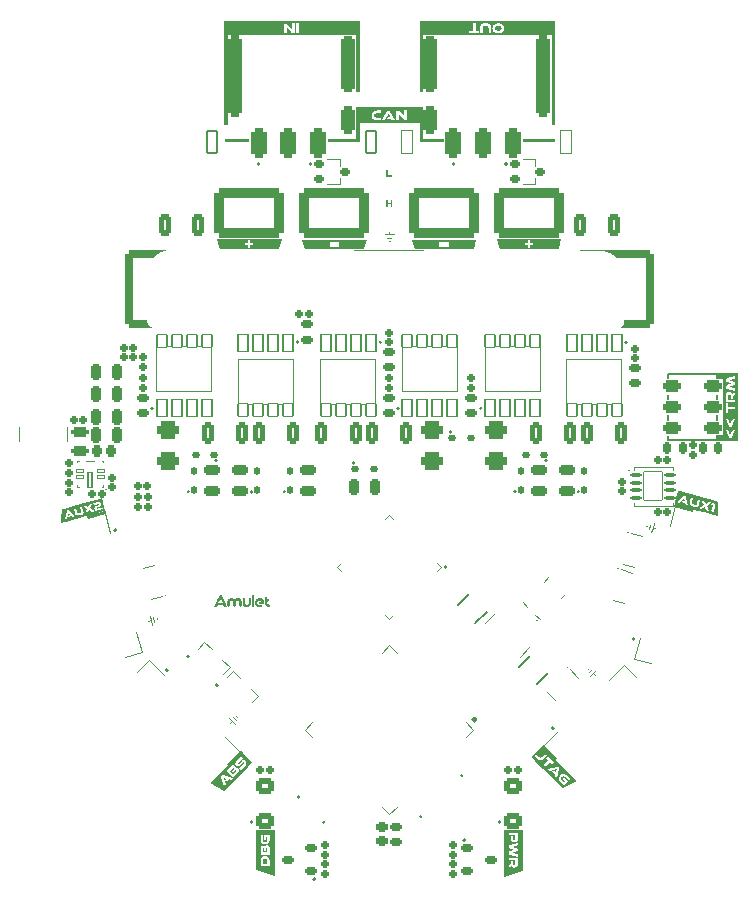
<source format=gbr>
%TF.GenerationSoftware,KiCad,Pcbnew,8.0.6+1*%
%TF.CreationDate,Date%
%TF.ProjectId,amulet_controller,616d756c-6574-45f6-936f-6e74726f6c6c,+ (Unreleased)*%
%TF.SameCoordinates,Original*%
%TF.FileFunction,Legend,Top*%
%TF.FilePolarity,Positive*%
%FSLAX46Y46*%
G04 Gerber Fmt 4.6, Leading zero omitted, Abs format (unit mm)*
G04 Created by KiCad*
%MOMM*%
%LPD*%
G01*
G04 APERTURE LIST*
G04 Aperture macros list*
%AMRoundRect*
0 Rectangle with rounded corners*
0 $1 Rounding radius*
0 $2 $3 $4 $5 $6 $7 $8 $9 X,Y pos of 4 corners*
0 Add a 4 corners polygon primitive as box body*
4,1,4,$2,$3,$4,$5,$6,$7,$8,$9,$2,$3,0*
0 Add four circle primitives for the rounded corners*
1,1,$1+$1,$2,$3*
1,1,$1+$1,$4,$5*
1,1,$1+$1,$6,$7*
1,1,$1+$1,$8,$9*
0 Add four rect primitives between the rounded corners*
20,1,$1+$1,$2,$3,$4,$5,0*
20,1,$1+$1,$4,$5,$6,$7,0*
20,1,$1+$1,$6,$7,$8,$9,0*
20,1,$1+$1,$8,$9,$2,$3,0*%
%AMFreePoly0*
4,1,23,0.185356,0.435856,0.235356,0.385856,0.250001,0.350501,0.250001,-0.124500,0.235356,-0.159855,0.185356,-0.209855,0.150001,-0.224500,-0.500000,-0.224500,-0.535355,-0.209855,-0.585355,-0.159855,-0.600000,-0.124500,-0.600000,0.000501,-0.585355,0.035856,-0.535355,0.085856,-0.500000,0.100501,-0.270708,0.100501,-0.249998,0.121211,-0.249998,0.350501,-0.235353,0.385856,-0.185353,0.435856,
-0.149998,0.450501,0.150001,0.450501,0.185356,0.435856,0.185356,0.435856,$1*%
%AMFreePoly1*
4,1,23,0.235356,0.209855,0.285356,0.159855,0.300001,0.124500,0.300001,-0.350503,0.285356,-0.385858,0.235356,-0.435858,0.200001,-0.450503,-0.099998,-0.450501,-0.135353,-0.435856,-0.185353,-0.385856,-0.199998,-0.350501,-0.199998,-0.121211,-0.220708,-0.100501,-0.450000,-0.100501,-0.485355,-0.085856,-0.535355,-0.035856,-0.550000,-0.000501,-0.550000,0.124500,-0.535355,0.159855,-0.485355,0.209855,
-0.450000,0.224500,0.200001,0.224500,0.235356,0.209855,0.235356,0.209855,$1*%
%AMFreePoly2*
4,1,24,0.485355,0.209855,0.535355,0.159855,0.550000,0.124500,0.550000,-0.000501,0.535355,-0.035856,0.485355,-0.085856,0.450000,-0.100501,0.220708,-0.100501,0.199998,-0.121211,0.199998,-0.350501,0.185353,-0.385856,0.135353,-0.435856,0.099998,-0.450501,-0.200001,-0.450503,-0.235356,-0.435859,-0.235356,-0.435858,-0.285356,-0.385858,-0.300001,-0.350503,-0.300001,0.124500,-0.285356,0.159855,
-0.235356,0.209855,-0.200001,0.224500,0.450000,0.224500,0.485355,0.209855,0.485355,0.209855,$1*%
%AMFreePoly3*
4,1,23,0.135353,0.435856,0.185353,0.385856,0.199998,0.350501,0.199998,0.121211,0.220708,0.100501,0.450000,0.100501,0.485355,0.085856,0.535355,0.035856,0.550000,0.000501,0.550000,-0.124500,0.535355,-0.159855,0.485355,-0.209855,0.450000,-0.224500,-0.200001,-0.224500,-0.235356,-0.209855,-0.285356,-0.159855,-0.300001,-0.124500,-0.300001,0.350501,-0.285356,0.385856,-0.235356,0.435856,
-0.200001,0.450501,0.099998,0.450501,0.135353,0.435856,0.135353,0.435856,$1*%
%AMFreePoly4*
4,1,23,1.050356,1.980355,1.065000,1.945000,1.065000,1.170000,1.050804,1.135099,0.485000,0.554662,0.485000,-0.554662,1.050804,-1.135099,1.065000,-1.170000,1.065000,-1.945000,1.050356,-1.980355,1.014999,-1.995000,0.125000,-1.995000,0.089964,-1.980672,-0.470035,-1.430672,-0.484998,-1.395450,-0.485000,-1.395000,-0.485000,1.395000,-0.470355,1.430355,-0.470035,1.430672,0.089964,1.980672,
0.125000,1.995000,1.014999,1.995000,1.050356,1.980355,1.050356,1.980355,$1*%
%AMFreePoly5*
4,1,23,-0.089964,1.980672,0.470035,1.430672,0.484998,1.395450,0.485000,1.395000,0.485000,-1.395000,0.470355,-1.430355,0.470035,-1.430672,-0.089964,-1.980672,-0.125000,-1.995000,-1.014999,-1.995000,-1.050356,-1.980355,-1.065000,-1.945000,-1.065000,-1.170000,-1.050804,-1.135099,-0.485000,-0.554662,-0.485000,0.554662,-1.050804,1.135099,-1.065000,1.170000,-1.065000,1.945000,-1.050356,1.980355,
-1.014999,1.995000,-0.125000,1.995000,-0.089964,1.980672,-0.089964,1.980672,$1*%
G04 Aperture macros list end*
%ADD10C,0.000100*%
%ADD11C,0.100000*%
%ADD12C,0.160000*%
%ADD13C,0.150000*%
%ADD14C,0.200000*%
%ADD15C,0.000000*%
%ADD16C,0.120000*%
%ADD17C,0.120711*%
%ADD18C,0.249999*%
%ADD19C,0.100001*%
%ADD20C,0.179289*%
%ADD21C,0.152400*%
%ADD22RoundRect,0.262500X0.583363X-0.954594X0.954594X-0.583363X-0.583363X0.954594X-0.954594X0.583363X0*%
%ADD23C,0.800000*%
%ADD24C,0.499800*%
%ADD25RoundRect,0.155000X-0.155000X-0.155000X0.155000X-0.155000X0.155000X0.155000X-0.155000X0.155000X0*%
%ADD26RoundRect,0.050000X-0.425000X0.725000X-0.425000X-0.725000X0.425000X-0.725000X0.425000X0.725000X0*%
%ADD27RoundRect,0.050000X-2.330000X1.875000X-2.330000X-1.875000X2.330000X-1.875000X2.330000X1.875000X0*%
%ADD28RoundRect,0.050000X-0.425000X0.550000X-0.425000X-0.550000X0.425000X-0.550000X0.425000X0.550000X0*%
%ADD29RoundRect,0.162500X-0.114905X-0.199021X0.199021X-0.114905X0.114905X0.199021X-0.199021X0.114905X0*%
%ADD30RoundRect,0.155000X-0.189835X-0.109602X0.109602X-0.189835X0.189835X0.109602X-0.109602X0.189835X0*%
%ADD31RoundRect,0.212500X-0.053033X0.353553X-0.353553X0.053033X0.053033X-0.353553X0.353553X-0.053033X0*%
%ADD32RoundRect,0.175000X0.375000X0.175000X-0.375000X0.175000X-0.375000X-0.175000X0.375000X-0.175000X0*%
%ADD33RoundRect,0.155000X-0.219203X0.000000X0.000000X-0.219203X0.219203X0.000000X0.000000X0.219203X0*%
%ADD34RoundRect,0.212500X-0.194454X0.494975X-0.494975X0.194454X0.194454X-0.494975X0.494975X-0.194454X0*%
%ADD35RoundRect,0.155000X-0.109602X-0.189835X0.189835X-0.109602X0.109602X0.189835X-0.189835X0.109602X0*%
%ADD36RoundRect,0.100000X-0.375000X-0.100000X0.375000X-0.100000X0.375000X0.100000X-0.375000X0.100000X0*%
%ADD37RoundRect,0.050000X-0.800000X-1.200000X0.800000X-1.200000X0.800000X1.200000X-0.800000X1.200000X0*%
%ADD38RoundRect,0.155000X0.219203X0.000000X0.000000X0.219203X-0.219203X0.000000X0.000000X-0.219203X0*%
%ADD39RoundRect,0.187500X0.312500X-0.187500X0.312500X0.187500X-0.312500X0.187500X-0.312500X-0.187500X0*%
%ADD40RoundRect,0.125000X-0.225000X-0.125000X0.225000X-0.125000X0.225000X0.125000X-0.225000X0.125000X0*%
%ADD41RoundRect,0.050000X-0.123744X0.300520X-0.300520X0.123744X0.123744X-0.300520X0.300520X-0.123744X0*%
%ADD42RoundRect,0.212500X0.212500X0.487500X-0.212500X0.487500X-0.212500X-0.487500X0.212500X-0.487500X0*%
%ADD43RoundRect,0.335000X0.335000X0.965000X-0.335000X0.965000X-0.335000X-0.965000X0.335000X-0.965000X0*%
%ADD44RoundRect,0.300000X0.300000X0.847500X-0.300000X0.847500X-0.300000X-0.847500X0.300000X-0.847500X0*%
%ADD45RoundRect,0.300000X0.300000X3.147500X-0.300000X3.147500X-0.300000X-3.147500X0.300000X-3.147500X0*%
%ADD46RoundRect,0.300000X0.300000X2.102500X-0.300000X2.102500X-0.300000X-2.102500X0.300000X-2.102500X0*%
%ADD47RoundRect,0.212500X-0.487500X0.212500X-0.487500X-0.212500X0.487500X-0.212500X0.487500X0.212500X0*%
%ADD48RoundRect,0.155000X0.000000X0.219203X-0.219203X0.000000X0.000000X-0.219203X0.219203X0.000000X0*%
%ADD49RoundRect,0.162500X-0.162500X0.162500X-0.162500X-0.162500X0.162500X-0.162500X0.162500X0.162500X0*%
%ADD50RoundRect,0.125000X-0.247487X0.070711X0.070711X-0.247487X0.247487X-0.070711X-0.070711X0.247487X0*%
%ADD51RoundRect,0.260000X0.540000X-0.390000X0.540000X0.390000X-0.540000X0.390000X-0.540000X-0.390000X0*%
%ADD52RoundRect,0.162500X0.199021X0.114905X-0.114905X0.199021X-0.199021X-0.114905X0.114905X-0.199021X0*%
%ADD53RoundRect,0.217391X0.282609X0.682609X-0.282609X0.682609X-0.282609X-0.682609X0.282609X-0.682609X0*%
%ADD54RoundRect,0.162500X-0.229810X0.000000X0.000000X-0.229810X0.229810X0.000000X0.000000X0.229810X0*%
%ADD55RoundRect,0.155000X0.000000X-0.219203X0.219203X0.000000X0.000000X0.219203X-0.219203X0.000000X0*%
%ADD56RoundRect,0.050000X0.425000X-0.725000X0.425000X0.725000X-0.425000X0.725000X-0.425000X-0.725000X0*%
%ADD57RoundRect,0.050000X2.330000X-1.875000X2.330000X1.875000X-2.330000X1.875000X-2.330000X-1.875000X0*%
%ADD58RoundRect,0.050000X0.425000X-0.550000X0.425000X0.550000X-0.425000X0.550000X-0.425000X-0.550000X0*%
%ADD59RoundRect,0.212500X0.487500X-0.212500X0.487500X0.212500X-0.487500X0.212500X-0.487500X-0.212500X0*%
%ADD60RoundRect,0.217391X-0.682512X-0.282843X-0.282843X-0.682512X0.682512X0.282843X0.282843X0.682512X0*%
%ADD61C,0.399980*%
%ADD62C,2.000000*%
%ADD63RoundRect,0.187500X-0.312500X0.187500X-0.312500X-0.187500X0.312500X-0.187500X0.312500X0.187500X0*%
%ADD64RoundRect,0.162500X0.229810X0.000000X0.000000X0.229810X-0.229810X0.000000X0.000000X-0.229810X0*%
%ADD65RoundRect,0.162500X0.162500X0.162500X-0.162500X0.162500X-0.162500X-0.162500X0.162500X-0.162500X0*%
%ADD66RoundRect,0.162500X0.000000X-0.229810X0.229810X0.000000X0.000000X0.229810X-0.229810X0.000000X0*%
%ADD67RoundRect,0.375000X0.575000X-0.375000X0.575000X0.375000X-0.575000X0.375000X-0.575000X-0.375000X0*%
%ADD68RoundRect,0.155000X0.189835X0.109602X-0.109602X0.189835X-0.189835X-0.109602X0.109602X-0.189835X0*%
%ADD69RoundRect,0.155000X-0.155000X0.155000X-0.155000X-0.155000X0.155000X-0.155000X0.155000X0.155000X0*%
%ADD70RoundRect,0.200000X-0.525000X0.200000X-0.525000X-0.200000X0.525000X-0.200000X0.525000X0.200000X0*%
%ADD71RoundRect,0.162500X0.162500X-0.162500X0.162500X0.162500X-0.162500X0.162500X-0.162500X-0.162500X0*%
%ADD72RoundRect,0.212500X-0.494975X-0.194454X-0.194454X-0.494975X0.494975X0.194454X0.194454X0.494975X0*%
%ADD73RoundRect,0.228260X-0.296740X-0.671740X0.296740X-0.671740X0.296740X0.671740X-0.296740X0.671740X0*%
%ADD74RoundRect,0.212500X0.287500X-0.212500X0.287500X0.212500X-0.287500X0.212500X-0.287500X-0.212500X0*%
%ADD75RoundRect,0.175000X-0.106066X-0.353553X0.353553X0.106066X0.106066X0.353553X-0.353553X-0.106066X0*%
%ADD76RoundRect,0.162500X-0.287500X-0.162500X0.287500X-0.162500X0.287500X0.162500X-0.287500X0.162500X0*%
%ADD77RoundRect,0.087500X-0.123744X0.247487X-0.247487X0.123744X0.123744X-0.247487X0.247487X-0.123744X0*%
%ADD78RoundRect,0.087500X0.247487X0.123744X0.123744X0.247487X-0.247487X-0.123744X-0.123744X-0.247487X0*%
%ADD79RoundRect,0.087500X0.680590X0.556847X0.556847X0.680590X-0.680590X-0.556847X-0.556847X-0.680590X0*%
%ADD80RoundRect,0.155000X0.109602X0.189835X-0.189835X0.109602X-0.109602X-0.189835X0.189835X-0.109602X0*%
%ADD81RoundRect,0.155000X0.155000X0.155000X-0.155000X0.155000X-0.155000X-0.155000X0.155000X-0.155000X0*%
%ADD82RoundRect,0.228260X0.296740X0.671740X-0.296740X0.671740X-0.296740X-0.671740X0.296740X-0.671740X0*%
%ADD83RoundRect,0.175000X-0.636396X-0.388909X-0.388909X-0.636396X0.636396X0.388909X0.388909X0.636396X0*%
%ADD84RoundRect,0.275000X-0.989949X-0.601041X-0.601041X-0.989949X0.989949X0.601041X0.601041X0.989949X0*%
%ADD85RoundRect,0.212500X0.194454X-0.494975X0.494975X-0.194454X-0.194454X0.494975X-0.494975X0.194454X0*%
%ADD86FreePoly0,180.000000*%
%ADD87RoundRect,0.050000X0.300000X0.125000X-0.300000X0.125000X-0.300000X-0.125000X0.300000X-0.125000X0*%
%ADD88FreePoly1,180.000000*%
%ADD89FreePoly2,180.000000*%
%ADD90FreePoly3,180.000000*%
%ADD91RoundRect,0.050000X0.175000X0.650000X-0.175000X0.650000X-0.175000X-0.650000X0.175000X-0.650000X0*%
%ADD92C,0.900000*%
%ADD93C,5.400000*%
%ADD94RoundRect,0.095000X0.325269X0.459619X-0.459619X-0.325269X-0.325269X-0.459619X0.459619X0.325269X0*%
%ADD95RoundRect,0.095000X-0.325269X0.459619X-0.459619X0.325269X0.325269X-0.459619X0.459619X-0.325269X0*%
%ADD96C,1.800000*%
%ADD97O,1.800000X1.800000*%
%ADD98RoundRect,0.125000X0.125000X-0.225000X0.125000X0.225000X-0.125000X0.225000X-0.125000X-0.225000X0*%
%ADD99RoundRect,0.175000X0.655003X-0.356681X0.745590X-0.018607X-0.655003X0.356681X-0.745590X0.018607X0*%
%ADD100RoundRect,0.275000X1.015491X-0.556801X1.157842X-0.025542X-1.015491X0.556801X-1.157842X0.025542X0*%
%ADD101FreePoly4,225.000000*%
%ADD102FreePoly5,225.000000*%
%ADD103RoundRect,0.330000X2.970000X2.970000X-2.970000X2.970000X-2.970000X-2.970000X2.970000X-2.970000X0*%
%ADD104RoundRect,0.155000X0.155000X-0.155000X0.155000X0.155000X-0.155000X0.155000X-0.155000X-0.155000X0*%
%ADD105RoundRect,0.212500X-0.353553X-0.053033X-0.053033X-0.353553X0.353553X0.053033X0.053033X0.353553X0*%
%ADD106RoundRect,0.175000X0.388909X-0.636396X0.636396X-0.388909X-0.388909X0.636396X-0.636396X0.388909X0*%
%ADD107RoundRect,0.275000X0.601041X-0.989949X0.989949X-0.601041X-0.601041X0.989949X-0.989949X0.601041X0*%
%ADD108RoundRect,0.212500X0.053033X-0.353553X0.353553X-0.053033X-0.053033X0.353553X-0.353553X0.053033X0*%
%ADD109RoundRect,0.228260X-0.265165X0.684819X-0.684819X0.265165X0.265165X-0.684819X0.684819X-0.265165X0*%
%ADD110RoundRect,0.217391X-0.282609X-0.682609X0.282609X-0.682609X0.282609X0.682609X-0.282609X0.682609X0*%
%ADD111RoundRect,0.187500X0.187500X0.312500X-0.187500X0.312500X-0.187500X-0.312500X0.187500X-0.312500X0*%
%ADD112RoundRect,0.175000X-0.375000X-0.175000X0.375000X-0.175000X0.375000X0.175000X-0.375000X0.175000X0*%
%ADD113RoundRect,0.050000X-0.257425X0.198386X-0.322130X-0.043095X0.257425X-0.198386X0.322130X0.043095X0*%
%ADD114RoundRect,0.125000X-0.070711X-0.247487X0.247487X0.070711X0.070711X0.247487X-0.247487X-0.070711X0*%
%ADD115RoundRect,0.330000X-2.970000X-2.970000X2.970000X-2.970000X2.970000X2.970000X-2.970000X2.970000X0*%
%ADD116RoundRect,0.212500X0.212500X0.287500X-0.212500X0.287500X-0.212500X-0.287500X0.212500X-0.287500X0*%
%ADD117RoundRect,0.125000X0.225000X0.125000X-0.225000X0.125000X-0.225000X-0.125000X0.225000X-0.125000X0*%
%ADD118RoundRect,0.162500X0.000000X0.229810X-0.229810X0.000000X0.000000X-0.229810X0.229810X0.000000X0*%
%ADD119RoundRect,0.212500X-0.212500X-0.487500X0.212500X-0.487500X0.212500X0.487500X-0.212500X0.487500X0*%
%ADD120RoundRect,0.050000X0.322130X-0.043095X0.257425X0.198386X-0.322130X0.043095X-0.257425X-0.198386X0*%
%ADD121FreePoly4,90.000000*%
%ADD122FreePoly5,90.000000*%
%ADD123RoundRect,0.080000X0.134350X0.247487X-0.247487X-0.134350X-0.134350X-0.247487X0.247487X0.134350X0*%
%ADD124RoundRect,0.080000X-0.134350X0.247487X-0.247487X0.134350X0.134350X-0.247487X0.247487X-0.134350X0*%
%ADD125RoundRect,0.107500X0.000000X2.888531X-2.888531X0.000000X0.000000X-2.888531X2.888531X0.000000X0*%
%ADD126RoundRect,0.175000X-0.745590X-0.018607X-0.655003X-0.356681X0.745590X0.018607X0.655003X0.356681X0*%
%ADD127RoundRect,0.275000X-1.157842X-0.025542X-1.015491X-0.556801X1.157842X0.025542X1.015491X0.556801X0*%
%ADD128RoundRect,0.275000X0.475000X0.275000X-0.475000X0.275000X-0.475000X-0.275000X0.475000X-0.275000X0*%
%ADD129RoundRect,0.425000X2.550000X1.700000X-2.550000X1.700000X-2.550000X-1.700000X2.550000X-1.700000X0*%
%ADD130RoundRect,0.050000X0.450000X1.000000X-0.450000X1.000000X-0.450000X-1.000000X0.450000X-1.000000X0*%
%ADD131RoundRect,0.100000X0.400000X0.950000X-0.400000X0.950000X-0.400000X-0.950000X0.400000X-0.950000X0*%
G04 APERTURE END LIST*
D10*
X145920402Y-58690102D02*
X143320404Y-58690102D01*
X143320403Y-58490103D01*
X145920402Y-58490100D01*
X145920402Y-58690102D01*
G36*
X145920402Y-58690102D02*
G01*
X143320404Y-58690102D01*
X143320403Y-58490103D01*
X145920402Y-58490100D01*
X145920402Y-58690102D01*
G37*
X153080401Y-58690099D02*
X151080400Y-58690102D01*
X151080400Y-58490100D01*
X153080401Y-58490100D01*
X153080401Y-58690099D01*
G36*
X153080401Y-58690099D02*
G01*
X151080400Y-58690102D01*
X151080400Y-58490100D01*
X153080401Y-58490100D01*
X153080401Y-58690099D01*
G37*
D11*
X135606844Y-107396196D02*
X135553810Y-107343162D01*
X148462896Y-67095094D02*
X148537897Y-67095094D01*
X148875401Y-66570099D02*
X148500393Y-66570097D01*
D10*
X151280402Y-58490100D02*
X151080400Y-58490100D01*
X151080400Y-55800100D01*
X151280400Y-55800100D01*
X151280402Y-58490100D01*
G36*
X151280402Y-58490100D02*
G01*
X151080400Y-58490100D01*
X151080400Y-55800100D01*
X151280400Y-55800100D01*
X151280402Y-58490100D01*
G37*
D11*
X165422708Y-103637869D02*
X165687872Y-103372701D01*
D10*
X136049615Y-110420884D02*
X134935403Y-111535101D01*
X134793980Y-111393678D01*
X135908192Y-110279462D01*
X136049615Y-110420884D01*
G36*
X136049615Y-110420884D02*
G01*
X134935403Y-111535101D01*
X134793980Y-111393678D01*
X135908192Y-110279462D01*
X136049615Y-110420884D01*
G37*
D11*
X128100000Y-99300000D02*
X128317330Y-99241776D01*
X128834146Y-99142115D02*
X128814730Y-99069673D01*
X165475738Y-103956068D02*
X165740910Y-103690898D01*
G36*
X176200400Y-78270100D02*
G01*
X176850400Y-78270100D01*
X176850400Y-78821758D01*
X176200400Y-78821758D01*
X176200400Y-78270100D01*
G37*
D10*
X162639616Y-110929314D02*
X162498193Y-111070736D01*
X161388977Y-109961523D01*
X161530400Y-109820100D01*
X162639616Y-110929314D01*
G36*
X162639616Y-110929314D02*
G01*
X162498193Y-111070736D01*
X161388977Y-109961523D01*
X161530400Y-109820100D01*
X162639616Y-110929314D01*
G37*
X145720400Y-48530100D02*
X145920400Y-48530100D01*
X145920400Y-54410100D01*
X145720400Y-54410100D01*
X145720400Y-48530100D01*
G36*
X145720400Y-48530100D02*
G01*
X145920400Y-48530100D01*
X145920400Y-54410100D01*
X145720400Y-54410100D01*
X145720400Y-48530100D01*
G37*
D11*
X135209102Y-107740910D02*
X135474261Y-108006068D01*
X165396196Y-103293156D02*
X165343162Y-103346190D01*
G36*
X176210400Y-83534585D02*
G01*
X176860400Y-83534585D01*
X176860400Y-84086243D01*
X176210400Y-84086243D01*
X176210400Y-83534585D01*
G37*
D10*
X162260400Y-48530100D02*
X162460400Y-48530100D01*
X162460400Y-57240100D01*
X162260400Y-57240100D01*
X162260400Y-48530100D01*
G36*
X162260400Y-48530100D02*
G01*
X162460400Y-48530100D01*
X162460400Y-57240100D01*
X162260400Y-57240100D01*
X162260400Y-48530100D01*
G37*
D11*
X128220273Y-98879546D02*
X128317330Y-99241776D01*
D10*
X134540400Y-48530100D02*
X134740400Y-48530100D01*
X134740400Y-57240100D01*
X134540400Y-57240100D01*
X134540400Y-48530100D01*
G36*
X134540400Y-48530100D02*
G01*
X134740400Y-48530100D01*
X134740400Y-57240100D01*
X134540400Y-57240100D01*
X134540400Y-48530100D01*
G37*
D11*
X148687897Y-66832597D02*
X148312897Y-66832601D01*
X165900000Y-103850000D02*
X165740910Y-103690898D01*
D10*
X136580400Y-58690100D02*
X134580399Y-58690103D01*
X134580399Y-58490101D01*
X136580400Y-58490101D01*
X136580400Y-58690100D01*
G36*
X136580400Y-58690100D02*
G01*
X134580399Y-58690103D01*
X134580399Y-58490101D01*
X136580400Y-58490101D01*
X136580400Y-58690100D01*
G37*
D11*
X165740910Y-103690898D02*
X166006068Y-103425739D01*
X134943932Y-107475738D02*
X135209102Y-107740910D01*
D10*
X151080400Y-48530100D02*
X151280400Y-48530100D01*
X151280400Y-54410100D01*
X151080400Y-54410100D01*
X151080400Y-48530100D01*
G36*
X151080400Y-48530100D02*
G01*
X151280400Y-48530100D01*
X151280400Y-54410100D01*
X151080400Y-54410100D01*
X151080400Y-48530100D01*
G37*
D11*
X148500393Y-66570097D02*
X148125400Y-66570099D01*
X135050000Y-107900000D02*
X135209102Y-107740910D01*
X170310270Y-91219662D02*
X170290858Y-91292107D01*
X170807672Y-91391760D02*
X170904727Y-91029546D01*
D10*
X124485615Y-90174095D02*
X122970400Y-90580100D01*
X122918637Y-90386914D01*
X124433850Y-89980908D01*
X124485615Y-90174095D01*
G36*
X124485615Y-90174095D02*
G01*
X122970400Y-90580100D01*
X122918637Y-90386914D01*
X124433850Y-89980908D01*
X124485615Y-90174095D01*
G37*
D11*
X148500400Y-66345102D02*
X148500393Y-66570097D01*
X128522354Y-98992718D02*
X128619421Y-99354945D01*
X171025000Y-91450000D02*
X170807672Y-91391760D01*
D10*
X162420398Y-58690100D02*
X159820400Y-58690100D01*
X159820399Y-58490101D01*
X162420398Y-58490098D01*
X162420398Y-58690100D01*
G36*
X162420398Y-58690100D02*
G01*
X159820400Y-58690100D01*
X159820399Y-58490101D01*
X162420398Y-58490098D01*
X162420398Y-58690100D01*
G37*
D11*
X170710612Y-91753990D02*
X170807672Y-91391760D01*
D10*
X145920402Y-58490100D02*
X145720400Y-58490100D01*
X145720400Y-55800100D01*
X145920400Y-55800100D01*
X145920402Y-58490100D01*
G36*
X145920402Y-58490100D02*
G01*
X145720400Y-58490100D01*
X145720400Y-55800100D01*
X145920400Y-55800100D01*
X145920402Y-58490100D01*
G37*
D11*
X170505588Y-91504936D02*
X170602641Y-91142712D01*
D10*
X174227380Y-89762910D02*
X174175617Y-89956097D01*
X172660400Y-89550100D01*
X172712165Y-89356914D01*
X174227380Y-89762910D01*
G36*
X174227380Y-89762910D02*
G01*
X174175617Y-89956097D01*
X172660400Y-89550100D01*
X172712165Y-89356914D01*
X174227380Y-89762910D01*
G37*
D11*
X135262131Y-107422708D02*
X135527299Y-107687872D01*
X128317330Y-99241776D02*
X128414383Y-99603993D01*
D12*
G36*
X134263265Y-97099522D02*
G01*
X134276952Y-97102856D01*
X134322289Y-97124346D01*
X134333861Y-97133142D01*
X134366634Y-97170474D01*
X134376848Y-97188585D01*
X134392235Y-97226199D01*
X134413891Y-97273503D01*
X134435222Y-97320232D01*
X134456288Y-97366417D01*
X134477529Y-97412977D01*
X134496282Y-97454077D01*
X134518054Y-97501380D01*
X134540017Y-97549256D01*
X134562171Y-97597703D01*
X134566624Y-97607462D01*
X134588921Y-97655895D01*
X134610932Y-97703804D01*
X134632656Y-97751188D01*
X134636966Y-97760602D01*
X134657856Y-97806044D01*
X134679016Y-97852395D01*
X134698271Y-97894936D01*
X134718367Y-97939493D01*
X134738342Y-97984815D01*
X134741502Y-97992144D01*
X134758111Y-98032444D01*
X134757866Y-98077141D01*
X134720742Y-98100100D01*
X134670075Y-98100100D01*
X134644538Y-98100100D01*
X134602284Y-98097901D01*
X134579569Y-98090818D01*
X134564426Y-98077873D01*
X134527385Y-98039079D01*
X134486056Y-98006776D01*
X134440437Y-97980964D01*
X134413240Y-97969430D01*
X134362688Y-97953192D01*
X134311325Y-97942674D01*
X134259150Y-97937874D01*
X134229813Y-97937678D01*
X134177287Y-97941482D01*
X134125494Y-97950695D01*
X134074436Y-97965318D01*
X134046387Y-97975780D01*
X133998424Y-97998313D01*
X133954827Y-98025522D01*
X133915597Y-98057407D01*
X133895689Y-98077141D01*
X133883966Y-98090330D01*
X133861495Y-98097901D01*
X133818997Y-98100100D01*
X133767706Y-98100100D01*
X133745724Y-98100100D01*
X133705424Y-98077629D01*
X133700539Y-98031956D01*
X133726425Y-97976326D01*
X133751204Y-97923008D01*
X133774877Y-97872003D01*
X133797443Y-97823311D01*
X133804986Y-97807008D01*
X134012193Y-97807008D01*
X134061103Y-97792746D01*
X134109402Y-97782828D01*
X134158818Y-97775789D01*
X134208638Y-97772137D01*
X134231767Y-97771593D01*
X134281733Y-97772650D01*
X134331214Y-97777013D01*
X134353889Y-97780141D01*
X134402402Y-97788563D01*
X134451586Y-97800902D01*
X134444259Y-97785515D01*
X134433023Y-97761579D01*
X134415438Y-97724210D01*
X134394333Y-97679292D01*
X134381000Y-97650937D01*
X134359809Y-97605530D01*
X134338227Y-97558796D01*
X134320428Y-97520023D01*
X134298366Y-97471566D01*
X134276777Y-97424179D01*
X134256360Y-97379385D01*
X134234516Y-97331481D01*
X134231279Y-97324384D01*
X134209255Y-97371079D01*
X134185888Y-97421038D01*
X134164444Y-97467364D01*
X134142619Y-97515138D01*
X134121104Y-97562589D01*
X134100634Y-97607677D01*
X134083512Y-97645319D01*
X134062808Y-97690794D01*
X134049806Y-97719813D01*
X134032221Y-97760602D01*
X134020253Y-97788690D01*
X134012193Y-97807008D01*
X133804986Y-97807008D01*
X133818902Y-97776932D01*
X133844169Y-97722210D01*
X133867707Y-97671101D01*
X133876638Y-97651670D01*
X133898000Y-97605073D01*
X133921997Y-97552683D01*
X133944208Y-97504139D01*
X133964633Y-97459443D01*
X133986204Y-97412159D01*
X133991921Y-97399611D01*
X134013277Y-97353190D01*
X134034346Y-97307936D01*
X134055848Y-97262648D01*
X134062507Y-97248913D01*
X134085344Y-97203240D01*
X134103051Y-97170755D01*
X134127964Y-97136317D01*
X134151167Y-97119220D01*
X134198185Y-97100008D01*
X134212472Y-97097727D01*
X134263265Y-97099522D01*
G37*
G36*
X135001377Y-97991656D02*
G01*
X134989641Y-98040161D01*
X134971335Y-98061021D01*
X134925626Y-98082613D01*
X134906366Y-98084468D01*
X134858836Y-98072607D01*
X134841886Y-98061509D01*
X134815439Y-98018512D01*
X134812577Y-97991411D01*
X134812577Y-97689039D01*
X134815606Y-97637733D01*
X134825936Y-97586201D01*
X134843596Y-97539806D01*
X134869676Y-97494870D01*
X134901390Y-97456046D01*
X134925661Y-97433561D01*
X134965881Y-97404778D01*
X135009605Y-97382178D01*
X135040700Y-97370546D01*
X135088968Y-97357895D01*
X135137786Y-97351083D01*
X135170637Y-97349785D01*
X135220348Y-97352758D01*
X135268732Y-97361676D01*
X135311565Y-97374942D01*
X135358643Y-97396730D01*
X135400962Y-97426922D01*
X135420009Y-97446017D01*
X135460436Y-97412845D01*
X135505053Y-97387807D01*
X135534314Y-97375675D01*
X135583060Y-97360935D01*
X135633249Y-97352314D01*
X135680127Y-97349785D01*
X135730883Y-97353010D01*
X135780753Y-97362685D01*
X135803470Y-97369325D01*
X135850549Y-97388711D01*
X135893354Y-97415514D01*
X135911670Y-97430386D01*
X135947421Y-97467988D01*
X135974841Y-97509210D01*
X135988362Y-97536143D01*
X136004771Y-97582884D01*
X136014368Y-97635455D01*
X136017183Y-97688306D01*
X136017183Y-97991167D01*
X136005734Y-98039768D01*
X135987873Y-98060776D01*
X135942713Y-98082594D01*
X135923393Y-98084468D01*
X135875710Y-98072355D01*
X135858425Y-98061021D01*
X135831317Y-98018055D01*
X135828383Y-97991656D01*
X135828383Y-97690993D01*
X135821065Y-97640818D01*
X135814217Y-97624070D01*
X135786273Y-97583996D01*
X135778313Y-97576443D01*
X135736176Y-97550664D01*
X135727266Y-97547378D01*
X135677936Y-97537608D01*
X135668648Y-97537364D01*
X135620016Y-97543975D01*
X135609297Y-97547378D01*
X135565724Y-97570646D01*
X135558495Y-97576443D01*
X135526771Y-97615437D01*
X135522347Y-97624070D01*
X135509982Y-97672339D01*
X135509157Y-97690993D01*
X135509157Y-97991656D01*
X135497709Y-98039951D01*
X135479848Y-98060776D01*
X135434814Y-98082594D01*
X135415612Y-98084468D01*
X135367704Y-98072229D01*
X135350400Y-98060776D01*
X135323512Y-98017926D01*
X135320602Y-97991656D01*
X135320602Y-97690993D01*
X135313284Y-97640818D01*
X135306436Y-97624070D01*
X135278492Y-97583996D01*
X135270532Y-97576443D01*
X135227874Y-97550664D01*
X135218753Y-97547378D01*
X135170728Y-97537716D01*
X135159646Y-97537364D01*
X135109884Y-97543971D01*
X135100783Y-97546645D01*
X135057017Y-97569436D01*
X135049981Y-97575222D01*
X135018972Y-97614499D01*
X135014566Y-97623337D01*
X135002201Y-97672293D01*
X135001377Y-97690993D01*
X135001377Y-97991656D01*
G37*
G36*
X136803645Y-97768418D02*
G01*
X136800830Y-97821097D01*
X136792387Y-97869530D01*
X136776597Y-97917904D01*
X136774824Y-97922046D01*
X136750678Y-97968243D01*
X136721106Y-98007913D01*
X136698376Y-98030735D01*
X136657542Y-98061757D01*
X136612436Y-98085766D01*
X136590176Y-98094482D01*
X136540434Y-98108240D01*
X136489241Y-98114984D01*
X136465124Y-98115731D01*
X136415940Y-98112640D01*
X136367305Y-98103366D01*
X136335187Y-98093749D01*
X136289128Y-98074172D01*
X136246572Y-98048412D01*
X136220148Y-98027804D01*
X136184680Y-97991843D01*
X136154844Y-97949905D01*
X136138083Y-97918627D01*
X136120423Y-97871345D01*
X136110093Y-97819504D01*
X136107064Y-97768418D01*
X136107064Y-97460672D01*
X136118799Y-97411136D01*
X136137106Y-97389841D01*
X136180722Y-97367802D01*
X136202074Y-97365417D01*
X136249604Y-97377656D01*
X136266555Y-97389109D01*
X136293001Y-97433008D01*
X136295864Y-97460672D01*
X136295864Y-97768418D01*
X136302098Y-97818541D01*
X136309053Y-97838271D01*
X136336525Y-97880317D01*
X136344468Y-97888097D01*
X136386669Y-97914462D01*
X136395515Y-97917894D01*
X136444910Y-97927902D01*
X136454133Y-97928153D01*
X136504004Y-97920850D01*
X136513240Y-97917894D01*
X136557721Y-97893976D01*
X136564775Y-97888097D01*
X136595410Y-97849176D01*
X136600923Y-97838271D01*
X136613969Y-97790039D01*
X136615089Y-97768418D01*
X136615089Y-97460672D01*
X136625594Y-97412027D01*
X136644887Y-97388864D01*
X136690722Y-97367272D01*
X136710100Y-97365417D01*
X136757405Y-97377656D01*
X136774335Y-97389109D01*
X136800782Y-97433008D01*
X136803645Y-97460672D01*
X136803645Y-97768418D01*
G37*
G36*
X136896457Y-97177839D02*
G01*
X136907048Y-97129978D01*
X136926499Y-97107252D01*
X136972207Y-97085885D01*
X136991467Y-97084049D01*
X137038997Y-97096036D01*
X137055947Y-97107252D01*
X137082394Y-97150480D01*
X137085257Y-97177839D01*
X137085257Y-97990679D01*
X137073808Y-98039489D01*
X137055947Y-98060532D01*
X137010787Y-98082575D01*
X136991467Y-98084468D01*
X136943784Y-98072103D01*
X136926499Y-98060532D01*
X136899391Y-98017231D01*
X136896457Y-97990679D01*
X136896457Y-97177839D01*
G37*
G36*
X137152668Y-97733491D02*
G01*
X137155744Y-97683006D01*
X137166237Y-97630393D01*
X137184175Y-97580839D01*
X137208428Y-97534980D01*
X137237531Y-97493449D01*
X137268194Y-97459451D01*
X137306403Y-97426675D01*
X137348826Y-97399210D01*
X137391049Y-97378850D01*
X137440385Y-97362303D01*
X137491337Y-97352624D01*
X137539060Y-97349785D01*
X137588134Y-97352590D01*
X137594991Y-97353449D01*
X137643798Y-97363600D01*
X137650923Y-97365661D01*
X137697200Y-97382381D01*
X137742871Y-97405898D01*
X137783058Y-97434782D01*
X137821034Y-97470422D01*
X137852897Y-97508467D01*
X137870742Y-97535166D01*
X137894307Y-97579621D01*
X137912473Y-97627947D01*
X137917148Y-97645319D01*
X137925999Y-97694843D01*
X137926429Y-97744482D01*
X137913606Y-97791670D01*
X137898585Y-97813114D01*
X137850834Y-97829465D01*
X137833617Y-97825815D01*
X137785611Y-97813995D01*
X137736970Y-97807082D01*
X137692200Y-97805054D01*
X137642870Y-97807488D01*
X137633582Y-97808474D01*
X137584863Y-97816678D01*
X137576185Y-97818732D01*
X137527017Y-97817053D01*
X137509018Y-97806520D01*
X137480175Y-97766806D01*
X137476534Y-97753763D01*
X137480317Y-97703916D01*
X137485082Y-97692458D01*
X137522451Y-97659714D01*
X137541746Y-97654601D01*
X137592809Y-97646626D01*
X137642133Y-97641935D01*
X137694898Y-97640576D01*
X137715403Y-97641167D01*
X137688414Y-97599218D01*
X137649137Y-97567988D01*
X137646038Y-97566185D01*
X137601152Y-97546483D01*
X137550673Y-97537617D01*
X137540281Y-97537364D01*
X137489630Y-97543375D01*
X137442093Y-97561407D01*
X137435989Y-97564719D01*
X137395145Y-97596146D01*
X137365546Y-97636324D01*
X137360274Y-97646296D01*
X137342910Y-97692325D01*
X137338636Y-97743555D01*
X137339269Y-97749855D01*
X137350749Y-97797483D01*
X137372975Y-97840225D01*
X137407108Y-97878426D01*
X137444782Y-97904461D01*
X137490761Y-97922230D01*
X137540281Y-97928153D01*
X137591201Y-97922087D01*
X137634070Y-97906659D01*
X137676813Y-97896889D01*
X137724279Y-97910756D01*
X137733721Y-97917894D01*
X137763414Y-97956790D01*
X137767427Y-97967231D01*
X137769179Y-98016085D01*
X137766450Y-98025361D01*
X137734405Y-98065063D01*
X137719555Y-98073721D01*
X137672515Y-98093509D01*
X137630895Y-98105473D01*
X137580345Y-98113768D01*
X137540281Y-98115731D01*
X137488780Y-98112383D01*
X137438723Y-98102340D01*
X137394468Y-98087399D01*
X137348488Y-98065352D01*
X137306259Y-98038168D01*
X137271125Y-98008997D01*
X137236695Y-97972039D01*
X137207285Y-97930349D01*
X137184908Y-97888341D01*
X137166552Y-97838197D01*
X137156477Y-97789806D01*
X137152699Y-97738744D01*
X137152668Y-97733491D01*
G37*
G36*
X137992619Y-97315591D02*
G01*
X138005557Y-97266289D01*
X138022661Y-97247936D01*
X138068369Y-97226569D01*
X138087629Y-97224733D01*
X138136676Y-97237922D01*
X138151377Y-97248180D01*
X138177162Y-97291629D01*
X138179953Y-97319011D01*
X138179953Y-97459206D01*
X138255180Y-97459206D01*
X138304482Y-97472039D01*
X138322835Y-97489004D01*
X138344203Y-97534488D01*
X138346038Y-97553728D01*
X138333399Y-97602821D01*
X138323568Y-97617720D01*
X138281694Y-97643946D01*
X138255180Y-97646785D01*
X138179953Y-97646785D01*
X138179094Y-97696282D01*
X138177755Y-97729827D01*
X138179730Y-97778943D01*
X138187036Y-97812870D01*
X138212402Y-97857127D01*
X138230267Y-97873198D01*
X138277811Y-97892355D01*
X138326856Y-97896866D01*
X138331139Y-97896889D01*
X138379492Y-97908529D01*
X138399527Y-97926687D01*
X138420220Y-97972171D01*
X138421998Y-97991411D01*
X138409358Y-98040504D01*
X138399527Y-98055403D01*
X138357653Y-98081630D01*
X138331139Y-98084468D01*
X138281919Y-98081868D01*
X138231853Y-98073003D01*
X138186059Y-98057845D01*
X138141386Y-98035337D01*
X138099656Y-98005216D01*
X138080058Y-97986527D01*
X138048833Y-97948276D01*
X138022600Y-97902755D01*
X138015089Y-97885410D01*
X137999729Y-97835294D01*
X137992970Y-97783683D01*
X137992619Y-97768662D01*
X137992619Y-97315591D01*
G37*
D13*
G36*
X148755390Y-61674100D02*
G01*
X148755390Y-61532976D01*
X148422731Y-61532976D01*
X148422731Y-61130122D01*
X148274866Y-61130122D01*
X148274866Y-61674100D01*
X148755390Y-61674100D01*
G37*
G36*
X148778543Y-64214100D02*
G01*
X148778543Y-63670122D01*
X148631411Y-63670122D01*
X148631411Y-63867079D01*
X148418041Y-63867079D01*
X148418041Y-64000729D01*
X148631411Y-64000729D01*
X148631411Y-64214100D01*
X148778543Y-64214100D01*
G37*
G36*
X148369388Y-64214100D02*
G01*
X148369388Y-63670122D01*
X148222402Y-63670122D01*
X148222402Y-64214100D01*
X148369388Y-64214100D01*
G37*
%TO.C,C38*%
X159518587Y-103172118D02*
X160467524Y-102223181D01*
X160467524Y-102223181D02*
X159518587Y-103172118D01*
X160997854Y-104651385D02*
X161946791Y-103702448D01*
X161946791Y-103702448D02*
X160997854Y-104651385D01*
%TO.C,Q3*%
X147825400Y-75700100D02*
G75*
G02*
X147675400Y-75700100I-75000J0D01*
G01*
X147675400Y-75700100D02*
G75*
G02*
X147825400Y-75700100I75000J0D01*
G01*
%TO.C,Q7*%
D14*
X142250400Y-121150100D02*
G75*
G02*
X142050400Y-121150100I-100000J0D01*
G01*
X142050400Y-121150100D02*
G75*
G02*
X142250400Y-121150100I100000J0D01*
G01*
D15*
%TO.C,kibuzzard-657DB620*%
G36*
X151099435Y-57157433D02*
G01*
X150940685Y-57157433D01*
X149907560Y-57157433D01*
X149012210Y-57157433D01*
X147851430Y-57157433D01*
X146060115Y-57157433D01*
X145901365Y-57157433D01*
X145901365Y-56480100D01*
X147010690Y-56480100D01*
X147018389Y-56567293D01*
X147041487Y-56645994D01*
X147079984Y-56716201D01*
X147133880Y-56777915D01*
X147199682Y-56828199D01*
X147273897Y-56864116D01*
X147356527Y-56885667D01*
X147447570Y-56892850D01*
X147851430Y-56892850D01*
X147920010Y-56892850D01*
X148165120Y-56892850D01*
X148467380Y-56323890D01*
X148608350Y-56589320D01*
X148408960Y-56589320D01*
X148314980Y-56765850D01*
X148702330Y-56765850D01*
X148770910Y-56892850D01*
X149012210Y-56892850D01*
X148608780Y-56161330D01*
X149094760Y-56161330D01*
X149094760Y-56892850D01*
X149310660Y-56892850D01*
X149310660Y-56363260D01*
X149736110Y-56823000D01*
X149796435Y-56878245D01*
X149863110Y-56892850D01*
X149907560Y-56892850D01*
X149969473Y-56871578D01*
X149990110Y-56807760D01*
X149990110Y-56067350D01*
X149775480Y-56067350D01*
X149775480Y-56548680D01*
X149385590Y-56128310D01*
X149327170Y-56080685D01*
X149250970Y-56067350D01*
X149197630Y-56067350D01*
X149120478Y-56090845D01*
X149094760Y-56161330D01*
X148608780Y-56161330D01*
X148590570Y-56128310D01*
X148548660Y-56082590D01*
X148491510Y-56067350D01*
X148440710Y-56067350D01*
X148383560Y-56082590D01*
X148341650Y-56128310D01*
X147920010Y-56892850D01*
X147851430Y-56892850D01*
X147851430Y-56679490D01*
X147432330Y-56679490D01*
X147352479Y-56665520D01*
X147288185Y-56623610D01*
X147245799Y-56559793D01*
X147231670Y-56480100D01*
X147245799Y-56399455D01*
X147288185Y-56335320D01*
X147352479Y-56293410D01*
X147432330Y-56279440D01*
X147851430Y-56279440D01*
X147851430Y-56067350D01*
X147447570Y-56067350D01*
X147356527Y-56074533D01*
X147273897Y-56096084D01*
X147199682Y-56132001D01*
X147133880Y-56182285D01*
X147079984Y-56243999D01*
X147041487Y-56314206D01*
X147018389Y-56392907D01*
X147010690Y-56480100D01*
X145901365Y-56480100D01*
X145901365Y-55802767D01*
X146060115Y-55802767D01*
X150940685Y-55802767D01*
X151099435Y-55802767D01*
X151099435Y-57157433D01*
G37*
%TO.C,kibuzzard-657F7953*%
G36*
X162849472Y-67810945D02*
G01*
X162690722Y-67810945D01*
X160431680Y-67810945D01*
X158010078Y-67810945D01*
X157851328Y-67810945D01*
X157703690Y-67318820D01*
X160022740Y-67318820D01*
X160022740Y-67480110D01*
X160270390Y-67480110D01*
X160270390Y-67731570D01*
X160431680Y-67731570D01*
X160431680Y-67480110D01*
X160678060Y-67480110D01*
X160678060Y-67318820D01*
X160431680Y-67318820D01*
X160431680Y-67068630D01*
X160270390Y-67068630D01*
X160270390Y-67318820D01*
X160022740Y-67318820D01*
X157703690Y-67318820D01*
X157604821Y-66989255D01*
X157851328Y-66989255D01*
X158010078Y-66989255D01*
X162690722Y-66989255D01*
X162849472Y-66989255D01*
X163095979Y-66989255D01*
X162849472Y-67810945D01*
G37*
D16*
%TO.C,U10*%
X169200400Y-86250100D02*
X169200400Y-86500100D01*
X169200400Y-86250100D02*
X172450400Y-86250100D01*
X169200400Y-89550100D02*
X169200400Y-89300100D01*
X172500400Y-86250100D02*
X172500400Y-86500100D01*
X172500400Y-89550100D02*
X169250400Y-89550100D01*
X172500400Y-89550100D02*
X172500400Y-89300100D01*
D17*
X168860755Y-86550100D02*
G75*
G02*
X168740045Y-86550100I-60355J0D01*
G01*
X168740045Y-86550100D02*
G75*
G02*
X168860755Y-86550100I60355J0D01*
G01*
%TO.C,D8*%
D13*
X145550400Y-85925100D02*
G75*
G02*
X145400400Y-85925100I-75000J0D01*
G01*
X145400400Y-85925100D02*
G75*
G02*
X145550400Y-85925100I75000J0D01*
G01*
D16*
%TO.C,D26*%
X162586833Y-105995718D02*
X161879726Y-105288611D01*
X164496022Y-104086529D02*
X163788915Y-103379422D01*
D11*
X163662138Y-103202646D02*
G75*
G02*
X163562138Y-103202646I-50000J0D01*
G01*
X163562138Y-103202646D02*
G75*
G02*
X163662138Y-103202646I50000J0D01*
G01*
%TO.C,J12*%
D14*
X154050400Y-60600100D02*
G75*
G02*
X153850400Y-60600100I-100000J0D01*
G01*
X153850400Y-60600100D02*
G75*
G02*
X154050400Y-60600100I100000J0D01*
G01*
%TO.C,D19*%
D13*
X151257202Y-115874795D02*
G75*
G02*
X151107202Y-115874795I-75000J0D01*
G01*
X151107202Y-115874795D02*
G75*
G02*
X151257202Y-115874795I75000J0D01*
G01*
%TO.C,D13*%
X157925400Y-116300100D02*
G75*
G02*
X157775400Y-116300100I-75000J0D01*
G01*
X157775400Y-116300100D02*
G75*
G02*
X157925400Y-116300100I75000J0D01*
G01*
D15*
%TO.C,kibuzzard-657EBC7A*%
G36*
X135341922Y-111726277D02*
G01*
X135361496Y-111766056D01*
X135341080Y-111806258D01*
X135160072Y-111987266D01*
X135272887Y-112100080D01*
X135462314Y-111910653D01*
X135505251Y-111889184D01*
X135548187Y-111910653D01*
X135566919Y-111951275D01*
X135543978Y-111994001D01*
X135306562Y-112231417D01*
X135032945Y-111957800D01*
X135262784Y-111727961D01*
X135302774Y-111707334D01*
X135341922Y-111726277D01*
G37*
G36*
X136895752Y-111267478D02*
G01*
X136720356Y-111442873D01*
X136519178Y-111644052D01*
X135864180Y-112299050D01*
X135417132Y-112746098D01*
X134667877Y-113495353D01*
X134492481Y-113670748D01*
X133325048Y-113042130D01*
X133594456Y-112772723D01*
X133769851Y-112597327D01*
X133916868Y-112450310D01*
X134287864Y-112450310D01*
X134290390Y-112508402D01*
X134517703Y-113294735D01*
X134680190Y-113132248D01*
X134503391Y-112554706D01*
X134772799Y-112637212D01*
X134640621Y-112769390D01*
X134695344Y-112948715D01*
X134952123Y-112691936D01*
X135081776Y-112730663D01*
X135241736Y-112570702D01*
X134455403Y-112343389D01*
X134397311Y-112340864D01*
X134349323Y-112368647D01*
X134315647Y-112402322D01*
X134287864Y-112450310D01*
X133916868Y-112450310D01*
X134398434Y-111968744D01*
X134749225Y-111968744D01*
X135296460Y-112515979D01*
X135688784Y-112123654D01*
X135737474Y-112065422D01*
X135767924Y-112006349D01*
X135780131Y-111946434D01*
X135764871Y-111859823D01*
X135709832Y-111781001D01*
X135658371Y-111739853D01*
X135605016Y-111717437D01*
X135553344Y-111713544D01*
X135506935Y-111727961D01*
X135510302Y-111641246D01*
X135489044Y-111595362D01*
X135453895Y-111552005D01*
X135384754Y-111503069D01*
X135308667Y-111487599D01*
X135255113Y-111497655D01*
X135200530Y-111526139D01*
X135144918Y-111573052D01*
X134749225Y-111968744D01*
X134398434Y-111968744D01*
X135026490Y-111340688D01*
X135469049Y-111340688D01*
X135475410Y-111401772D01*
X135498983Y-111458179D01*
X135539769Y-111509909D01*
X135591031Y-111550227D01*
X135647158Y-111573520D01*
X135708148Y-111579787D01*
X135769513Y-111569404D01*
X135826763Y-111542744D01*
X135879896Y-111499807D01*
X136120680Y-111259023D01*
X136156881Y-111243027D01*
X136194766Y-111260708D01*
X136212025Y-111298172D01*
X136195608Y-111333952D01*
X135786445Y-111743115D01*
X135927884Y-111884554D01*
X136343782Y-111468656D01*
X136387140Y-111415008D01*
X136413940Y-111357339D01*
X136424184Y-111295646D01*
X136417495Y-111234234D01*
X136393501Y-111177406D01*
X136352201Y-111125162D01*
X136300892Y-111084797D01*
X136244625Y-111061364D01*
X136183401Y-111054863D01*
X136121708Y-111065106D01*
X136064038Y-111091907D01*
X136010391Y-111135264D01*
X135769607Y-111376048D01*
X135733826Y-111391622D01*
X135697204Y-111374363D01*
X135679945Y-111337741D01*
X135696362Y-111302802D01*
X136105525Y-110893639D01*
X135964928Y-110753042D01*
X135549030Y-111168940D01*
X135506093Y-111222074D01*
X135479432Y-111279322D01*
X135469049Y-111340688D01*
X135026490Y-111340688D01*
X135822331Y-110544848D01*
X135997726Y-110369452D01*
X136895752Y-111267478D01*
G37*
%TO.C,kibuzzard-657F78ED*%
G36*
X146349472Y-67798563D02*
G01*
X145952597Y-67798563D01*
X144239337Y-67798563D01*
X141748203Y-67798563D01*
X141351328Y-67798563D01*
X141291796Y-67600125D01*
X143461462Y-67600125D01*
X144239337Y-67600125D01*
X144239337Y-67200075D01*
X143461462Y-67200075D01*
X143461462Y-67600125D01*
X141291796Y-67600125D01*
X141112250Y-67001638D01*
X141351328Y-67001638D01*
X141748203Y-67001638D01*
X145952597Y-67001638D01*
X146349472Y-67001638D01*
X146588550Y-67001638D01*
X146349472Y-67798563D01*
G37*
%TO.C,Q4*%
D13*
X149325400Y-81300100D02*
G75*
G02*
X149175400Y-81300100I-75000J0D01*
G01*
X149175400Y-81300100D02*
G75*
G02*
X149325400Y-81300100I75000J0D01*
G01*
D15*
%TO.C,kibuzzard-65803F12*%
G36*
X178024817Y-79830090D02*
G01*
X178024817Y-81163590D01*
X178024817Y-82202450D01*
X178024817Y-83147330D01*
X178024817Y-83930270D01*
X178024817Y-84089020D01*
X176775983Y-84089020D01*
X176775983Y-83930270D01*
X176775983Y-83147330D01*
X177018130Y-83147330D01*
X177307690Y-83751850D01*
X177376270Y-83801380D01*
X177421990Y-83801380D01*
X177490570Y-83751850D01*
X177781400Y-83147330D01*
X177597250Y-83147330D01*
X177399130Y-83572780D01*
X177201010Y-83147330D01*
X177018130Y-83147330D01*
X176775983Y-83147330D01*
X176775983Y-82202450D01*
X177018130Y-82202450D01*
X177307690Y-82806970D01*
X177376270Y-82856500D01*
X177421990Y-82856500D01*
X177490570Y-82806970D01*
X177781400Y-82202450D01*
X177597250Y-82202450D01*
X177399130Y-82627900D01*
X177201010Y-82202450D01*
X177018130Y-82202450D01*
X176775983Y-82202450D01*
X176775983Y-80860060D01*
X176987650Y-80860060D01*
X176987650Y-81689370D01*
X177199740Y-81689370D01*
X177199740Y-81385840D01*
X177813150Y-81385840D01*
X177813150Y-81163590D01*
X177199740Y-81163590D01*
X177199740Y-80860060D01*
X176987650Y-80860060D01*
X176775983Y-80860060D01*
X176775983Y-80195850D01*
X176987650Y-80195850D01*
X176987650Y-80764810D01*
X177813150Y-80764810D01*
X177813150Y-80543830D01*
X177199740Y-80543830D01*
X177199740Y-80195850D01*
X177228950Y-80120920D01*
X177305150Y-80091710D01*
X177381350Y-80120920D01*
X177410560Y-80195850D01*
X177410560Y-80480330D01*
X177603600Y-80480330D01*
X177603600Y-80284750D01*
X177813150Y-80119650D01*
X177813150Y-79830090D01*
X177570580Y-80038370D01*
X177524066Y-79968044D01*
X177460725Y-79914545D01*
X177383731Y-79880731D01*
X177296260Y-79869460D01*
X177210535Y-79879620D01*
X177136240Y-79910100D01*
X177073375Y-79960900D01*
X177025750Y-80027646D01*
X176997175Y-80105962D01*
X176987650Y-80195850D01*
X176775983Y-80195850D01*
X176775983Y-78836950D01*
X176987650Y-78836950D01*
X176987650Y-78929660D01*
X177007652Y-78995700D01*
X177067660Y-79033800D01*
X177561690Y-79182390D01*
X177067660Y-79332250D01*
X177007652Y-79370667D01*
X176987650Y-79437660D01*
X176987650Y-79530370D01*
X177011145Y-79601807D01*
X177081630Y-79638320D01*
X177813150Y-79805960D01*
X177813150Y-79586250D01*
X177273400Y-79464330D01*
X177734410Y-79320820D01*
X177793465Y-79283355D01*
X177813150Y-79216680D01*
X177813150Y-79149370D01*
X177793465Y-79082695D01*
X177734410Y-79045230D01*
X177282290Y-78901720D01*
X177813150Y-78779800D01*
X177813150Y-78558820D01*
X177081630Y-78727730D01*
X177011145Y-78765195D01*
X176987650Y-78836950D01*
X176775983Y-78836950D01*
X176775983Y-78429930D01*
X176775983Y-78271180D01*
X178024817Y-78271180D01*
X178024817Y-78429930D01*
X178024817Y-78558820D01*
X178024817Y-79830090D01*
G37*
%TO.C,J13*%
D14*
X137550400Y-60600100D02*
G75*
G02*
X137350400Y-60600100I-100000J0D01*
G01*
X137350400Y-60600100D02*
G75*
G02*
X137550400Y-60600100I100000J0D01*
G01*
D15*
%TO.C,kibuzzard-657EBC30*%
G36*
X161553011Y-110004685D02*
G01*
X164016407Y-112468081D01*
X164121645Y-112573319D01*
X164391053Y-112842727D01*
X163223619Y-113471345D01*
X163118381Y-113366107D01*
X162498744Y-112746469D01*
X162365865Y-112613590D01*
X162869039Y-112613590D01*
X162879326Y-112690545D01*
X162904715Y-112763553D01*
X162945205Y-112832615D01*
X163000797Y-112897731D01*
X163293777Y-113190711D01*
X163627169Y-112857320D01*
X163309773Y-112539924D01*
X163192749Y-112656948D01*
X163370390Y-112834589D01*
X163295461Y-112909517D01*
X163132132Y-112746189D01*
X163088459Y-112683994D01*
X163073620Y-112613590D01*
X163087827Y-112543186D01*
X163131291Y-112480991D01*
X163194117Y-112436896D01*
X163264731Y-112422479D01*
X163335136Y-112437317D01*
X163397331Y-112480990D01*
X163700414Y-112784074D01*
X163841011Y-112643477D01*
X163548031Y-112350497D01*
X163482915Y-112294905D01*
X163413853Y-112254415D01*
X163340845Y-112229026D01*
X163263890Y-112218739D01*
X163187251Y-112223922D01*
X163115189Y-112244944D01*
X163047706Y-112281803D01*
X162984800Y-112334500D01*
X162932103Y-112397406D01*
X162895244Y-112464889D01*
X162874222Y-112536951D01*
X162869039Y-112613590D01*
X162365865Y-112613590D01*
X161599315Y-111847041D01*
X161950107Y-111847041D01*
X162112593Y-112009528D01*
X162690136Y-111832728D01*
X162607630Y-112102137D01*
X162475451Y-111969958D01*
X162296126Y-112024682D01*
X162552906Y-112281461D01*
X162514179Y-112411113D01*
X162674139Y-112571074D01*
X162901452Y-111784740D01*
X162903978Y-111726649D01*
X162876195Y-111678661D01*
X162842519Y-111644985D01*
X162794531Y-111617202D01*
X162736440Y-111619728D01*
X161950107Y-111847041D01*
X161599315Y-111847041D01*
X161547398Y-111795124D01*
X161224670Y-111472396D01*
X161575462Y-111472396D01*
X161722794Y-111619728D01*
X162129431Y-111213091D01*
X162330645Y-111414304D01*
X162471241Y-111273707D01*
X161921481Y-110723947D01*
X161780885Y-110864544D01*
X161982099Y-111065758D01*
X161575462Y-111472396D01*
X161224670Y-111472396D01*
X160858725Y-111106450D01*
X160654985Y-110902711D01*
X160549747Y-110797473D01*
X160619905Y-110727315D01*
X160830381Y-110727315D01*
X161034120Y-110931055D01*
X161105919Y-110995223D01*
X161175665Y-111042080D01*
X161243358Y-111071625D01*
X161309000Y-111083860D01*
X161373484Y-111079044D01*
X161437706Y-111057444D01*
X161501664Y-111019060D01*
X161565358Y-110963888D01*
X161863391Y-110665856D01*
X161715216Y-110517682D01*
X161431496Y-110801402D01*
X161367617Y-110848022D01*
X161303949Y-110859915D01*
X161236282Y-110835815D01*
X161160405Y-110774462D01*
X160971820Y-110585876D01*
X160830381Y-110727315D01*
X160619905Y-110727315D01*
X161447773Y-109899447D01*
X161553011Y-110004685D01*
G37*
%TO.C,kibuzzard-65807142*%
G36*
X159809033Y-117207323D02*
G01*
X159809033Y-120207698D01*
X159809033Y-120455745D01*
X158191767Y-120940924D01*
X158191767Y-120455745D01*
X158191767Y-120207698D01*
X158191767Y-119331398D01*
X158613447Y-119331398D01*
X158613447Y-119538566D01*
X159188519Y-119538566D01*
X159188519Y-119864798D01*
X159161134Y-119935045D01*
X159089697Y-119962429D01*
X159018259Y-119935045D01*
X158990875Y-119864798D01*
X158990875Y-119598098D01*
X158809900Y-119598098D01*
X158809900Y-119781454D01*
X158613447Y-119936235D01*
X158613447Y-120207698D01*
X158840856Y-120012435D01*
X158884463Y-120078366D01*
X158943845Y-120128521D01*
X159016027Y-120160221D01*
X159098031Y-120170788D01*
X159178398Y-120161263D01*
X159248050Y-120132688D01*
X159306986Y-120085063D01*
X159351634Y-120022489D01*
X159378423Y-119949067D01*
X159387353Y-119864798D01*
X159387353Y-119331398D01*
X158613447Y-119331398D01*
X158191767Y-119331398D01*
X158191767Y-118990879D01*
X158191767Y-118340798D01*
X158613447Y-118340798D01*
X158613447Y-118427713D01*
X158632199Y-118490519D01*
X158688456Y-118526535D01*
X159151609Y-118667029D01*
X158688456Y-118806332D01*
X158632199Y-118842051D01*
X158613447Y-118903963D01*
X158613447Y-118990879D01*
X158635473Y-119058149D01*
X158701553Y-119093273D01*
X159387353Y-119251626D01*
X159387353Y-119044457D01*
X158881337Y-118930157D01*
X159313534Y-118795616D01*
X159368898Y-118760493D01*
X159387353Y-118697985D01*
X159387353Y-118634882D01*
X159368898Y-118572970D01*
X159313534Y-118537251D01*
X158889672Y-118402710D01*
X159387353Y-118288410D01*
X159387353Y-118082432D01*
X158701553Y-118239595D01*
X158635473Y-118273825D01*
X158613447Y-118340798D01*
X158191767Y-118340798D01*
X158191767Y-117414491D01*
X158191767Y-117207323D01*
X158613447Y-117207323D01*
X158613447Y-117414491D01*
X159188519Y-117414491D01*
X159188519Y-117725245D01*
X159161134Y-117795491D01*
X159088506Y-117822876D01*
X159017069Y-117795491D01*
X158989684Y-117725245D01*
X158989684Y-117474023D01*
X158805138Y-117474023D01*
X158805138Y-117721673D01*
X158814133Y-117806670D01*
X158841121Y-117880687D01*
X158886100Y-117943724D01*
X158945367Y-117991680D01*
X159015217Y-118020453D01*
X159095650Y-118030045D01*
X159176745Y-118020453D01*
X159246992Y-117991680D01*
X159306391Y-117943724D01*
X159351370Y-117880687D01*
X159378357Y-117806670D01*
X159387353Y-117721673D01*
X159387353Y-117207323D01*
X158613447Y-117207323D01*
X158191767Y-117207323D01*
X158191767Y-116959276D01*
X159809033Y-116959276D01*
X159809033Y-117207323D01*
G37*
%TO.C,Q6*%
D13*
X128510401Y-81300100D02*
G75*
G02*
X128360401Y-81300100I-75000J0D01*
G01*
X128360401Y-81300100D02*
G75*
G02*
X128510401Y-81300100I75000J0D01*
G01*
D16*
%TO.C,D27*%
X132336056Y-101628605D02*
X132866387Y-101098275D01*
X133474498Y-101706387D02*
X132866387Y-101098275D01*
X134379595Y-102611484D02*
X134987707Y-103219595D01*
X134457377Y-103749926D02*
X134987707Y-103219595D01*
D14*
X131552173Y-102300357D02*
G75*
G02*
X131352173Y-102300357I-100000J0D01*
G01*
X131352173Y-102300357D02*
G75*
G02*
X131552173Y-102300357I100000J0D01*
G01*
D16*
%TO.C,D24*%
X159800400Y-60200100D02*
X160875400Y-60200100D01*
X159800400Y-62300100D02*
X160875400Y-62300100D01*
X160875400Y-60750100D02*
X160875400Y-60200100D01*
X160875400Y-62300100D02*
X160875400Y-61750100D01*
D14*
X158500400Y-60600100D02*
G75*
G02*
X158300400Y-60600100I-100000J0D01*
G01*
X158300400Y-60600100D02*
G75*
G02*
X158500400Y-60600100I100000J0D01*
G01*
D11*
%TO.C,U3*%
X159831122Y-97727393D02*
X160184675Y-98080947D01*
X161245336Y-99141607D02*
X160891782Y-98788054D01*
X161598889Y-95959626D02*
X161952442Y-95606073D01*
X163013103Y-97373840D02*
X163366656Y-97020287D01*
X161083204Y-99283028D02*
G75*
G02*
X160983204Y-99283028I-50000J0D01*
G01*
X160983204Y-99283028D02*
G75*
G02*
X161083204Y-99283028I50000J0D01*
G01*
%TO.C,Q1*%
D13*
X168625400Y-75700100D02*
G75*
G02*
X168475400Y-75700100I-75000J0D01*
G01*
X168475400Y-75700100D02*
G75*
G02*
X168625400Y-75700100I75000J0D01*
G01*
D15*
%TO.C,kibuzzard-657EBCD6*%
G36*
X173135138Y-88318885D02*
G01*
X176215754Y-89144334D01*
X176349927Y-89180285D01*
X176386623Y-90417266D01*
X176043140Y-90325230D01*
X175908967Y-90289279D01*
X175533281Y-90188614D01*
X174288155Y-89854983D01*
X173831418Y-89732601D01*
X174725906Y-89732601D01*
X174949170Y-89792424D01*
X175214318Y-89605769D01*
X175355983Y-89901429D01*
X175593201Y-89964992D01*
X175381279Y-89519355D01*
X175473489Y-89455098D01*
X175759739Y-89455098D01*
X175843462Y-89477532D01*
X175893134Y-89513275D01*
X175899540Y-89573089D01*
X175781044Y-90015324D01*
X175968886Y-90065656D01*
X176097449Y-89585854D01*
X176106360Y-89523496D01*
X176098580Y-89465231D01*
X176074107Y-89411057D01*
X176035549Y-89364614D01*
X175985507Y-89329539D01*
X175923983Y-89305832D01*
X175808057Y-89274770D01*
X175759739Y-89455098D01*
X175473489Y-89455098D01*
X175753315Y-89260101D01*
X175530051Y-89200278D01*
X175295208Y-89363991D01*
X175174760Y-89105078D01*
X174937542Y-89041516D01*
X175129321Y-89450692D01*
X174725906Y-89732601D01*
X173831418Y-89732601D01*
X173751462Y-89711177D01*
X172828351Y-89463830D01*
X172694178Y-89427879D01*
X172744464Y-89240208D01*
X172888271Y-89240208D01*
X173095434Y-89295717D01*
X173479750Y-88883292D01*
X173538785Y-89139556D01*
X173370263Y-89094400D01*
X173250855Y-89222317D01*
X173578237Y-89310039D01*
X173607439Y-89432908D01*
X173811382Y-89487555D01*
X173762551Y-89289892D01*
X173942896Y-89289892D01*
X173953406Y-89370171D01*
X173986773Y-89444816D01*
X174039607Y-89508825D01*
X174108517Y-89557201D01*
X174193507Y-89589945D01*
X174348074Y-89631361D01*
X174438048Y-89645498D01*
X174521915Y-89638059D01*
X174599676Y-89609043D01*
X174665895Y-89561082D01*
X174715137Y-89496813D01*
X174747401Y-89416234D01*
X174853817Y-89019082D01*
X174664902Y-88968462D01*
X174562224Y-89351660D01*
X174538272Y-89403484D01*
X174498627Y-89438735D01*
X174448518Y-89455077D01*
X174393173Y-89450169D01*
X174245046Y-89410479D01*
X174194662Y-89387057D01*
X174159438Y-89347850D01*
X174142729Y-89297499D01*
X174147898Y-89240642D01*
X174250576Y-88857444D01*
X174061660Y-88806824D01*
X173955243Y-89203976D01*
X173942896Y-89289892D01*
X173762551Y-89289892D01*
X173628161Y-88745890D01*
X173603093Y-88697757D01*
X173558242Y-88671934D01*
X173515307Y-88660429D01*
X173463553Y-88660367D01*
X173417777Y-88689518D01*
X172888271Y-89240208D01*
X172744464Y-89240208D01*
X173000965Y-88282934D01*
X173135138Y-88318885D01*
G37*
D16*
%TO.C,J10*%
X127128098Y-103640442D02*
X128153403Y-102615137D01*
X128153403Y-102615137D02*
X129426195Y-103887929D01*
X134885059Y-111397403D02*
X135910364Y-110372098D01*
X135910364Y-110372098D02*
X134637572Y-109099306D01*
D14*
X129791360Y-103460129D02*
G75*
G02*
X129591360Y-103460129I-100000J0D01*
G01*
X129591360Y-103460129D02*
G75*
G02*
X129791360Y-103460129I100000J0D01*
G01*
D11*
%TO.C,U2*%
X122100399Y-85878100D02*
X122100399Y-85738100D01*
X122100399Y-87938100D02*
X122100399Y-87798100D01*
X122240399Y-85738100D02*
X122100399Y-85738100D01*
X122240399Y-87938100D02*
X122100399Y-87938100D01*
X123540399Y-85738100D02*
X122860399Y-85738100D01*
X124160399Y-85738100D02*
X124300399Y-85738100D01*
X124160399Y-87938100D02*
X124300399Y-87938100D01*
X124300399Y-85878100D02*
X124300399Y-85738100D01*
X124300399Y-87798100D02*
X124300399Y-87938100D01*
D16*
X124560399Y-88138100D02*
G75*
G02*
X124440399Y-88138100I-60000J0D01*
G01*
X124440399Y-88138100D02*
G75*
G02*
X124560399Y-88138100I60000J0D01*
G01*
D11*
%TO.C,U1*%
X141358622Y-108500100D02*
X141995018Y-107863704D01*
X141358622Y-108500100D02*
X141995018Y-109136496D01*
X148500400Y-101358322D02*
X147864004Y-101994718D01*
X148500400Y-101358322D02*
X149136796Y-101994718D01*
X148500400Y-115641878D02*
X147864004Y-115005482D01*
X148500400Y-115641878D02*
X149136796Y-115005482D01*
X155642178Y-108500100D02*
X155005782Y-107863704D01*
X155642178Y-108500100D02*
X155005782Y-109136496D01*
D18*
X155837888Y-107651572D02*
G75*
G02*
X155587890Y-107651572I-124999J0D01*
G01*
X155587890Y-107651572D02*
G75*
G02*
X155837888Y-107651572I124999J0D01*
G01*
%TO.C,D4*%
D13*
X164585000Y-88350000D02*
G75*
G02*
X164435000Y-88350000I-75000J0D01*
G01*
X164435000Y-88350000D02*
G75*
G02*
X164585000Y-88350000I75000J0D01*
G01*
D16*
%TO.C,J6*%
X169245521Y-102513030D02*
X169711395Y-100774363D01*
X170646113Y-102888317D02*
X169245521Y-102513030D01*
X172731813Y-89502009D02*
X172265939Y-91240675D01*
X174132407Y-89877297D02*
X172731813Y-89502009D01*
D14*
X169295386Y-100806920D02*
G75*
G02*
X169095386Y-100806920I-100000J0D01*
G01*
X169095386Y-100806920D02*
G75*
G02*
X169295386Y-100806920I100000J0D01*
G01*
D15*
%TO.C,kibuzzard-65807156*%
G36*
X138075112Y-119411021D02*
G01*
X138134941Y-119449865D01*
X138174231Y-119509247D01*
X138187328Y-119583810D01*
X138187328Y-119835032D01*
X137812281Y-119835032D01*
X137812281Y-119583810D01*
X137825378Y-119509247D01*
X137864669Y-119449865D01*
X137924795Y-119411021D01*
X138000400Y-119398073D01*
X138075112Y-119411021D01*
G37*
G36*
X138179291Y-118492007D02*
G01*
X138193281Y-118538441D01*
X138193281Y-118874198D01*
X137806328Y-118874198D01*
X137806328Y-118549157D01*
X137820020Y-118506295D01*
X137861097Y-118492007D01*
X137903066Y-118506295D01*
X137917056Y-118549157D01*
X137917056Y-118805141D01*
X138076600Y-118805141D01*
X138076600Y-118537251D01*
X138091780Y-118491709D01*
X138137322Y-118476529D01*
X138179291Y-118492007D01*
G37*
G36*
X138809033Y-118527726D02*
G01*
X138809033Y-119598098D01*
X138809033Y-120158832D01*
X138809033Y-120406879D01*
X138809033Y-120892059D01*
X137191767Y-120406879D01*
X137191767Y-120158832D01*
X137191767Y-119598098D01*
X137613447Y-119598098D01*
X137613447Y-120043391D01*
X138387353Y-120043391D01*
X138387353Y-119598098D01*
X138380619Y-119512782D01*
X138360415Y-119435429D01*
X138326743Y-119366037D01*
X138279602Y-119304609D01*
X138221745Y-119254342D01*
X138155925Y-119218437D01*
X138082144Y-119196894D01*
X138000400Y-119189713D01*
X137918656Y-119196894D01*
X137844875Y-119218437D01*
X137779055Y-119254342D01*
X137721198Y-119304609D01*
X137674057Y-119366037D01*
X137640385Y-119435429D01*
X137620181Y-119512782D01*
X137613447Y-119598098D01*
X137191767Y-119598098D01*
X137191767Y-118522963D01*
X137613447Y-118522963D01*
X137613447Y-119082557D01*
X138387353Y-119082557D01*
X138387353Y-118527726D01*
X138380606Y-118452121D01*
X138360366Y-118388820D01*
X138326631Y-118337821D01*
X138254598Y-118287368D01*
X138159944Y-118270551D01*
X138094459Y-118277843D01*
X138040881Y-118299721D01*
X138001591Y-118333505D01*
X137978969Y-118376516D01*
X137920033Y-118312818D01*
X137872557Y-118295405D01*
X137817044Y-118289601D01*
X137733551Y-118303888D01*
X137668811Y-118346751D01*
X137638053Y-118391730D01*
X137619598Y-118450467D01*
X137613447Y-118522963D01*
X137191767Y-118522963D01*
X137191767Y-117371629D01*
X137613447Y-117371629D01*
X137613447Y-117785966D01*
X137620181Y-117871319D01*
X137640385Y-117948784D01*
X137674057Y-118018362D01*
X137721198Y-118080051D01*
X137779055Y-118130578D01*
X137844875Y-118166669D01*
X137918656Y-118188323D01*
X138000400Y-118195541D01*
X138082144Y-118188323D01*
X138155925Y-118166669D01*
X138221745Y-118130578D01*
X138279602Y-118080051D01*
X138326743Y-118018362D01*
X138360415Y-117948784D01*
X138380619Y-117871319D01*
X138387353Y-117785966D01*
X138387353Y-117371629D01*
X137915866Y-117371629D01*
X137915866Y-117820495D01*
X138081363Y-117820495D01*
X138081363Y-117569273D01*
X138187328Y-117569273D01*
X138187328Y-117800254D01*
X138174231Y-117875114D01*
X138134941Y-117935390D01*
X138075112Y-117975127D01*
X138000400Y-117988373D01*
X137924795Y-117975127D01*
X137864669Y-117935390D01*
X137825378Y-117875114D01*
X137812281Y-117800254D01*
X137812281Y-117371629D01*
X137613447Y-117371629D01*
X137191767Y-117371629D01*
X137191767Y-117256188D01*
X137191767Y-117008141D01*
X138809033Y-117008141D01*
X138809033Y-117256188D01*
X138809033Y-117371629D01*
X138809033Y-118527726D01*
G37*
%TO.C,kibuzzard-657F7953*%
G36*
X139149472Y-67810945D02*
G01*
X138990722Y-67810945D01*
X136731680Y-67810945D01*
X134310078Y-67810945D01*
X134151328Y-67810945D01*
X134003690Y-67318820D01*
X136322740Y-67318820D01*
X136322740Y-67480110D01*
X136570390Y-67480110D01*
X136570390Y-67731570D01*
X136731680Y-67731570D01*
X136731680Y-67480110D01*
X136978060Y-67480110D01*
X136978060Y-67318820D01*
X136731680Y-67318820D01*
X136731680Y-67068630D01*
X136570390Y-67068630D01*
X136570390Y-67318820D01*
X136322740Y-67318820D01*
X134003690Y-67318820D01*
X133904821Y-66989255D01*
X134151328Y-66989255D01*
X134310078Y-66989255D01*
X138990722Y-66989255D01*
X139149472Y-66989255D01*
X139395979Y-66989255D01*
X139149472Y-67810945D01*
G37*
D16*
%TO.C,L2*%
X157434033Y-98625418D02*
X156627931Y-99431520D01*
X160347313Y-101538698D02*
X159541211Y-102344800D01*
%TO.C,D7*%
D13*
X139695000Y-88350000D02*
G75*
G02*
X139545000Y-88350000I-75000J0D01*
G01*
X139545000Y-88350000D02*
G75*
G02*
X139695000Y-88350000I75000J0D01*
G01*
D15*
%TO.C,kibuzzard-657CE8F0*%
G36*
X139684300Y-48528600D02*
G01*
X140636800Y-48528600D01*
X145569609Y-48528600D01*
X145728359Y-48528600D01*
X145728359Y-49671600D01*
X145569609Y-49671600D01*
X134891191Y-49671600D01*
X134732441Y-49671600D01*
X134732441Y-48772440D01*
X139601750Y-48772440D01*
X139601750Y-49512850D01*
X139816380Y-49512850D01*
X139816380Y-49031520D01*
X140206270Y-49451890D01*
X140264690Y-49499515D01*
X140340890Y-49512850D01*
X140394230Y-49512850D01*
X140636800Y-49512850D01*
X140859050Y-49512850D01*
X140859050Y-48687350D01*
X140636800Y-48687350D01*
X140636800Y-49512850D01*
X140394230Y-49512850D01*
X140471382Y-49489355D01*
X140497100Y-49418870D01*
X140497100Y-48687350D01*
X140281200Y-48687350D01*
X140281200Y-49216940D01*
X139855750Y-48757200D01*
X139795425Y-48701955D01*
X139728750Y-48687350D01*
X139684300Y-48687350D01*
X139622387Y-48708622D01*
X139601750Y-48772440D01*
X134732441Y-48772440D01*
X134732441Y-48528600D01*
X134891191Y-48528600D01*
X139684300Y-48528600D01*
G37*
%TO.C,D10*%
D13*
X136915000Y-88355000D02*
G75*
G02*
X136765000Y-88355000I-75000J0D01*
G01*
X136765000Y-88355000D02*
G75*
G02*
X136915000Y-88355000I75000J0D01*
G01*
D16*
%TO.C,J14*%
X161529708Y-109902486D02*
X162802501Y-108629694D01*
X162555013Y-110927791D02*
X161529708Y-109902486D01*
X168402786Y-103029408D02*
X167129994Y-104302201D01*
X169428091Y-104054713D02*
X168402786Y-103029408D01*
D14*
X162457023Y-108382207D02*
G75*
G02*
X162257023Y-108382207I-100000J0D01*
G01*
X162257023Y-108382207D02*
G75*
G02*
X162457023Y-108382207I100000J0D01*
G01*
D15*
%TO.C,kibuzzard-657EBD3F*%
G36*
X124438143Y-89986580D02*
G01*
X124313554Y-90019963D01*
X124303587Y-90022634D01*
X123614858Y-90207178D01*
X122458669Y-90516978D01*
X121960311Y-90650513D01*
X121103137Y-90880192D01*
X121061607Y-90891320D01*
X120742658Y-90976782D01*
X120751684Y-90672543D01*
X121047497Y-90672543D01*
X121239862Y-90620999D01*
X121357434Y-90110908D01*
X121523887Y-90289577D01*
X121367402Y-90331507D01*
X121330769Y-90489814D01*
X121634767Y-90408358D01*
X121715296Y-90493607D01*
X121904671Y-90442864D01*
X121412987Y-89931509D01*
X121370481Y-89904440D01*
X121322425Y-89904498D01*
X121282555Y-89915181D01*
X121240908Y-89939159D01*
X121217631Y-89983855D01*
X121047497Y-90672543D01*
X120751684Y-90672543D01*
X120776733Y-89828158D01*
X120818263Y-89817030D01*
X120959286Y-89779243D01*
X121789883Y-89779243D01*
X121888699Y-90148027D01*
X121918658Y-90222850D01*
X121964383Y-90282529D01*
X122025872Y-90327063D01*
X122098079Y-90354008D01*
X122175955Y-90360915D01*
X122259502Y-90347787D01*
X122403029Y-90309329D01*
X122481946Y-90278925D01*
X122545935Y-90234005D01*
X122594996Y-90174567D01*
X122625980Y-90105255D01*
X122635739Y-90030709D01*
X122624273Y-89950930D01*
X122525458Y-89582146D01*
X122350036Y-89629149D01*
X122445380Y-89984977D01*
X122450179Y-90037773D01*
X122434665Y-90084527D01*
X122401956Y-90120933D01*
X122355171Y-90142683D01*
X122217624Y-90179538D01*
X122166233Y-90184095D01*
X122119703Y-90168921D01*
X122082890Y-90136188D01*
X122060649Y-90088066D01*
X121965305Y-89732239D01*
X121789883Y-89779243D01*
X120959286Y-89779243D01*
X121772604Y-89561315D01*
X122603203Y-89561315D01*
X122947400Y-89801321D01*
X122753873Y-90215321D01*
X122961190Y-90159771D01*
X123087751Y-89886565D01*
X123338944Y-90058552D01*
X123559218Y-89999529D01*
X123181895Y-89739556D01*
X123360706Y-89358342D01*
X123153389Y-89413893D01*
X123040546Y-89654579D01*
X122823476Y-89502293D01*
X122603203Y-89561315D01*
X121772604Y-89561315D01*
X122641739Y-89328431D01*
X123472338Y-89328431D01*
X123516938Y-89494882D01*
X123913631Y-89388590D01*
X123945606Y-89392305D01*
X123964983Y-89420764D01*
X123962565Y-89455597D01*
X123936865Y-89475303D01*
X123716592Y-89534325D01*
X123661257Y-89555502D01*
X123616182Y-89586631D01*
X123581372Y-89627709D01*
X123553726Y-89700949D01*
X123559823Y-89782508D01*
X123614038Y-89984841D01*
X124247948Y-89814985D01*
X124203080Y-89647537D01*
X123743595Y-89770656D01*
X123730509Y-89721817D01*
X123759695Y-89671266D01*
X123980965Y-89611977D01*
X124036784Y-89590610D01*
X124081979Y-89559272D01*
X124116549Y-89517960D01*
X124138319Y-89469635D01*
X124145113Y-89417247D01*
X124136933Y-89360803D01*
X124115914Y-89308273D01*
X124083836Y-89266303D01*
X124040701Y-89234893D01*
X123989959Y-89215847D01*
X123935060Y-89210973D01*
X123876007Y-89220268D01*
X123472338Y-89328431D01*
X122641739Y-89328431D01*
X124028681Y-88956801D01*
X124153270Y-88923418D01*
X124438143Y-89986580D01*
G37*
D16*
%TO.C,D25*%
X143250400Y-60200100D02*
X144325400Y-60200100D01*
X143250400Y-62300100D02*
X144325400Y-62300100D01*
X144325400Y-60750100D02*
X144325400Y-60200100D01*
X144325400Y-62300100D02*
X144325400Y-61750100D01*
D14*
X141950400Y-60600100D02*
G75*
G02*
X141750400Y-60600100I-100000J0D01*
G01*
X141750400Y-60600100D02*
G75*
G02*
X141950400Y-60600100I100000J0D01*
G01*
D13*
%TO.C,C30*%
X154321349Y-97974884D02*
X155270286Y-97025947D01*
X155270286Y-97025947D02*
X154321349Y-97974884D01*
X155800616Y-99454151D02*
X156749553Y-98505214D01*
X156749553Y-98505214D02*
X155800616Y-99454151D01*
%TO.C,D5*%
X159245000Y-88350000D02*
G75*
G02*
X159095000Y-88350000I-75000J0D01*
G01*
X159095000Y-88350000D02*
G75*
G02*
X159245000Y-88350000I75000J0D01*
G01*
%TO.C,Q8*%
D14*
X154950400Y-117850100D02*
G75*
G02*
X154750400Y-117850100I-100000J0D01*
G01*
X154750400Y-117850100D02*
G75*
G02*
X154950400Y-117850100I100000J0D01*
G01*
%TO.C,D6*%
D13*
X153750000Y-83300000D02*
G75*
G02*
X153600000Y-83300000I-75000J0D01*
G01*
X153600000Y-83300000D02*
G75*
G02*
X153750000Y-83300000I75000J0D01*
G01*
D16*
%TO.C,D16*%
X169239724Y-94708509D02*
X168273798Y-94449690D01*
X169938536Y-92100510D02*
X168972610Y-91841691D01*
D19*
X168781128Y-91776986D02*
G75*
G02*
X168681128Y-91776986I-50000J0D01*
G01*
X168681128Y-91776986D02*
G75*
G02*
X168781128Y-91776986I50000J0D01*
G01*
%TO.C,D11*%
D13*
X131565000Y-88355000D02*
G75*
G02*
X131415000Y-88355000I-75000J0D01*
G01*
X131415000Y-88355000D02*
G75*
G02*
X131565000Y-88355000I75000J0D01*
G01*
%TO.C,D12*%
X136925400Y-116300100D02*
G75*
G02*
X136775400Y-116300100I-75000J0D01*
G01*
X136775400Y-116300100D02*
G75*
G02*
X136925400Y-116300100I75000J0D01*
G01*
%TO.C,D22*%
X143050095Y-116318298D02*
G75*
G02*
X142900095Y-116318298I-75000J0D01*
G01*
X142900095Y-116318298D02*
G75*
G02*
X143050095Y-116318298I75000J0D01*
G01*
%TO.C,D3*%
X161865000Y-85700000D02*
G75*
G02*
X161715000Y-85700000I-75000J0D01*
G01*
X161715000Y-85700000D02*
G75*
G02*
X161865000Y-85700000I75000J0D01*
G01*
D15*
%TO.C,kibuzzard-657F78ED*%
G36*
X155649472Y-67798563D02*
G01*
X155252597Y-67798563D01*
X153539337Y-67798563D01*
X151048203Y-67798563D01*
X150651328Y-67798563D01*
X150591796Y-67600125D01*
X152761462Y-67600125D01*
X153539337Y-67600125D01*
X153539337Y-67200075D01*
X152761462Y-67200075D01*
X152761462Y-67600125D01*
X150591796Y-67600125D01*
X150412250Y-67001638D01*
X150651328Y-67001638D01*
X151048203Y-67001638D01*
X155252597Y-67001638D01*
X155649472Y-67001638D01*
X155888550Y-67001638D01*
X155649472Y-67798563D01*
G37*
D16*
%TO.C,D17*%
X127640090Y-94818053D02*
X128606016Y-94559234D01*
X128338902Y-97426052D02*
X129304828Y-97167233D01*
D11*
X129596309Y-97102529D02*
G75*
G02*
X129496309Y-97102529I-50000J0D01*
G01*
X129496309Y-97102529D02*
G75*
G02*
X129596309Y-97102529I50000J0D01*
G01*
%TO.C,D20*%
D13*
X140900095Y-114218298D02*
G75*
G02*
X140750095Y-114218298I-75000J0D01*
G01*
X140750095Y-114218298D02*
G75*
G02*
X140900095Y-114218298I75000J0D01*
G01*
D16*
%TO.C,D23*%
X134775574Y-104068123D02*
X135305905Y-103537793D01*
X135914016Y-104145905D02*
X135305905Y-103537793D01*
X136819113Y-105051002D02*
X137427225Y-105659113D01*
X136896895Y-106189444D02*
X137427225Y-105659113D01*
D14*
X133991691Y-104739875D02*
G75*
G02*
X133791691Y-104739875I-100000J0D01*
G01*
X133791691Y-104739875D02*
G75*
G02*
X133991691Y-104739875I100000J0D01*
G01*
D16*
%TO.C,L1*%
X117140400Y-84050100D02*
X117140400Y-82910100D01*
X121260400Y-84050100D02*
X121260400Y-82910100D01*
D15*
%TO.C,kibuzzard-657CE8E9*%
G36*
X157904351Y-48914680D02*
G01*
X157968645Y-48956590D01*
X158011031Y-49020407D01*
X158025160Y-49100100D01*
X158011031Y-49180745D01*
X157968645Y-49244880D01*
X157904351Y-49286790D01*
X157824500Y-49300760D01*
X157674640Y-49300760D01*
X157594948Y-49286790D01*
X157531130Y-49244880D01*
X157489220Y-49180745D01*
X157475250Y-49100100D01*
X157489220Y-49020407D01*
X157531130Y-48956590D01*
X157594948Y-48914680D01*
X157674640Y-48900710D01*
X157824500Y-48900710D01*
X157904351Y-48914680D01*
G37*
G36*
X155598190Y-48528600D02*
G01*
X156588790Y-48528600D01*
X157689880Y-48528600D01*
X162109609Y-48528600D01*
X162268359Y-48528600D01*
X162268359Y-49671600D01*
X162109609Y-49671600D01*
X151431191Y-49671600D01*
X151272441Y-49671600D01*
X151272441Y-49300760D01*
X155294660Y-49300760D01*
X155294660Y-49512850D01*
X156123970Y-49512850D01*
X156123970Y-49300760D01*
X155820440Y-49300760D01*
X155820440Y-49042950D01*
X156211600Y-49042950D01*
X156211600Y-49512850D01*
X156435120Y-49512850D01*
X156435120Y-49059460D01*
X156446233Y-48995166D01*
X156479570Y-48944525D01*
X156530053Y-48911664D01*
X156592600Y-48900710D01*
X156767860Y-48900710D01*
X156830408Y-48911664D01*
X156880890Y-48944525D01*
X156914228Y-48995166D01*
X156925340Y-49059460D01*
X156925340Y-49512850D01*
X157148860Y-49512850D01*
X157148860Y-49100100D01*
X157254270Y-49100100D01*
X157261930Y-49187293D01*
X157284909Y-49265994D01*
X157323207Y-49336201D01*
X157376825Y-49397915D01*
X157442349Y-49448199D01*
X157516366Y-49484116D01*
X157598877Y-49505667D01*
X157689880Y-49512850D01*
X157809260Y-49512850D01*
X157900303Y-49505667D01*
X157982933Y-49484116D01*
X158057148Y-49448199D01*
X158122950Y-49397915D01*
X158176846Y-49336201D01*
X158215343Y-49265994D01*
X158238441Y-49187293D01*
X158246140Y-49100100D01*
X158238441Y-49012907D01*
X158215343Y-48934206D01*
X158176846Y-48863999D01*
X158122950Y-48802285D01*
X158057148Y-48752001D01*
X157982933Y-48716084D01*
X157900303Y-48694533D01*
X157809260Y-48687350D01*
X157689880Y-48687350D01*
X157598877Y-48694533D01*
X157516366Y-48716084D01*
X157442349Y-48752001D01*
X157376825Y-48802285D01*
X157323207Y-48863999D01*
X157284909Y-48934206D01*
X157261930Y-49012907D01*
X157254270Y-49100100D01*
X157148860Y-49100100D01*
X157148860Y-49042950D01*
X157137077Y-48944454D01*
X157101729Y-48858941D01*
X157042815Y-48786410D01*
X156965557Y-48731377D01*
X156875175Y-48698357D01*
X156771670Y-48687350D01*
X156588790Y-48687350D01*
X156485285Y-48698357D01*
X156394903Y-48731377D01*
X156317645Y-48786410D01*
X156258731Y-48858941D01*
X156223383Y-48944454D01*
X156211600Y-49042950D01*
X155820440Y-49042950D01*
X155820440Y-48687350D01*
X155598190Y-48687350D01*
X155598190Y-49300760D01*
X155294660Y-49300760D01*
X151272441Y-49300760D01*
X151272441Y-48528600D01*
X151431191Y-48528600D01*
X155598190Y-48528600D01*
G37*
D16*
%TO.C,U6*%
X144102196Y-94750100D02*
X144438072Y-95085976D01*
X144438072Y-94414224D02*
X144102196Y-94750100D01*
X148164524Y-90687772D02*
X148500400Y-90351896D01*
X148500400Y-90351896D02*
X148836276Y-90687772D01*
X148500400Y-99148304D02*
X148164524Y-98812428D01*
X148836276Y-98812428D02*
X148500400Y-99148304D01*
X152562728Y-94414224D02*
X152898604Y-94750100D01*
X152562728Y-95085976D02*
X152898604Y-94750100D01*
D20*
X153363015Y-94750100D02*
G75*
G02*
X153183727Y-94750100I-89644J0D01*
G01*
X153183727Y-94750100D02*
G75*
G02*
X153363015Y-94750100I89644J0D01*
G01*
%TO.C,Q2*%
D13*
X156325400Y-81300100D02*
G75*
G02*
X156175400Y-81300100I-75000J0D01*
G01*
X156175400Y-81300100D02*
G75*
G02*
X156325400Y-81300100I75000J0D01*
G01*
%TO.C,D9*%
X133945000Y-85700000D02*
G75*
G02*
X133795000Y-85700000I-75000J0D01*
G01*
X133795000Y-85700000D02*
G75*
G02*
X133945000Y-85700000I75000J0D01*
G01*
D16*
%TO.C,J7*%
X123010156Y-90501000D02*
X124410749Y-90125713D01*
X124410749Y-90125713D02*
X124876623Y-91864379D01*
X126172925Y-102304614D02*
X127573518Y-101929326D01*
X127573518Y-101929326D02*
X127107643Y-100190660D01*
D14*
X125413692Y-91602328D02*
G75*
G02*
X125213692Y-91602328I-100000J0D01*
G01*
X125213692Y-91602328D02*
G75*
G02*
X125413692Y-91602328I100000J0D01*
G01*
%TO.C,Q5*%
D13*
X140825400Y-75700100D02*
G75*
G02*
X140675400Y-75700100I-75000J0D01*
G01*
X140675400Y-75700100D02*
G75*
G02*
X140825400Y-75700100I75000J0D01*
G01*
%TO.C,D21*%
X154732202Y-112399795D02*
G75*
G02*
X154582202Y-112399795I-75000J0D01*
G01*
X154582202Y-112399795D02*
G75*
G02*
X154732202Y-112399795I75000J0D01*
G01*
D21*
%TO.C,SW1*%
X172117600Y-78348000D02*
X172117600Y-78741758D01*
X172117600Y-80118438D02*
X172117600Y-80491760D01*
X172117600Y-81868440D02*
X172117600Y-82241759D01*
X172117600Y-83618439D02*
X172117600Y-84012200D01*
X172117600Y-84012200D02*
X176283200Y-84012200D01*
X176283200Y-78348000D02*
X172117600Y-78348000D01*
X176283200Y-78741761D02*
X176283200Y-78348000D01*
X176283200Y-80491760D02*
X176283200Y-80118441D01*
X176283200Y-82241762D02*
X176283200Y-81868440D01*
X176283200Y-84012200D02*
X176283200Y-83618442D01*
D13*
X176775400Y-83780100D02*
G75*
G02*
X176625400Y-83780100I-75000J0D01*
G01*
X176625400Y-83780100D02*
G75*
G02*
X176775400Y-83780100I75000J0D01*
G01*
D16*
%TO.C,D18*%
X168408957Y-97801640D02*
X167443031Y-97542821D01*
X169107769Y-95193641D02*
X168141843Y-94934822D01*
D19*
X167950361Y-94870117D02*
G75*
G02*
X167850361Y-94870117I-50000J0D01*
G01*
X167850361Y-94870117D02*
G75*
G02*
X167950361Y-94870117I50000J0D01*
G01*
%TD*%
%LPC*%
D11*
X163950000Y-58930000D02*
X164491593Y-59204906D01*
X165501551Y-59750751D01*
X166492900Y-60329707D01*
X167464554Y-60941141D01*
X168415450Y-61584382D01*
X169344547Y-62258727D01*
X169876674Y-62657587D01*
X170536186Y-63181644D01*
X171391523Y-63907658D01*
X172221874Y-64659953D01*
X173026693Y-65437851D01*
X173805410Y-66240680D01*
X174557475Y-67067762D01*
X175282334Y-67918415D01*
X175979425Y-68791975D01*
X176648190Y-69687753D01*
X176924984Y-70100963D01*
X174384698Y-71641249D01*
X174260000Y-71470000D01*
X174317953Y-71422567D01*
X174373226Y-71372526D01*
X174425751Y-71320004D01*
X174475468Y-71265107D01*
X174522308Y-71207968D01*
X174566198Y-71148685D01*
X174607081Y-71087392D01*
X174644887Y-71024213D01*
X174679544Y-70959241D01*
X174710987Y-70892616D01*
X174739154Y-70824451D01*
X174763978Y-70754856D01*
X174785383Y-70683956D01*
X174803313Y-70611871D01*
X174817696Y-70538717D01*
X174828471Y-70464602D01*
X174835532Y-70390052D01*
X174838855Y-70315572D01*
X174838491Y-70241287D01*
X174834452Y-70167342D01*
X174826793Y-70093854D01*
X174815556Y-70020962D01*
X174800759Y-69948787D01*
X174782452Y-69877466D01*
X174760666Y-69807133D01*
X174735443Y-69737912D01*
X174706817Y-69669937D01*
X174674823Y-69603334D01*
X174639504Y-69538242D01*
X174600887Y-69474781D01*
X174559018Y-69413091D01*
X174513935Y-69353301D01*
X173865457Y-68561815D01*
X173193391Y-67791228D01*
X172498237Y-67042061D01*
X172034698Y-66566249D01*
X171608181Y-66155493D01*
X170782079Y-65381781D01*
X169930088Y-64636675D01*
X169053196Y-63921039D01*
X168152424Y-63235706D01*
X167228817Y-62581471D01*
X166283449Y-61959094D01*
X165317418Y-61369300D01*
X164331847Y-60812772D01*
X163327881Y-60290158D01*
X163050000Y-60150000D01*
X163050000Y-57750000D01*
X163950000Y-57750000D01*
X163950000Y-58930000D01*
G36*
X163950000Y-58930000D02*
G01*
X164491593Y-59204906D01*
X165501551Y-59750751D01*
X166492900Y-60329707D01*
X167464554Y-60941141D01*
X168415450Y-61584382D01*
X169344547Y-62258727D01*
X169876674Y-62657587D01*
X170536186Y-63181644D01*
X171391523Y-63907658D01*
X172221874Y-64659953D01*
X173026693Y-65437851D01*
X173805410Y-66240680D01*
X174557475Y-67067762D01*
X175282334Y-67918415D01*
X175979425Y-68791975D01*
X176648190Y-69687753D01*
X176924984Y-70100963D01*
X174384698Y-71641249D01*
X174260000Y-71470000D01*
X174317953Y-71422567D01*
X174373226Y-71372526D01*
X174425751Y-71320004D01*
X174475468Y-71265107D01*
X174522308Y-71207968D01*
X174566198Y-71148685D01*
X174607081Y-71087392D01*
X174644887Y-71024213D01*
X174679544Y-70959241D01*
X174710987Y-70892616D01*
X174739154Y-70824451D01*
X174763978Y-70754856D01*
X174785383Y-70683956D01*
X174803313Y-70611871D01*
X174817696Y-70538717D01*
X174828471Y-70464602D01*
X174835532Y-70390052D01*
X174838855Y-70315572D01*
X174838491Y-70241287D01*
X174834452Y-70167342D01*
X174826793Y-70093854D01*
X174815556Y-70020962D01*
X174800759Y-69948787D01*
X174782452Y-69877466D01*
X174760666Y-69807133D01*
X174735443Y-69737912D01*
X174706817Y-69669937D01*
X174674823Y-69603334D01*
X174639504Y-69538242D01*
X174600887Y-69474781D01*
X174559018Y-69413091D01*
X174513935Y-69353301D01*
X173865457Y-68561815D01*
X173193391Y-67791228D01*
X172498237Y-67042061D01*
X172034698Y-66566249D01*
X171608181Y-66155493D01*
X170782079Y-65381781D01*
X169930088Y-64636675D01*
X169053196Y-63921039D01*
X168152424Y-63235706D01*
X167228817Y-62581471D01*
X166283449Y-61959094D01*
X165317418Y-61369300D01*
X164331847Y-60812772D01*
X163327881Y-60290158D01*
X163050000Y-60150000D01*
X163050000Y-57750000D01*
X163950000Y-57750000D01*
X163950000Y-58930000D01*
G37*
X164150000Y-48700000D02*
X164150000Y-57550000D01*
X163050000Y-58650000D01*
X163050000Y-48700000D01*
X163200000Y-48550000D01*
X164000000Y-48550000D01*
X164150000Y-48700000D01*
G36*
X164150000Y-48700000D02*
G01*
X164150000Y-57550000D01*
X163050000Y-58650000D01*
X163050000Y-48700000D01*
X163200000Y-48550000D01*
X164000000Y-48550000D01*
X164150000Y-48700000D01*
G37*
X133950000Y-48700000D02*
X133950000Y-58650000D01*
X132850000Y-57550000D01*
X132850000Y-48700000D01*
X133000000Y-48550000D01*
X133800000Y-48550000D01*
X133950000Y-48700000D01*
G36*
X133950000Y-48700000D02*
G01*
X133950000Y-58650000D01*
X132850000Y-57550000D01*
X132850000Y-48700000D01*
X133000000Y-48550000D01*
X133800000Y-48550000D01*
X133950000Y-48700000D01*
G37*
X177458763Y-70882106D02*
X178062591Y-71829744D01*
X178634547Y-72794916D01*
X179174316Y-73776787D01*
X179681602Y-74774541D01*
X180156088Y-75787358D01*
X180597474Y-76814415D01*
X181005450Y-77854889D01*
X181379710Y-78907968D01*
X181719951Y-79972815D01*
X182025863Y-81048623D01*
X182297133Y-82134559D01*
X182533465Y-83229809D01*
X182734545Y-84333556D01*
X182900067Y-85444970D01*
X183029727Y-86563236D01*
X183032940Y-86614418D01*
X183032422Y-86665208D01*
X183028264Y-86715437D01*
X183020560Y-86764926D01*
X183009387Y-86813509D01*
X182994841Y-86861007D01*
X182977012Y-86907261D01*
X182955981Y-86952082D01*
X182931836Y-86995314D01*
X182904675Y-87036778D01*
X182874577Y-87076298D01*
X182841634Y-87113706D01*
X182805934Y-87148834D01*
X182767564Y-87181506D01*
X182726614Y-87211550D01*
X182683172Y-87238793D01*
X178844883Y-89454809D01*
X178808318Y-89476725D01*
X178772637Y-89499727D01*
X178737855Y-89523786D01*
X178703997Y-89548876D01*
X178671067Y-89574966D01*
X178639089Y-89602033D01*
X178608078Y-89630045D01*
X178578047Y-89658975D01*
X178549020Y-89688796D01*
X178521008Y-89719477D01*
X178494031Y-89750998D01*
X178468098Y-89783319D01*
X178443233Y-89816426D01*
X178419449Y-89850279D01*
X178396764Y-89884857D01*
X178375195Y-89920133D01*
X178354758Y-89956070D01*
X178335465Y-89992651D01*
X178317337Y-90029846D01*
X178300393Y-90067615D01*
X178284644Y-90105949D01*
X178270109Y-90144808D01*
X178256804Y-90184167D01*
X178244749Y-90223996D01*
X178233951Y-90264274D01*
X178224435Y-90304966D01*
X178216215Y-90346049D01*
X178209308Y-90387487D01*
X178203730Y-90429261D01*
X178199495Y-90471337D01*
X178196627Y-90513695D01*
X178195133Y-90556299D01*
X178098398Y-92460799D01*
X177881777Y-94341352D01*
X177548079Y-96193108D01*
X177100094Y-98011212D01*
X176540626Y-99790822D01*
X175872471Y-101527082D01*
X175098438Y-103215143D01*
X174221321Y-104850154D01*
X173243924Y-106427271D01*
X172169039Y-107941638D01*
X170999473Y-109388405D01*
X169738025Y-110762726D01*
X168387496Y-112059751D01*
X166950683Y-113274623D01*
X165430387Y-114402497D01*
X163829410Y-115438524D01*
X163793256Y-115461120D01*
X163758012Y-115484783D01*
X163723684Y-115509494D01*
X163690298Y-115535213D01*
X163657864Y-115561915D01*
X163626396Y-115589577D01*
X163595909Y-115618165D01*
X163566428Y-115647653D01*
X163537961Y-115678011D01*
X163510526Y-115709211D01*
X163484138Y-115741228D01*
X163458818Y-115774033D01*
X163434578Y-115807597D01*
X163411429Y-115841892D01*
X163368488Y-115912559D01*
X163330121Y-115985811D01*
X163312694Y-116023335D01*
X163296457Y-116061421D01*
X163281428Y-116100040D01*
X163267622Y-116139163D01*
X163255055Y-116178765D01*
X163243745Y-116218816D01*
X163233702Y-116259286D01*
X163224949Y-116300147D01*
X163217501Y-116341376D01*
X163211370Y-116382940D01*
X163206573Y-116424809D01*
X163203129Y-116466960D01*
X163201047Y-116509365D01*
X163200353Y-116551990D01*
X163200352Y-120984023D01*
X163198483Y-121035271D01*
X163192941Y-121085760D01*
X163183832Y-121135332D01*
X163171262Y-121183814D01*
X163155337Y-121231046D01*
X163136159Y-121276875D01*
X163113834Y-121321130D01*
X163088466Y-121363653D01*
X163060162Y-121404278D01*
X163029024Y-121442843D01*
X162995158Y-121479189D01*
X162958668Y-121513149D01*
X162919661Y-121544571D01*
X162878244Y-121573280D01*
X162834511Y-121599121D01*
X162788582Y-121621926D01*
X161070547Y-122343388D01*
X159325314Y-122968649D01*
X157556766Y-123497721D01*
X155768791Y-123930597D01*
X153965275Y-124267278D01*
X152150103Y-124507764D01*
X150327157Y-124652055D01*
X148500328Y-124700152D01*
X146673502Y-124652053D01*
X144850556Y-124507763D01*
X143035385Y-124267276D01*
X141231870Y-123930594D01*
X139443899Y-123497717D01*
X137675357Y-122968646D01*
X135930128Y-122343382D01*
X134212101Y-121621920D01*
X134188866Y-121610902D01*
X134166167Y-121599110D01*
X134144022Y-121586562D01*
X134122439Y-121573272D01*
X134101433Y-121559269D01*
X134081022Y-121544563D01*
X134061208Y-121529181D01*
X134042016Y-121513146D01*
X134023449Y-121496471D01*
X134005528Y-121479179D01*
X133988261Y-121461296D01*
X133971663Y-121442836D01*
X133955747Y-121423817D01*
X133940528Y-121404271D01*
X133926017Y-121384204D01*
X133912227Y-121363644D01*
X133899170Y-121342612D01*
X133886863Y-121321120D01*
X133875315Y-121299200D01*
X133864544Y-121276867D01*
X133854553Y-121254142D01*
X133845363Y-121231042D01*
X133836989Y-121207591D01*
X133829440Y-121183808D01*
X133822731Y-121159714D01*
X133816876Y-121135327D01*
X133811880Y-121110670D01*
X133807770Y-121085761D01*
X133804546Y-121060622D01*
X133802226Y-121035273D01*
X133800827Y-121009730D01*
X133800358Y-120984026D01*
X133800358Y-116551989D01*
X133797582Y-116466962D01*
X133789341Y-116382938D01*
X133775759Y-116300153D01*
X133756965Y-116218816D01*
X133733087Y-116139163D01*
X133704253Y-116061419D01*
X133670590Y-115985812D01*
X133632223Y-115912558D01*
X133589284Y-115841891D01*
X133541896Y-115774033D01*
X133490191Y-115709213D01*
X133434294Y-115647650D01*
X133374332Y-115589572D01*
X133310431Y-115535212D01*
X133242722Y-115484789D01*
X133171330Y-115438524D01*
X132360930Y-114932297D01*
X131570352Y-114402497D01*
X130799944Y-113849737D01*
X130050056Y-113274622D01*
X129321040Y-112677757D01*
X128613242Y-112059748D01*
X127927016Y-111421200D01*
X127262707Y-110762725D01*
X126001260Y-109388405D01*
X124831692Y-107941637D01*
X123756806Y-106427270D01*
X122779401Y-104850153D01*
X121902283Y-103215141D01*
X121128247Y-101527079D01*
X120460090Y-99790821D01*
X119900622Y-98011212D01*
X119662518Y-97106668D01*
X119452635Y-96193106D01*
X119271321Y-95271135D01*
X119118931Y-94341352D01*
X118995810Y-93404373D01*
X118902315Y-92460799D01*
X118838780Y-91511241D01*
X118805574Y-90556299D01*
X118801209Y-90471342D01*
X118791395Y-90387490D01*
X118776262Y-90304966D01*
X118755948Y-90223998D01*
X118730587Y-90144808D01*
X118700301Y-90067617D01*
X118665229Y-89992651D01*
X118625497Y-89920131D01*
X118581243Y-89850280D01*
X118532596Y-89783321D01*
X118479685Y-89719477D01*
X118422642Y-89658975D01*
X118361602Y-89602033D01*
X118296694Y-89548876D01*
X118228048Y-89499727D01*
X118155796Y-89454809D01*
X114317542Y-87238795D01*
X114295508Y-87225533D01*
X114274090Y-87211550D01*
X114253295Y-87196866D01*
X114233135Y-87181506D01*
X114213620Y-87165488D01*
X114194761Y-87148835D01*
X114176569Y-87131565D01*
X114159060Y-87113706D01*
X114142235Y-87095278D01*
X114126115Y-87076297D01*
X114110702Y-87056790D01*
X114096013Y-87036774D01*
X114082059Y-87016275D01*
X114068849Y-86995313D01*
X114056395Y-86973911D01*
X114044710Y-86952088D01*
X114033798Y-86929863D01*
X114023678Y-86907261D01*
X114014359Y-86884305D01*
X114005847Y-86861011D01*
X113998159Y-86837411D01*
X113991303Y-86813513D01*
X113985294Y-86789345D01*
X113980134Y-86764931D01*
X113975841Y-86740289D01*
X113972429Y-86715440D01*
X113969901Y-86690410D01*
X113968277Y-86665216D01*
X113967561Y-86639881D01*
X113967764Y-86614426D01*
X113968902Y-86588873D01*
X113970980Y-86563243D01*
X114100630Y-85444979D01*
X114266146Y-84333564D01*
X114467218Y-83229818D01*
X114703545Y-82134564D01*
X114974813Y-81048624D01*
X115280721Y-79972821D01*
X115620959Y-78907970D01*
X115995221Y-77854894D01*
X116403200Y-76814419D01*
X116844583Y-75787362D01*
X117319073Y-74774545D01*
X117826360Y-73776790D01*
X118366129Y-72794918D01*
X118938085Y-71829751D01*
X119541918Y-70882105D01*
X120177311Y-69952810D01*
X122387546Y-71228872D01*
X122521466Y-71310562D01*
X122650043Y-71397784D01*
X122773199Y-71490291D01*
X122890868Y-71587856D01*
X123002971Y-71690235D01*
X123109447Y-71797194D01*
X123210209Y-71908493D01*
X123305191Y-72023894D01*
X123394324Y-72143160D01*
X123477526Y-72266057D01*
X123554735Y-72392339D01*
X123625873Y-72521771D01*
X123690868Y-72654119D01*
X123749645Y-72789146D01*
X123802140Y-72926605D01*
X123848268Y-73066272D01*
X123887970Y-73207900D01*
X123921161Y-73351248D01*
X123947774Y-73496087D01*
X123967738Y-73642174D01*
X123980980Y-73789275D01*
X123987427Y-73937148D01*
X123987001Y-74085560D01*
X123979636Y-74234269D01*
X123965259Y-74383039D01*
X123943795Y-74531631D01*
X123915173Y-74679810D01*
X123879319Y-74827335D01*
X123836161Y-74973973D01*
X123785629Y-75119481D01*
X123727647Y-75263619D01*
X123662143Y-75406157D01*
X123589835Y-75545368D01*
X123511649Y-75679624D01*
X123427807Y-75808842D01*
X123338548Y-75932927D01*
X123244105Y-76051794D01*
X123144704Y-76165357D01*
X123040584Y-76273520D01*
X122931975Y-76376203D01*
X122819107Y-76473306D01*
X122702213Y-76564749D01*
X122581530Y-76650442D01*
X122457284Y-76730296D01*
X122329709Y-76804221D01*
X122199038Y-76872127D01*
X122065501Y-76933931D01*
X121929336Y-76989540D01*
X121790770Y-77038865D01*
X121650035Y-77081818D01*
X121507365Y-77118311D01*
X121362992Y-77148255D01*
X121217149Y-77171563D01*
X121070067Y-77188139D01*
X120921976Y-77197905D01*
X120773113Y-77200766D01*
X120623706Y-77196634D01*
X120473988Y-77185419D01*
X120324194Y-77167036D01*
X120174554Y-77141397D01*
X120025307Y-77108402D01*
X119876671Y-77067977D01*
X119728888Y-77020027D01*
X119582189Y-76964466D01*
X119512133Y-76937998D01*
X119441164Y-76915152D01*
X119369415Y-76895928D01*
X119297020Y-76880318D01*
X119224117Y-76868328D01*
X119150841Y-76859956D01*
X119077327Y-76855199D01*
X119003708Y-76854056D01*
X118930123Y-76856524D01*
X118856705Y-76862607D01*
X118783592Y-76872298D01*
X118710916Y-76885596D01*
X118638814Y-76902508D01*
X118567424Y-76923022D01*
X118496877Y-76947145D01*
X118427309Y-76974872D01*
X118359213Y-77006032D01*
X118293042Y-77040390D01*
X118228896Y-77077848D01*
X118166869Y-77118318D01*
X118107051Y-77161691D01*
X118049538Y-77207879D01*
X117994434Y-77256773D01*
X117941818Y-77308288D01*
X117891795Y-77362322D01*
X117844457Y-77418777D01*
X117799898Y-77477551D01*
X117758213Y-77538557D01*
X117719497Y-77601695D01*
X117683845Y-77666866D01*
X117651346Y-77733966D01*
X117622106Y-77802907D01*
X117260894Y-78760252D01*
X116929587Y-79727570D01*
X116628354Y-80704173D01*
X116357394Y-81689351D01*
X116116872Y-82682398D01*
X115906983Y-83682618D01*
X115727900Y-84689300D01*
X115579807Y-85701744D01*
X115574598Y-85757989D01*
X115573619Y-85813890D01*
X115576770Y-85869253D01*
X115583955Y-85923874D01*
X115595074Y-85977555D01*
X115610021Y-86030086D01*
X115628708Y-86081280D01*
X115651027Y-86130926D01*
X115676882Y-86178824D01*
X115706176Y-86224780D01*
X115738806Y-86268585D01*
X115774669Y-86310042D01*
X115813672Y-86348951D01*
X115855715Y-86385107D01*
X115900696Y-86418315D01*
X115948520Y-86448367D01*
X118905826Y-88155772D01*
X118984587Y-88202977D01*
X119061438Y-88252518D01*
X119136351Y-88304336D01*
X119209288Y-88358373D01*
X119280213Y-88414570D01*
X119349092Y-88472864D01*
X119415886Y-88533197D01*
X119480564Y-88595508D01*
X119543088Y-88659736D01*
X119603424Y-88725823D01*
X119661537Y-88793709D01*
X119717386Y-88863330D01*
X119770946Y-88934630D01*
X119822172Y-89007551D01*
X119871031Y-89082022D01*
X119917490Y-89157996D01*
X119961517Y-89235406D01*
X120003065Y-89314193D01*
X120042109Y-89394302D01*
X120078610Y-89475661D01*
X120112530Y-89558219D01*
X120143841Y-89641919D01*
X120172497Y-89726691D01*
X120198471Y-89812482D01*
X120221727Y-89899230D01*
X120242221Y-89986873D01*
X120259930Y-90075356D01*
X120274812Y-90164614D01*
X120286831Y-90254587D01*
X120295952Y-90345220D01*
X120302141Y-90436447D01*
X120305363Y-90528211D01*
X120397220Y-92336526D01*
X120602906Y-94122100D01*
X120919762Y-95880332D01*
X121345125Y-97606613D01*
X121876344Y-99296341D01*
X122510755Y-100944911D01*
X123245700Y-102547715D01*
X124078522Y-104100155D01*
X125006563Y-105597617D01*
X126027158Y-107035500D01*
X127137653Y-108409199D01*
X128335395Y-109714111D01*
X129617716Y-110945626D01*
X130981962Y-112099142D01*
X132425471Y-113170056D01*
X133945591Y-114153757D01*
X134023449Y-114202426D01*
X134099359Y-114253398D01*
X134173284Y-114306611D01*
X134245195Y-114362006D01*
X134315054Y-114419521D01*
X134382826Y-114479095D01*
X134448479Y-114540668D01*
X134511978Y-114604176D01*
X134573290Y-114669566D01*
X134632374Y-114736773D01*
X134689203Y-114805733D01*
X134743741Y-114876389D01*
X134795953Y-114948680D01*
X134845805Y-115022544D01*
X134938289Y-115174751D01*
X135020922Y-115332524D01*
X135058456Y-115413348D01*
X135093427Y-115495381D01*
X135125796Y-115578561D01*
X135155529Y-115662825D01*
X135182597Y-115748122D01*
X135206956Y-115834386D01*
X135228585Y-115921550D01*
X135247437Y-116009564D01*
X135263482Y-116098362D01*
X135276690Y-116187884D01*
X135287019Y-116278066D01*
X135294440Y-116368853D01*
X135298918Y-116460180D01*
X135300419Y-116551989D01*
X135300417Y-119966802D01*
X135302538Y-120023239D01*
X135308812Y-120078801D01*
X135319108Y-120133283D01*
X135333305Y-120186514D01*
X135351278Y-120238300D01*
X135372905Y-120288456D01*
X135398057Y-120336802D01*
X135426611Y-120383140D01*
X135458449Y-120427290D01*
X135493436Y-120469065D01*
X135531459Y-120508278D01*
X135572387Y-120544743D01*
X135616095Y-120578278D01*
X135662460Y-120608687D01*
X135711358Y-120635792D01*
X135762667Y-120659405D01*
X136713495Y-121037370D01*
X137674837Y-121385620D01*
X138645988Y-121703958D01*
X139626247Y-121992186D01*
X140614916Y-122250112D01*
X141611292Y-122477546D01*
X142614674Y-122674284D01*
X143624363Y-122840139D01*
X143698693Y-122849288D01*
X143773062Y-122854697D01*
X143847330Y-122856407D01*
X143921371Y-122854449D01*
X143995050Y-122848854D01*
X144068234Y-122839654D01*
X144140801Y-122826891D01*
X144212608Y-122810585D01*
X144283531Y-122790779D01*
X144353431Y-122767505D01*
X144422187Y-122740793D01*
X144489661Y-122710678D01*
X144555718Y-122677195D01*
X144620237Y-122640373D01*
X144683079Y-122600250D01*
X144744114Y-122556855D01*
X144802903Y-122510472D01*
X144859063Y-122461438D01*
X144912524Y-122409866D01*
X144963219Y-122355879D01*
X145011076Y-122299583D01*
X145056030Y-122241107D01*
X145098006Y-122180562D01*
X145136940Y-122118065D01*
X145172762Y-122053736D01*
X145205404Y-121987684D01*
X145234792Y-121920036D01*
X145260864Y-121850898D01*
X145283545Y-121780397D01*
X145302769Y-121708647D01*
X145318466Y-121635762D01*
X145330573Y-121561858D01*
X145354382Y-121414665D01*
X145384676Y-121269986D01*
X145421292Y-121127956D01*
X145464062Y-120988720D01*
X145512830Y-120852417D01*
X145567430Y-120719192D01*
X145627692Y-120589188D01*
X145693467Y-120462540D01*
X145764582Y-120339399D01*
X145840879Y-120219899D01*
X145922190Y-120104188D01*
X146008359Y-119992406D01*
X146099217Y-119884691D01*
X146194604Y-119781188D01*
X146294356Y-119682039D01*
X146398315Y-119587387D01*
X146506313Y-119497371D01*
X146618187Y-119412136D01*
X146733778Y-119331818D01*
X146852919Y-119256568D01*
X146975450Y-119186523D01*
X147101207Y-119121821D01*
X147230025Y-119062610D01*
X147361750Y-119009027D01*
X147496208Y-118961219D01*
X147633242Y-118919324D01*
X147772687Y-118883484D01*
X147914383Y-118853844D01*
X148058167Y-118830545D01*
X148203872Y-118813726D01*
X148351337Y-118803528D01*
X148500400Y-118800100D01*
X148649465Y-118803530D01*
X148796931Y-118813726D01*
X148942637Y-118830548D01*
X149086419Y-118853845D01*
X149228114Y-118883489D01*
X149367562Y-118919324D01*
X149504596Y-118961219D01*
X149639058Y-119009027D01*
X149770776Y-119062609D01*
X149899601Y-119121821D01*
X150025360Y-119186517D01*
X150147891Y-119256568D01*
X150267034Y-119331823D01*
X150382627Y-119412133D01*
X150494502Y-119497371D01*
X150602502Y-119587387D01*
X150706459Y-119682039D01*
X150806219Y-119781187D01*
X150901607Y-119884691D01*
X150992464Y-119992404D01*
X151078634Y-120104189D01*
X151159945Y-120219898D01*
X151236243Y-120339400D01*
X151307363Y-120462542D01*
X151373136Y-120589188D01*
X151433402Y-120719190D01*
X151488002Y-120852418D01*
X151536765Y-120988722D01*
X151579539Y-121127956D01*
X151616154Y-121269985D01*
X151646450Y-121414669D01*
X151670259Y-121561855D01*
X151682363Y-121635760D01*
X151698061Y-121708643D01*
X151717285Y-121780397D01*
X151739966Y-121850898D01*
X151766034Y-121920033D01*
X151795419Y-121987684D01*
X151828060Y-122053733D01*
X151863880Y-122118065D01*
X151902812Y-122180564D01*
X151944789Y-122241108D01*
X151989741Y-122299585D01*
X152037599Y-122355878D01*
X152088295Y-122409867D01*
X152141759Y-122461438D01*
X152197920Y-122510475D01*
X152256716Y-122556859D01*
X152317754Y-122600250D01*
X152380593Y-122640374D01*
X152445107Y-122677195D01*
X152511168Y-122710676D01*
X152578642Y-122740793D01*
X152647397Y-122767504D01*
X152717295Y-122790781D01*
X152788217Y-122810585D01*
X152860020Y-122826889D01*
X152932580Y-122839656D01*
X153005762Y-122848854D01*
X153079434Y-122854450D01*
X153153465Y-122856408D01*
X153227728Y-122854699D01*
X153302085Y-122849287D01*
X153376409Y-122840142D01*
X154321649Y-122685827D01*
X155261460Y-122504436D01*
X156195263Y-122296123D01*
X157122486Y-122061037D01*
X158042548Y-121799338D01*
X158954880Y-121511175D01*
X159858897Y-121196714D01*
X160754032Y-120856099D01*
X160807013Y-120833878D01*
X160858813Y-120809805D01*
X160909394Y-120783916D01*
X160958727Y-120756266D01*
X161006783Y-120726901D01*
X161053524Y-120695867D01*
X161098919Y-120663217D01*
X161142934Y-120628995D01*
X161185538Y-120593251D01*
X161226697Y-120556034D01*
X161266378Y-120517392D01*
X161304551Y-120477371D01*
X161341180Y-120436022D01*
X161376233Y-120393392D01*
X161409679Y-120349531D01*
X161441482Y-120304481D01*
X161471613Y-120258298D01*
X161500037Y-120211027D01*
X161526721Y-120162717D01*
X161551631Y-120113412D01*
X161574744Y-120063166D01*
X161596009Y-120012026D01*
X161615410Y-119960039D01*
X161632907Y-119907253D01*
X161648469Y-119853715D01*
X161662060Y-119799472D01*
X161673653Y-119744580D01*
X161683209Y-119689079D01*
X161690700Y-119633024D01*
X161696094Y-119576457D01*
X161699351Y-119519432D01*
X161700444Y-119461989D01*
X161700446Y-116551991D01*
X161706423Y-116368855D01*
X161724170Y-116187887D01*
X161753423Y-116009569D01*
X161793899Y-115834390D01*
X161845325Y-115662831D01*
X161907427Y-115495383D01*
X161979930Y-115332532D01*
X162062561Y-115174759D01*
X162155045Y-115022552D01*
X162257107Y-114876398D01*
X162368473Y-114736780D01*
X162488871Y-114604187D01*
X162618025Y-114479099D01*
X162755655Y-114362013D01*
X162901499Y-114253405D01*
X163055270Y-114153760D01*
X163824740Y-113673098D01*
X164575389Y-113170058D01*
X165306887Y-112645213D01*
X166018900Y-112099145D01*
X166711098Y-111532421D01*
X167383144Y-110945628D01*
X168034714Y-110339335D01*
X168665466Y-109714111D01*
X169863203Y-108409201D01*
X170973702Y-107035502D01*
X171994296Y-105597619D01*
X172922337Y-104100154D01*
X173755157Y-102547718D01*
X174490099Y-100944915D01*
X175124508Y-99296343D01*
X175655719Y-97606614D01*
X175881801Y-96747755D01*
X176081084Y-95880329D01*
X176253240Y-95004923D01*
X176397935Y-94122100D01*
X176514838Y-93232442D01*
X176603613Y-92336525D01*
X176663938Y-91434923D01*
X176695469Y-90528213D01*
X176704877Y-90345222D01*
X176726023Y-90164617D01*
X176758606Y-89986877D01*
X176802360Y-89812486D01*
X176856993Y-89641924D01*
X176922223Y-89475666D01*
X176997766Y-89314199D01*
X177083341Y-89158000D01*
X177178658Y-89007554D01*
X177283444Y-88863335D01*
X177397407Y-88725828D01*
X177520267Y-88595512D01*
X177651739Y-88472867D01*
X177791545Y-88358379D01*
X177939393Y-88252518D01*
X178095006Y-88155776D01*
X181052250Y-86448366D01*
X181076510Y-86433744D01*
X181100072Y-86418311D01*
X181122922Y-86402087D01*
X181145052Y-86385104D01*
X181166445Y-86367381D01*
X181187093Y-86348946D01*
X181206977Y-86329821D01*
X181226092Y-86310037D01*
X181244425Y-86289615D01*
X181261950Y-86268580D01*
X181278676Y-86246958D01*
X181294578Y-86224773D01*
X181309643Y-86202053D01*
X181323863Y-86178816D01*
X181337224Y-86155100D01*
X181349711Y-86130920D01*
X181361319Y-86106302D01*
X181372024Y-86081272D01*
X181381827Y-86055858D01*
X181390706Y-86030082D01*
X181398651Y-86003974D01*
X181405648Y-85977547D01*
X181411693Y-85950839D01*
X181416763Y-85923870D01*
X181420852Y-85896664D01*
X181423948Y-85869250D01*
X181426028Y-85841648D01*
X181427094Y-85813885D01*
X181427126Y-85785994D01*
X181426113Y-85757986D01*
X181424042Y-85729895D01*
X181420902Y-85701747D01*
X181272813Y-84689305D01*
X181093728Y-83682621D01*
X180883837Y-82682404D01*
X180643319Y-81689349D01*
X180372353Y-80704171D01*
X180071124Y-79727567D01*
X179739816Y-78760245D01*
X179378605Y-77802905D01*
X179349365Y-77733960D01*
X179316874Y-77666857D01*
X179281225Y-77601689D01*
X179242513Y-77538554D01*
X179200833Y-77477546D01*
X179156277Y-77418767D01*
X179108941Y-77362310D01*
X179058922Y-77308278D01*
X179006311Y-77256763D01*
X178951204Y-77207863D01*
X178893698Y-77161678D01*
X178833885Y-77118306D01*
X178771857Y-77077837D01*
X178707716Y-77040379D01*
X178641553Y-77006017D01*
X178573458Y-76974856D01*
X178503893Y-76947131D01*
X178433344Y-76923010D01*
X178361950Y-76902497D01*
X178289846Y-76885586D01*
X178217167Y-76872285D01*
X178144046Y-76862594D01*
X178070624Y-76856517D01*
X177997032Y-76854045D01*
X177923408Y-76855190D01*
X177849887Y-76859947D01*
X177776609Y-76868322D01*
X177703700Y-76880313D01*
X177631298Y-76895921D01*
X177559547Y-76915151D01*
X177488576Y-76937997D01*
X177418522Y-76964467D01*
X177271822Y-77020032D01*
X177124038Y-77067982D01*
X176975406Y-77108408D01*
X176826152Y-77141398D01*
X176676510Y-77167041D01*
X176526716Y-77185424D01*
X176377001Y-77196635D01*
X176227592Y-77200770D01*
X176078724Y-77197910D01*
X175930636Y-77188145D01*
X175783552Y-77171566D01*
X175637704Y-77148259D01*
X175493334Y-77118317D01*
X175350662Y-77081825D01*
X175209923Y-77038868D01*
X175071356Y-76989546D01*
X174935189Y-76933936D01*
X174801652Y-76872133D01*
X174670980Y-76804226D01*
X174543404Y-76730302D01*
X174419157Y-76650447D01*
X174298471Y-76564755D01*
X174181577Y-76473313D01*
X174068711Y-76376206D01*
X173960098Y-76273525D01*
X173855978Y-76165360D01*
X173756577Y-76051800D01*
X173662134Y-75932930D01*
X173572873Y-75808846D01*
X173489031Y-75679629D01*
X173410840Y-75545371D01*
X173338535Y-75406160D01*
X173273032Y-75263622D01*
X173215050Y-75119480D01*
X173164517Y-74973973D01*
X173121360Y-74827337D01*
X173085508Y-74679811D01*
X173056888Y-74531636D01*
X173035422Y-74383038D01*
X173021046Y-74234270D01*
X173013683Y-74085561D01*
X173013262Y-73937148D01*
X173019707Y-73789274D01*
X173032949Y-73642176D01*
X173052914Y-73496087D01*
X173079528Y-73351250D01*
X173112725Y-73207898D01*
X173152424Y-73066270D01*
X173198556Y-72926606D01*
X173251047Y-72789140D01*
X173309830Y-72654120D01*
X173374827Y-72521770D01*
X173445967Y-72392335D01*
X173523176Y-72266054D01*
X173606383Y-72143158D01*
X173695513Y-72023893D01*
X173790498Y-71908494D01*
X173891262Y-71797195D01*
X173997731Y-71690238D01*
X174109839Y-71587853D01*
X174227509Y-71490290D01*
X174350667Y-71397781D01*
X174479241Y-71310564D01*
X174613164Y-71228873D01*
X176823370Y-69952803D01*
X177458763Y-70882106D01*
G36*
X177458763Y-70882106D02*
G01*
X178062591Y-71829744D01*
X178634547Y-72794916D01*
X179174316Y-73776787D01*
X179681602Y-74774541D01*
X180156088Y-75787358D01*
X180597474Y-76814415D01*
X181005450Y-77854889D01*
X181379710Y-78907968D01*
X181719951Y-79972815D01*
X182025863Y-81048623D01*
X182297133Y-82134559D01*
X182533465Y-83229809D01*
X182734545Y-84333556D01*
X182900067Y-85444970D01*
X183029727Y-86563236D01*
X183032940Y-86614418D01*
X183032422Y-86665208D01*
X183028264Y-86715437D01*
X183020560Y-86764926D01*
X183009387Y-86813509D01*
X182994841Y-86861007D01*
X182977012Y-86907261D01*
X182955981Y-86952082D01*
X182931836Y-86995314D01*
X182904675Y-87036778D01*
X182874577Y-87076298D01*
X182841634Y-87113706D01*
X182805934Y-87148834D01*
X182767564Y-87181506D01*
X182726614Y-87211550D01*
X182683172Y-87238793D01*
X178844883Y-89454809D01*
X178808318Y-89476725D01*
X178772637Y-89499727D01*
X178737855Y-89523786D01*
X178703997Y-89548876D01*
X178671067Y-89574966D01*
X178639089Y-89602033D01*
X178608078Y-89630045D01*
X178578047Y-89658975D01*
X178549020Y-89688796D01*
X178521008Y-89719477D01*
X178494031Y-89750998D01*
X178468098Y-89783319D01*
X178443233Y-89816426D01*
X178419449Y-89850279D01*
X178396764Y-89884857D01*
X178375195Y-89920133D01*
X178354758Y-89956070D01*
X178335465Y-89992651D01*
X178317337Y-90029846D01*
X178300393Y-90067615D01*
X178284644Y-90105949D01*
X178270109Y-90144808D01*
X178256804Y-90184167D01*
X178244749Y-90223996D01*
X178233951Y-90264274D01*
X178224435Y-90304966D01*
X178216215Y-90346049D01*
X178209308Y-90387487D01*
X178203730Y-90429261D01*
X178199495Y-90471337D01*
X178196627Y-90513695D01*
X178195133Y-90556299D01*
X178098398Y-92460799D01*
X177881777Y-94341352D01*
X177548079Y-96193108D01*
X177100094Y-98011212D01*
X176540626Y-99790822D01*
X175872471Y-101527082D01*
X175098438Y-103215143D01*
X174221321Y-104850154D01*
X173243924Y-106427271D01*
X172169039Y-107941638D01*
X170999473Y-109388405D01*
X169738025Y-110762726D01*
X168387496Y-112059751D01*
X166950683Y-113274623D01*
X165430387Y-114402497D01*
X163829410Y-115438524D01*
X163793256Y-115461120D01*
X163758012Y-115484783D01*
X163723684Y-115509494D01*
X163690298Y-115535213D01*
X163657864Y-115561915D01*
X163626396Y-115589577D01*
X163595909Y-115618165D01*
X163566428Y-115647653D01*
X163537961Y-115678011D01*
X163510526Y-115709211D01*
X163484138Y-115741228D01*
X163458818Y-115774033D01*
X163434578Y-115807597D01*
X163411429Y-115841892D01*
X163368488Y-115912559D01*
X163330121Y-115985811D01*
X163312694Y-116023335D01*
X163296457Y-116061421D01*
X163281428Y-116100040D01*
X163267622Y-116139163D01*
X163255055Y-116178765D01*
X163243745Y-116218816D01*
X163233702Y-116259286D01*
X163224949Y-116300147D01*
X163217501Y-116341376D01*
X163211370Y-116382940D01*
X163206573Y-116424809D01*
X163203129Y-116466960D01*
X163201047Y-116509365D01*
X163200353Y-116551990D01*
X163200352Y-120984023D01*
X163198483Y-121035271D01*
X163192941Y-121085760D01*
X163183832Y-121135332D01*
X163171262Y-121183814D01*
X163155337Y-121231046D01*
X163136159Y-121276875D01*
X163113834Y-121321130D01*
X163088466Y-121363653D01*
X163060162Y-121404278D01*
X163029024Y-121442843D01*
X162995158Y-121479189D01*
X162958668Y-121513149D01*
X162919661Y-121544571D01*
X162878244Y-121573280D01*
X162834511Y-121599121D01*
X162788582Y-121621926D01*
X161070547Y-122343388D01*
X159325314Y-122968649D01*
X157556766Y-123497721D01*
X155768791Y-123930597D01*
X153965275Y-124267278D01*
X152150103Y-124507764D01*
X150327157Y-124652055D01*
X148500328Y-124700152D01*
X146673502Y-124652053D01*
X144850556Y-124507763D01*
X143035385Y-124267276D01*
X141231870Y-123930594D01*
X139443899Y-123497717D01*
X137675357Y-122968646D01*
X135930128Y-122343382D01*
X134212101Y-121621920D01*
X134188866Y-121610902D01*
X134166167Y-121599110D01*
X134144022Y-121586562D01*
X134122439Y-121573272D01*
X134101433Y-121559269D01*
X134081022Y-121544563D01*
X134061208Y-121529181D01*
X134042016Y-121513146D01*
X134023449Y-121496471D01*
X134005528Y-121479179D01*
X133988261Y-121461296D01*
X133971663Y-121442836D01*
X133955747Y-121423817D01*
X133940528Y-121404271D01*
X133926017Y-121384204D01*
X133912227Y-121363644D01*
X133899170Y-121342612D01*
X133886863Y-121321120D01*
X133875315Y-121299200D01*
X133864544Y-121276867D01*
X133854553Y-121254142D01*
X133845363Y-121231042D01*
X133836989Y-121207591D01*
X133829440Y-121183808D01*
X133822731Y-121159714D01*
X133816876Y-121135327D01*
X133811880Y-121110670D01*
X133807770Y-121085761D01*
X133804546Y-121060622D01*
X133802226Y-121035273D01*
X133800827Y-121009730D01*
X133800358Y-120984026D01*
X133800358Y-116551989D01*
X133797582Y-116466962D01*
X133789341Y-116382938D01*
X133775759Y-116300153D01*
X133756965Y-116218816D01*
X133733087Y-116139163D01*
X133704253Y-116061419D01*
X133670590Y-115985812D01*
X133632223Y-115912558D01*
X133589284Y-115841891D01*
X133541896Y-115774033D01*
X133490191Y-115709213D01*
X133434294Y-115647650D01*
X133374332Y-115589572D01*
X133310431Y-115535212D01*
X133242722Y-115484789D01*
X133171330Y-115438524D01*
X132360930Y-114932297D01*
X131570352Y-114402497D01*
X130799944Y-113849737D01*
X130050056Y-113274622D01*
X129321040Y-112677757D01*
X128613242Y-112059748D01*
X127927016Y-111421200D01*
X127262707Y-110762725D01*
X126001260Y-109388405D01*
X124831692Y-107941637D01*
X123756806Y-106427270D01*
X122779401Y-104850153D01*
X121902283Y-103215141D01*
X121128247Y-101527079D01*
X120460090Y-99790821D01*
X119900622Y-98011212D01*
X119662518Y-97106668D01*
X119452635Y-96193106D01*
X119271321Y-95271135D01*
X119118931Y-94341352D01*
X118995810Y-93404373D01*
X118902315Y-92460799D01*
X118838780Y-91511241D01*
X118805574Y-90556299D01*
X118801209Y-90471342D01*
X118791395Y-90387490D01*
X118776262Y-90304966D01*
X118755948Y-90223998D01*
X118730587Y-90144808D01*
X118700301Y-90067617D01*
X118665229Y-89992651D01*
X118625497Y-89920131D01*
X118581243Y-89850280D01*
X118532596Y-89783321D01*
X118479685Y-89719477D01*
X118422642Y-89658975D01*
X118361602Y-89602033D01*
X118296694Y-89548876D01*
X118228048Y-89499727D01*
X118155796Y-89454809D01*
X114317542Y-87238795D01*
X114295508Y-87225533D01*
X114274090Y-87211550D01*
X114253295Y-87196866D01*
X114233135Y-87181506D01*
X114213620Y-87165488D01*
X114194761Y-87148835D01*
X114176569Y-87131565D01*
X114159060Y-87113706D01*
X114142235Y-87095278D01*
X114126115Y-87076297D01*
X114110702Y-87056790D01*
X114096013Y-87036774D01*
X114082059Y-87016275D01*
X114068849Y-86995313D01*
X114056395Y-86973911D01*
X114044710Y-86952088D01*
X114033798Y-86929863D01*
X114023678Y-86907261D01*
X114014359Y-86884305D01*
X114005847Y-86861011D01*
X113998159Y-86837411D01*
X113991303Y-86813513D01*
X113985294Y-86789345D01*
X113980134Y-86764931D01*
X113975841Y-86740289D01*
X113972429Y-86715440D01*
X113969901Y-86690410D01*
X113968277Y-86665216D01*
X113967561Y-86639881D01*
X113967764Y-86614426D01*
X113968902Y-86588873D01*
X113970980Y-86563243D01*
X114100630Y-85444979D01*
X114266146Y-84333564D01*
X114467218Y-83229818D01*
X114703545Y-82134564D01*
X114974813Y-81048624D01*
X115280721Y-79972821D01*
X115620959Y-78907970D01*
X115995221Y-77854894D01*
X116403200Y-76814419D01*
X116844583Y-75787362D01*
X117319073Y-74774545D01*
X117826360Y-73776790D01*
X118366129Y-72794918D01*
X118938085Y-71829751D01*
X119541918Y-70882105D01*
X120177311Y-69952810D01*
X122387546Y-71228872D01*
X122521466Y-71310562D01*
X122650043Y-71397784D01*
X122773199Y-71490291D01*
X122890868Y-71587856D01*
X123002971Y-71690235D01*
X123109447Y-71797194D01*
X123210209Y-71908493D01*
X123305191Y-72023894D01*
X123394324Y-72143160D01*
X123477526Y-72266057D01*
X123554735Y-72392339D01*
X123625873Y-72521771D01*
X123690868Y-72654119D01*
X123749645Y-72789146D01*
X123802140Y-72926605D01*
X123848268Y-73066272D01*
X123887970Y-73207900D01*
X123921161Y-73351248D01*
X123947774Y-73496087D01*
X123967738Y-73642174D01*
X123980980Y-73789275D01*
X123987427Y-73937148D01*
X123987001Y-74085560D01*
X123979636Y-74234269D01*
X123965259Y-74383039D01*
X123943795Y-74531631D01*
X123915173Y-74679810D01*
X123879319Y-74827335D01*
X123836161Y-74973973D01*
X123785629Y-75119481D01*
X123727647Y-75263619D01*
X123662143Y-75406157D01*
X123589835Y-75545368D01*
X123511649Y-75679624D01*
X123427807Y-75808842D01*
X123338548Y-75932927D01*
X123244105Y-76051794D01*
X123144704Y-76165357D01*
X123040584Y-76273520D01*
X122931975Y-76376203D01*
X122819107Y-76473306D01*
X122702213Y-76564749D01*
X122581530Y-76650442D01*
X122457284Y-76730296D01*
X122329709Y-76804221D01*
X122199038Y-76872127D01*
X122065501Y-76933931D01*
X121929336Y-76989540D01*
X121790770Y-77038865D01*
X121650035Y-77081818D01*
X121507365Y-77118311D01*
X121362992Y-77148255D01*
X121217149Y-77171563D01*
X121070067Y-77188139D01*
X120921976Y-77197905D01*
X120773113Y-77200766D01*
X120623706Y-77196634D01*
X120473988Y-77185419D01*
X120324194Y-77167036D01*
X120174554Y-77141397D01*
X120025307Y-77108402D01*
X119876671Y-77067977D01*
X119728888Y-77020027D01*
X119582189Y-76964466D01*
X119512133Y-76937998D01*
X119441164Y-76915152D01*
X119369415Y-76895928D01*
X119297020Y-76880318D01*
X119224117Y-76868328D01*
X119150841Y-76859956D01*
X119077327Y-76855199D01*
X119003708Y-76854056D01*
X118930123Y-76856524D01*
X118856705Y-76862607D01*
X118783592Y-76872298D01*
X118710916Y-76885596D01*
X118638814Y-76902508D01*
X118567424Y-76923022D01*
X118496877Y-76947145D01*
X118427309Y-76974872D01*
X118359213Y-77006032D01*
X118293042Y-77040390D01*
X118228896Y-77077848D01*
X118166869Y-77118318D01*
X118107051Y-77161691D01*
X118049538Y-77207879D01*
X117994434Y-77256773D01*
X117941818Y-77308288D01*
X117891795Y-77362322D01*
X117844457Y-77418777D01*
X117799898Y-77477551D01*
X117758213Y-77538557D01*
X117719497Y-77601695D01*
X117683845Y-77666866D01*
X117651346Y-77733966D01*
X117622106Y-77802907D01*
X117260894Y-78760252D01*
X116929587Y-79727570D01*
X116628354Y-80704173D01*
X116357394Y-81689351D01*
X116116872Y-82682398D01*
X115906983Y-83682618D01*
X115727900Y-84689300D01*
X115579807Y-85701744D01*
X115574598Y-85757989D01*
X115573619Y-85813890D01*
X115576770Y-85869253D01*
X115583955Y-85923874D01*
X115595074Y-85977555D01*
X115610021Y-86030086D01*
X115628708Y-86081280D01*
X115651027Y-86130926D01*
X115676882Y-86178824D01*
X115706176Y-86224780D01*
X115738806Y-86268585D01*
X115774669Y-86310042D01*
X115813672Y-86348951D01*
X115855715Y-86385107D01*
X115900696Y-86418315D01*
X115948520Y-86448367D01*
X118905826Y-88155772D01*
X118984587Y-88202977D01*
X119061438Y-88252518D01*
X119136351Y-88304336D01*
X119209288Y-88358373D01*
X119280213Y-88414570D01*
X119349092Y-88472864D01*
X119415886Y-88533197D01*
X119480564Y-88595508D01*
X119543088Y-88659736D01*
X119603424Y-88725823D01*
X119661537Y-88793709D01*
X119717386Y-88863330D01*
X119770946Y-88934630D01*
X119822172Y-89007551D01*
X119871031Y-89082022D01*
X119917490Y-89157996D01*
X119961517Y-89235406D01*
X120003065Y-89314193D01*
X120042109Y-89394302D01*
X120078610Y-89475661D01*
X120112530Y-89558219D01*
X120143841Y-89641919D01*
X120172497Y-89726691D01*
X120198471Y-89812482D01*
X120221727Y-89899230D01*
X120242221Y-89986873D01*
X120259930Y-90075356D01*
X120274812Y-90164614D01*
X120286831Y-90254587D01*
X120295952Y-90345220D01*
X120302141Y-90436447D01*
X120305363Y-90528211D01*
X120397220Y-92336526D01*
X120602906Y-94122100D01*
X120919762Y-95880332D01*
X121345125Y-97606613D01*
X121876344Y-99296341D01*
X122510755Y-100944911D01*
X123245700Y-102547715D01*
X124078522Y-104100155D01*
X125006563Y-105597617D01*
X126027158Y-107035500D01*
X127137653Y-108409199D01*
X128335395Y-109714111D01*
X129617716Y-110945626D01*
X130981962Y-112099142D01*
X132425471Y-113170056D01*
X133945591Y-114153757D01*
X134023449Y-114202426D01*
X134099359Y-114253398D01*
X134173284Y-114306611D01*
X134245195Y-114362006D01*
X134315054Y-114419521D01*
X134382826Y-114479095D01*
X134448479Y-114540668D01*
X134511978Y-114604176D01*
X134573290Y-114669566D01*
X134632374Y-114736773D01*
X134689203Y-114805733D01*
X134743741Y-114876389D01*
X134795953Y-114948680D01*
X134845805Y-115022544D01*
X134938289Y-115174751D01*
X135020922Y-115332524D01*
X135058456Y-115413348D01*
X135093427Y-115495381D01*
X135125796Y-115578561D01*
X135155529Y-115662825D01*
X135182597Y-115748122D01*
X135206956Y-115834386D01*
X135228585Y-115921550D01*
X135247437Y-116009564D01*
X135263482Y-116098362D01*
X135276690Y-116187884D01*
X135287019Y-116278066D01*
X135294440Y-116368853D01*
X135298918Y-116460180D01*
X135300419Y-116551989D01*
X135300417Y-119966802D01*
X135302538Y-120023239D01*
X135308812Y-120078801D01*
X135319108Y-120133283D01*
X135333305Y-120186514D01*
X135351278Y-120238300D01*
X135372905Y-120288456D01*
X135398057Y-120336802D01*
X135426611Y-120383140D01*
X135458449Y-120427290D01*
X135493436Y-120469065D01*
X135531459Y-120508278D01*
X135572387Y-120544743D01*
X135616095Y-120578278D01*
X135662460Y-120608687D01*
X135711358Y-120635792D01*
X135762667Y-120659405D01*
X136713495Y-121037370D01*
X137674837Y-121385620D01*
X138645988Y-121703958D01*
X139626247Y-121992186D01*
X140614916Y-122250112D01*
X141611292Y-122477546D01*
X142614674Y-122674284D01*
X143624363Y-122840139D01*
X143698693Y-122849288D01*
X143773062Y-122854697D01*
X143847330Y-122856407D01*
X143921371Y-122854449D01*
X143995050Y-122848854D01*
X144068234Y-122839654D01*
X144140801Y-122826891D01*
X144212608Y-122810585D01*
X144283531Y-122790779D01*
X144353431Y-122767505D01*
X144422187Y-122740793D01*
X144489661Y-122710678D01*
X144555718Y-122677195D01*
X144620237Y-122640373D01*
X144683079Y-122600250D01*
X144744114Y-122556855D01*
X144802903Y-122510472D01*
X144859063Y-122461438D01*
X144912524Y-122409866D01*
X144963219Y-122355879D01*
X145011076Y-122299583D01*
X145056030Y-122241107D01*
X145098006Y-122180562D01*
X145136940Y-122118065D01*
X145172762Y-122053736D01*
X145205404Y-121987684D01*
X145234792Y-121920036D01*
X145260864Y-121850898D01*
X145283545Y-121780397D01*
X145302769Y-121708647D01*
X145318466Y-121635762D01*
X145330573Y-121561858D01*
X145354382Y-121414665D01*
X145384676Y-121269986D01*
X145421292Y-121127956D01*
X145464062Y-120988720D01*
X145512830Y-120852417D01*
X145567430Y-120719192D01*
X145627692Y-120589188D01*
X145693467Y-120462540D01*
X145764582Y-120339399D01*
X145840879Y-120219899D01*
X145922190Y-120104188D01*
X146008359Y-119992406D01*
X146099217Y-119884691D01*
X146194604Y-119781188D01*
X146294356Y-119682039D01*
X146398315Y-119587387D01*
X146506313Y-119497371D01*
X146618187Y-119412136D01*
X146733778Y-119331818D01*
X146852919Y-119256568D01*
X146975450Y-119186523D01*
X147101207Y-119121821D01*
X147230025Y-119062610D01*
X147361750Y-119009027D01*
X147496208Y-118961219D01*
X147633242Y-118919324D01*
X147772687Y-118883484D01*
X147914383Y-118853844D01*
X148058167Y-118830545D01*
X148203872Y-118813726D01*
X148351337Y-118803528D01*
X148500400Y-118800100D01*
X148649465Y-118803530D01*
X148796931Y-118813726D01*
X148942637Y-118830548D01*
X149086419Y-118853845D01*
X149228114Y-118883489D01*
X149367562Y-118919324D01*
X149504596Y-118961219D01*
X149639058Y-119009027D01*
X149770776Y-119062609D01*
X149899601Y-119121821D01*
X150025360Y-119186517D01*
X150147891Y-119256568D01*
X150267034Y-119331823D01*
X150382627Y-119412133D01*
X150494502Y-119497371D01*
X150602502Y-119587387D01*
X150706459Y-119682039D01*
X150806219Y-119781187D01*
X150901607Y-119884691D01*
X150992464Y-119992404D01*
X151078634Y-120104189D01*
X151159945Y-120219898D01*
X151236243Y-120339400D01*
X151307363Y-120462542D01*
X151373136Y-120589188D01*
X151433402Y-120719190D01*
X151488002Y-120852418D01*
X151536765Y-120988722D01*
X151579539Y-121127956D01*
X151616154Y-121269985D01*
X151646450Y-121414669D01*
X151670259Y-121561855D01*
X151682363Y-121635760D01*
X151698061Y-121708643D01*
X151717285Y-121780397D01*
X151739966Y-121850898D01*
X151766034Y-121920033D01*
X151795419Y-121987684D01*
X151828060Y-122053733D01*
X151863880Y-122118065D01*
X151902812Y-122180564D01*
X151944789Y-122241108D01*
X151989741Y-122299585D01*
X152037599Y-122355878D01*
X152088295Y-122409867D01*
X152141759Y-122461438D01*
X152197920Y-122510475D01*
X152256716Y-122556859D01*
X152317754Y-122600250D01*
X152380593Y-122640374D01*
X152445107Y-122677195D01*
X152511168Y-122710676D01*
X152578642Y-122740793D01*
X152647397Y-122767504D01*
X152717295Y-122790781D01*
X152788217Y-122810585D01*
X152860020Y-122826889D01*
X152932580Y-122839656D01*
X153005762Y-122848854D01*
X153079434Y-122854450D01*
X153153465Y-122856408D01*
X153227728Y-122854699D01*
X153302085Y-122849287D01*
X153376409Y-122840142D01*
X154321649Y-122685827D01*
X155261460Y-122504436D01*
X156195263Y-122296123D01*
X157122486Y-122061037D01*
X158042548Y-121799338D01*
X158954880Y-121511175D01*
X159858897Y-121196714D01*
X160754032Y-120856099D01*
X160807013Y-120833878D01*
X160858813Y-120809805D01*
X160909394Y-120783916D01*
X160958727Y-120756266D01*
X161006783Y-120726901D01*
X161053524Y-120695867D01*
X161098919Y-120663217D01*
X161142934Y-120628995D01*
X161185538Y-120593251D01*
X161226697Y-120556034D01*
X161266378Y-120517392D01*
X161304551Y-120477371D01*
X161341180Y-120436022D01*
X161376233Y-120393392D01*
X161409679Y-120349531D01*
X161441482Y-120304481D01*
X161471613Y-120258298D01*
X161500037Y-120211027D01*
X161526721Y-120162717D01*
X161551631Y-120113412D01*
X161574744Y-120063166D01*
X161596009Y-120012026D01*
X161615410Y-119960039D01*
X161632907Y-119907253D01*
X161648469Y-119853715D01*
X161662060Y-119799472D01*
X161673653Y-119744580D01*
X161683209Y-119689079D01*
X161690700Y-119633024D01*
X161696094Y-119576457D01*
X161699351Y-119519432D01*
X161700444Y-119461989D01*
X161700446Y-116551991D01*
X161706423Y-116368855D01*
X161724170Y-116187887D01*
X161753423Y-116009569D01*
X161793899Y-115834390D01*
X161845325Y-115662831D01*
X161907427Y-115495383D01*
X161979930Y-115332532D01*
X162062561Y-115174759D01*
X162155045Y-115022552D01*
X162257107Y-114876398D01*
X162368473Y-114736780D01*
X162488871Y-114604187D01*
X162618025Y-114479099D01*
X162755655Y-114362013D01*
X162901499Y-114253405D01*
X163055270Y-114153760D01*
X163824740Y-113673098D01*
X164575389Y-113170058D01*
X165306887Y-112645213D01*
X166018900Y-112099145D01*
X166711098Y-111532421D01*
X167383144Y-110945628D01*
X168034714Y-110339335D01*
X168665466Y-109714111D01*
X169863203Y-108409201D01*
X170973702Y-107035502D01*
X171994296Y-105597619D01*
X172922337Y-104100154D01*
X173755157Y-102547718D01*
X174490099Y-100944915D01*
X175124508Y-99296343D01*
X175655719Y-97606614D01*
X175881801Y-96747755D01*
X176081084Y-95880329D01*
X176253240Y-95004923D01*
X176397935Y-94122100D01*
X176514838Y-93232442D01*
X176603613Y-92336525D01*
X176663938Y-91434923D01*
X176695469Y-90528213D01*
X176704877Y-90345222D01*
X176726023Y-90164617D01*
X176758606Y-89986877D01*
X176802360Y-89812486D01*
X176856993Y-89641924D01*
X176922223Y-89475666D01*
X176997766Y-89314199D01*
X177083341Y-89158000D01*
X177178658Y-89007554D01*
X177283444Y-88863335D01*
X177397407Y-88725828D01*
X177520267Y-88595512D01*
X177651739Y-88472867D01*
X177791545Y-88358379D01*
X177939393Y-88252518D01*
X178095006Y-88155776D01*
X181052250Y-86448366D01*
X181076510Y-86433744D01*
X181100072Y-86418311D01*
X181122922Y-86402087D01*
X181145052Y-86385104D01*
X181166445Y-86367381D01*
X181187093Y-86348946D01*
X181206977Y-86329821D01*
X181226092Y-86310037D01*
X181244425Y-86289615D01*
X181261950Y-86268580D01*
X181278676Y-86246958D01*
X181294578Y-86224773D01*
X181309643Y-86202053D01*
X181323863Y-86178816D01*
X181337224Y-86155100D01*
X181349711Y-86130920D01*
X181361319Y-86106302D01*
X181372024Y-86081272D01*
X181381827Y-86055858D01*
X181390706Y-86030082D01*
X181398651Y-86003974D01*
X181405648Y-85977547D01*
X181411693Y-85950839D01*
X181416763Y-85923870D01*
X181420852Y-85896664D01*
X181423948Y-85869250D01*
X181426028Y-85841648D01*
X181427094Y-85813885D01*
X181427126Y-85785994D01*
X181426113Y-85757986D01*
X181424042Y-85729895D01*
X181420902Y-85701747D01*
X181272813Y-84689305D01*
X181093728Y-83682621D01*
X180883837Y-82682404D01*
X180643319Y-81689349D01*
X180372353Y-80704171D01*
X180071124Y-79727567D01*
X179739816Y-78760245D01*
X179378605Y-77802905D01*
X179349365Y-77733960D01*
X179316874Y-77666857D01*
X179281225Y-77601689D01*
X179242513Y-77538554D01*
X179200833Y-77477546D01*
X179156277Y-77418767D01*
X179108941Y-77362310D01*
X179058922Y-77308278D01*
X179006311Y-77256763D01*
X178951204Y-77207863D01*
X178893698Y-77161678D01*
X178833885Y-77118306D01*
X178771857Y-77077837D01*
X178707716Y-77040379D01*
X178641553Y-77006017D01*
X178573458Y-76974856D01*
X178503893Y-76947131D01*
X178433344Y-76923010D01*
X178361950Y-76902497D01*
X178289846Y-76885586D01*
X178217167Y-76872285D01*
X178144046Y-76862594D01*
X178070624Y-76856517D01*
X177997032Y-76854045D01*
X177923408Y-76855190D01*
X177849887Y-76859947D01*
X177776609Y-76868322D01*
X177703700Y-76880313D01*
X177631298Y-76895921D01*
X177559547Y-76915151D01*
X177488576Y-76937997D01*
X177418522Y-76964467D01*
X177271822Y-77020032D01*
X177124038Y-77067982D01*
X176975406Y-77108408D01*
X176826152Y-77141398D01*
X176676510Y-77167041D01*
X176526716Y-77185424D01*
X176377001Y-77196635D01*
X176227592Y-77200770D01*
X176078724Y-77197910D01*
X175930636Y-77188145D01*
X175783552Y-77171566D01*
X175637704Y-77148259D01*
X175493334Y-77118317D01*
X175350662Y-77081825D01*
X175209923Y-77038868D01*
X175071356Y-76989546D01*
X174935189Y-76933936D01*
X174801652Y-76872133D01*
X174670980Y-76804226D01*
X174543404Y-76730302D01*
X174419157Y-76650447D01*
X174298471Y-76564755D01*
X174181577Y-76473313D01*
X174068711Y-76376206D01*
X173960098Y-76273525D01*
X173855978Y-76165360D01*
X173756577Y-76051800D01*
X173662134Y-75932930D01*
X173572873Y-75808846D01*
X173489031Y-75679629D01*
X173410840Y-75545371D01*
X173338535Y-75406160D01*
X173273032Y-75263622D01*
X173215050Y-75119480D01*
X173164517Y-74973973D01*
X173121360Y-74827337D01*
X173085508Y-74679811D01*
X173056888Y-74531636D01*
X173035422Y-74383038D01*
X173021046Y-74234270D01*
X173013683Y-74085561D01*
X173013262Y-73937148D01*
X173019707Y-73789274D01*
X173032949Y-73642176D01*
X173052914Y-73496087D01*
X173079528Y-73351250D01*
X173112725Y-73207898D01*
X173152424Y-73066270D01*
X173198556Y-72926606D01*
X173251047Y-72789140D01*
X173309830Y-72654120D01*
X173374827Y-72521770D01*
X173445967Y-72392335D01*
X173523176Y-72266054D01*
X173606383Y-72143158D01*
X173695513Y-72023893D01*
X173790498Y-71908494D01*
X173891262Y-71797195D01*
X173997731Y-71690238D01*
X174109839Y-71587853D01*
X174227509Y-71490290D01*
X174350667Y-71397781D01*
X174479241Y-71310564D01*
X174613164Y-71228873D01*
X176823370Y-69952803D01*
X177458763Y-70882106D01*
G37*
X133950000Y-60150000D02*
X133672119Y-60290158D01*
X132668153Y-60812772D01*
X131682582Y-61369300D01*
X130716551Y-61959094D01*
X129771183Y-62581471D01*
X128847576Y-63235706D01*
X127946804Y-63921039D01*
X127069912Y-64636675D01*
X126217921Y-65381781D01*
X125391819Y-66155493D01*
X124965302Y-66566249D01*
X124501763Y-67042061D01*
X123806609Y-67791228D01*
X123134543Y-68561815D01*
X122486065Y-69353301D01*
X122440982Y-69413091D01*
X122399113Y-69474781D01*
X122360496Y-69538242D01*
X122325177Y-69603334D01*
X122293183Y-69669937D01*
X122264557Y-69737912D01*
X122239334Y-69807133D01*
X122217548Y-69877466D01*
X122199241Y-69948787D01*
X122184444Y-70020962D01*
X122173207Y-70093854D01*
X122165548Y-70167342D01*
X122161509Y-70241287D01*
X122161145Y-70315572D01*
X122164468Y-70390052D01*
X122171529Y-70464602D01*
X122182304Y-70538717D01*
X122196687Y-70611871D01*
X122214617Y-70683956D01*
X122236022Y-70754856D01*
X122260846Y-70824451D01*
X122289013Y-70892616D01*
X122320456Y-70959241D01*
X122355113Y-71024213D01*
X122392919Y-71087392D01*
X122433802Y-71148685D01*
X122477692Y-71207968D01*
X122524532Y-71265107D01*
X122574249Y-71320004D01*
X122626774Y-71372526D01*
X122682047Y-71422567D01*
X122740000Y-71470000D01*
X122615302Y-71641249D01*
X120075016Y-70100963D01*
X120351810Y-69687753D01*
X121020575Y-68791975D01*
X121717666Y-67918415D01*
X122442525Y-67067762D01*
X123194590Y-66240680D01*
X123973307Y-65437851D01*
X124778126Y-64659953D01*
X125608477Y-63907658D01*
X126463814Y-63181644D01*
X127123326Y-62657587D01*
X127655453Y-62258727D01*
X128584550Y-61584382D01*
X129535446Y-60941141D01*
X130507100Y-60329707D01*
X131498449Y-59750751D01*
X132508407Y-59204906D01*
X133050000Y-58930000D01*
X133050000Y-57750000D01*
X133950000Y-57750000D01*
X133950000Y-60150000D01*
G36*
X133950000Y-60150000D02*
G01*
X133672119Y-60290158D01*
X132668153Y-60812772D01*
X131682582Y-61369300D01*
X130716551Y-61959094D01*
X129771183Y-62581471D01*
X128847576Y-63235706D01*
X127946804Y-63921039D01*
X127069912Y-64636675D01*
X126217921Y-65381781D01*
X125391819Y-66155493D01*
X124965302Y-66566249D01*
X124501763Y-67042061D01*
X123806609Y-67791228D01*
X123134543Y-68561815D01*
X122486065Y-69353301D01*
X122440982Y-69413091D01*
X122399113Y-69474781D01*
X122360496Y-69538242D01*
X122325177Y-69603334D01*
X122293183Y-69669937D01*
X122264557Y-69737912D01*
X122239334Y-69807133D01*
X122217548Y-69877466D01*
X122199241Y-69948787D01*
X122184444Y-70020962D01*
X122173207Y-70093854D01*
X122165548Y-70167342D01*
X122161509Y-70241287D01*
X122161145Y-70315572D01*
X122164468Y-70390052D01*
X122171529Y-70464602D01*
X122182304Y-70538717D01*
X122196687Y-70611871D01*
X122214617Y-70683956D01*
X122236022Y-70754856D01*
X122260846Y-70824451D01*
X122289013Y-70892616D01*
X122320456Y-70959241D01*
X122355113Y-71024213D01*
X122392919Y-71087392D01*
X122433802Y-71148685D01*
X122477692Y-71207968D01*
X122524532Y-71265107D01*
X122574249Y-71320004D01*
X122626774Y-71372526D01*
X122682047Y-71422567D01*
X122740000Y-71470000D01*
X122615302Y-71641249D01*
X120075016Y-70100963D01*
X120351810Y-69687753D01*
X121020575Y-68791975D01*
X121717666Y-67918415D01*
X122442525Y-67067762D01*
X123194590Y-66240680D01*
X123973307Y-65437851D01*
X124778126Y-64659953D01*
X125608477Y-63907658D01*
X126463814Y-63181644D01*
X127123326Y-62657587D01*
X127655453Y-62258727D01*
X128584550Y-61584382D01*
X129535446Y-60941141D01*
X130507100Y-60329707D01*
X131498449Y-59750751D01*
X132508407Y-59204906D01*
X133050000Y-58930000D01*
X133050000Y-57750000D01*
X133950000Y-57750000D01*
X133950000Y-60150000D01*
G37*
D12*
G36*
X136094189Y-98814018D02*
G01*
X136084000Y-98764845D01*
X136084419Y-98761750D01*
X136102005Y-98719496D01*
X136137176Y-98691164D01*
X136181384Y-98680417D01*
X136227546Y-98693606D01*
X136261434Y-98730543D01*
X136263205Y-98733906D01*
X136471300Y-99173543D01*
X136677929Y-98733906D01*
X136709381Y-98696160D01*
X136713345Y-98693606D01*
X136759751Y-98680417D01*
X136803959Y-98691164D01*
X136838885Y-98719496D01*
X136856715Y-98761750D01*
X136848586Y-98810579D01*
X136846945Y-98814018D01*
X136595131Y-99348665D01*
X136564845Y-99384081D01*
X136525522Y-99398491D01*
X136479116Y-99400933D01*
X136429046Y-99399468D01*
X136396073Y-99396293D01*
X136367253Y-99374799D01*
X136339904Y-99333584D01*
X136332814Y-99320822D01*
X136309211Y-99274731D01*
X136286976Y-99228415D01*
X136283233Y-99220438D01*
X136260703Y-99171957D01*
X136239479Y-99126366D01*
X136218505Y-99081365D01*
X136207273Y-99057284D01*
X136186251Y-99012000D01*
X136163149Y-98962275D01*
X136141690Y-98916119D01*
X136118704Y-98866700D01*
X136094189Y-98814018D01*
G37*
G36*
X136908250Y-98517019D02*
G01*
X136919679Y-98467630D01*
X136932430Y-98452050D01*
X136978942Y-98431353D01*
X136994957Y-98430312D01*
X137044612Y-98438406D01*
X137081663Y-98453271D01*
X137124689Y-98478927D01*
X137162329Y-98510330D01*
X137170079Y-98517996D01*
X137203598Y-98557926D01*
X137230454Y-98601451D01*
X137239688Y-98619845D01*
X137257457Y-98667014D01*
X137267532Y-98718030D01*
X137269974Y-98754178D01*
X137269974Y-99307144D01*
X137258239Y-99355344D01*
X137239932Y-99376021D01*
X137194322Y-99397613D01*
X137174964Y-99399468D01*
X137126146Y-99386691D01*
X137111460Y-99376753D01*
X137085675Y-99333987D01*
X137082884Y-99307144D01*
X137082884Y-98754178D01*
X137074824Y-98704719D01*
X137050644Y-98661855D01*
X137014679Y-98628027D01*
X136971265Y-98606167D01*
X136929507Y-98578554D01*
X136926080Y-98574416D01*
X136908686Y-98527565D01*
X136908250Y-98517019D01*
G37*
G36*
X137448271Y-99415100D02*
G01*
X137400656Y-99402516D01*
X137385501Y-99388477D01*
X137365501Y-99343069D01*
X137364496Y-99329126D01*
X137377764Y-99281947D01*
X137386234Y-99270019D01*
X137429441Y-99245278D01*
X137452668Y-99243153D01*
X137500283Y-99255851D01*
X137515438Y-99270019D01*
X137535438Y-99315344D01*
X137536443Y-99329370D01*
X137522728Y-99376549D01*
X137513973Y-99388477D01*
X137470947Y-99412994D01*
X137448271Y-99415100D01*
G37*
G36*
X137631209Y-98517019D02*
G01*
X137642638Y-98467630D01*
X137655389Y-98452050D01*
X137701900Y-98431353D01*
X137717915Y-98430312D01*
X137767571Y-98438406D01*
X137804622Y-98453271D01*
X137847648Y-98478927D01*
X137885288Y-98510330D01*
X137893038Y-98517996D01*
X137926557Y-98557926D01*
X137953413Y-98601451D01*
X137962647Y-98619845D01*
X137980415Y-98667014D01*
X137990490Y-98718030D01*
X137992933Y-98754178D01*
X137992933Y-99307144D01*
X137981198Y-99355344D01*
X137962891Y-99376021D01*
X137917281Y-99397613D01*
X137897922Y-99399468D01*
X137849104Y-99386691D01*
X137834419Y-99376753D01*
X137808634Y-99333987D01*
X137805843Y-99307144D01*
X137805843Y-98754178D01*
X137797783Y-98704719D01*
X137773603Y-98661855D01*
X137737638Y-98628027D01*
X137694224Y-98606167D01*
X137652466Y-98578554D01*
X137649039Y-98574416D01*
X137631645Y-98527565D01*
X137631209Y-98517019D01*
G37*
D15*
%TO.C,U2*%
G36*
X122710311Y-85587772D02*
G01*
X122719841Y-85590663D01*
X122728622Y-85595359D01*
X122736321Y-85601676D01*
X122786321Y-85651676D01*
X122792638Y-85659375D01*
X122797334Y-85668156D01*
X122800225Y-85677686D01*
X122801200Y-85687597D01*
X122801200Y-86162600D01*
X122800225Y-86172511D01*
X122797334Y-86182041D01*
X122792638Y-86190822D01*
X122786321Y-86198520D01*
X122736321Y-86248520D01*
X122728622Y-86254837D01*
X122719841Y-86259534D01*
X122710311Y-86262424D01*
X122700400Y-86263400D01*
X122050399Y-86263400D01*
X122040488Y-86262424D01*
X122030958Y-86259534D01*
X122022177Y-86254837D01*
X122014478Y-86248520D01*
X121964478Y-86198520D01*
X121958161Y-86190822D01*
X121953465Y-86182041D01*
X121950574Y-86172511D01*
X121949599Y-86162600D01*
X121949599Y-86037599D01*
X121950574Y-86027688D01*
X121953465Y-86018158D01*
X121958161Y-86009377D01*
X121964478Y-86001678D01*
X122014478Y-85951678D01*
X122022177Y-85945361D01*
X122030958Y-85940665D01*
X122040488Y-85937774D01*
X122050399Y-85936799D01*
X122279359Y-85936799D01*
X122299601Y-85916558D01*
X122299601Y-85687599D01*
X122300576Y-85677688D01*
X122303467Y-85668158D01*
X122308163Y-85659377D01*
X122314480Y-85651679D01*
X122364480Y-85601679D01*
X122372179Y-85595362D01*
X122380959Y-85590665D01*
X122390490Y-85587775D01*
X122400401Y-85586799D01*
X122700400Y-85586797D01*
X122710311Y-85587772D01*
G37*
G36*
X122710311Y-87413776D02*
G01*
X122719841Y-87416666D01*
X122728622Y-87421363D01*
X122736321Y-87427680D01*
X122786321Y-87477680D01*
X122792638Y-87485378D01*
X122797334Y-87494159D01*
X122800225Y-87503689D01*
X122801200Y-87513600D01*
X122801200Y-87988601D01*
X122800225Y-87998512D01*
X122797334Y-88008042D01*
X122792638Y-88016823D01*
X122786321Y-88024521D01*
X122736321Y-88074521D01*
X122728622Y-88080838D01*
X122719841Y-88085535D01*
X122710311Y-88088425D01*
X122700400Y-88089401D01*
X122400401Y-88089401D01*
X122390490Y-88088425D01*
X122380959Y-88085535D01*
X122372179Y-88080838D01*
X122364480Y-88074521D01*
X122314480Y-88024521D01*
X122308163Y-88016823D01*
X122303467Y-88008042D01*
X122300576Y-87998512D01*
X122299601Y-87988601D01*
X122299601Y-87759642D01*
X122279359Y-87739401D01*
X122050399Y-87739401D01*
X122040488Y-87738426D01*
X122030958Y-87735535D01*
X122022177Y-87730839D01*
X122014478Y-87724522D01*
X121964478Y-87674522D01*
X121958161Y-87666823D01*
X121953465Y-87658042D01*
X121950574Y-87648512D01*
X121949599Y-87638601D01*
X121949599Y-87513600D01*
X121950574Y-87503689D01*
X121953465Y-87494159D01*
X121958161Y-87485378D01*
X121964478Y-87477680D01*
X122014478Y-87427680D01*
X122022177Y-87421363D01*
X122030958Y-87416666D01*
X122040488Y-87413776D01*
X122050399Y-87412800D01*
X122700400Y-87412800D01*
X122710311Y-87413776D01*
G37*
G36*
X124000397Y-85586799D02*
G01*
X124010308Y-85587775D01*
X124019839Y-85590665D01*
X124028619Y-85595362D01*
X124036318Y-85601679D01*
X124086318Y-85651679D01*
X124092635Y-85659377D01*
X124097331Y-85668158D01*
X124100222Y-85677688D01*
X124101197Y-85687599D01*
X124101197Y-85916558D01*
X124121439Y-85936799D01*
X124350399Y-85936799D01*
X124360310Y-85937774D01*
X124369840Y-85940665D01*
X124378621Y-85945361D01*
X124386320Y-85951678D01*
X124436320Y-86001678D01*
X124442637Y-86009377D01*
X124447333Y-86018158D01*
X124450224Y-86027688D01*
X124451199Y-86037599D01*
X124451199Y-86162600D01*
X124450224Y-86172511D01*
X124447333Y-86182041D01*
X124442637Y-86190822D01*
X124436320Y-86198520D01*
X124386320Y-86248520D01*
X124378621Y-86254837D01*
X124369840Y-86259534D01*
X124360310Y-86262424D01*
X124350399Y-86263400D01*
X123700398Y-86263400D01*
X123690487Y-86262424D01*
X123680957Y-86259534D01*
X123672176Y-86254837D01*
X123664477Y-86248520D01*
X123614477Y-86198520D01*
X123608160Y-86190822D01*
X123603464Y-86182041D01*
X123600573Y-86172511D01*
X123599598Y-86162600D01*
X123599598Y-85687597D01*
X123600573Y-85677686D01*
X123603464Y-85668156D01*
X123608160Y-85659375D01*
X123614477Y-85651676D01*
X123664477Y-85601676D01*
X123672176Y-85595359D01*
X123680957Y-85590663D01*
X123690487Y-85587772D01*
X123700398Y-85586797D01*
X124000397Y-85586799D01*
G37*
G36*
X124360310Y-87413776D02*
G01*
X124369840Y-87416666D01*
X124378621Y-87421363D01*
X124386320Y-87427680D01*
X124436320Y-87477680D01*
X124442637Y-87485378D01*
X124447333Y-87494159D01*
X124450224Y-87503689D01*
X124451199Y-87513600D01*
X124451199Y-87638601D01*
X124450224Y-87648512D01*
X124447333Y-87658042D01*
X124442637Y-87666823D01*
X124436320Y-87674522D01*
X124386320Y-87724522D01*
X124378621Y-87730839D01*
X124369840Y-87735535D01*
X124360310Y-87738426D01*
X124350399Y-87739401D01*
X124121439Y-87739401D01*
X124101197Y-87759642D01*
X124101197Y-87988601D01*
X124100222Y-87998512D01*
X124097331Y-88008042D01*
X124092635Y-88016823D01*
X124086318Y-88024521D01*
X124036318Y-88074521D01*
X124028619Y-88080838D01*
X124019839Y-88085535D01*
X124010308Y-88088425D01*
X124000397Y-88089401D01*
X123700398Y-88089401D01*
X123690487Y-88088425D01*
X123680957Y-88085535D01*
X123672176Y-88080838D01*
X123664477Y-88074521D01*
X123614477Y-88024521D01*
X123608160Y-88016823D01*
X123603464Y-88008042D01*
X123600573Y-87998512D01*
X123599598Y-87988601D01*
X123599598Y-87513600D01*
X123600573Y-87503689D01*
X123603464Y-87494159D01*
X123608160Y-87485378D01*
X123614477Y-87477680D01*
X123664477Y-87427680D01*
X123672176Y-87421363D01*
X123680957Y-87416666D01*
X123690487Y-87413776D01*
X123700398Y-87412800D01*
X124350399Y-87412800D01*
X124360310Y-87413776D01*
G37*
%TO.C,G\u002A\u002A\u002A*%
G36*
X136130445Y-93156811D02*
G01*
X136203557Y-93165299D01*
X136270755Y-93181288D01*
X136337422Y-93205949D01*
X136385398Y-93228367D01*
X136444124Y-93260064D01*
X136493987Y-93292967D01*
X136540740Y-93331394D01*
X136590134Y-93379662D01*
X136598153Y-93388045D01*
X136670182Y-93476080D01*
X136726680Y-93571815D01*
X136767323Y-93674365D01*
X136791784Y-93782841D01*
X136799740Y-93896356D01*
X136798674Y-93935026D01*
X136784481Y-94050307D01*
X136754629Y-94158835D01*
X136709978Y-94259529D01*
X136651384Y-94351311D01*
X136579706Y-94433100D01*
X136495800Y-94503818D01*
X136400524Y-94562385D01*
X136294737Y-94607722D01*
X136253902Y-94620696D01*
X136188587Y-94635215D01*
X136114608Y-94644486D01*
X136039112Y-94648024D01*
X135969246Y-94645343D01*
X135941256Y-94641933D01*
X135830534Y-94616146D01*
X135726643Y-94575003D01*
X135630906Y-94519694D01*
X135544648Y-94451408D01*
X135469192Y-94371337D01*
X135405862Y-94280670D01*
X135355982Y-94180597D01*
X135324828Y-94087828D01*
X135313984Y-94031902D01*
X135307382Y-93965450D01*
X135305104Y-93894428D01*
X135307231Y-93824792D01*
X135313845Y-93762495D01*
X135319949Y-93731329D01*
X135355673Y-93619717D01*
X135405717Y-93517715D01*
X135469332Y-93426108D01*
X135545769Y-93345683D01*
X135634276Y-93277226D01*
X135734106Y-93221523D01*
X135844508Y-93179360D01*
X135846986Y-93178610D01*
X135881791Y-93168828D01*
X135912916Y-93162157D01*
X135945402Y-93157991D01*
X135984290Y-93155723D01*
X136034621Y-93154746D01*
X136046034Y-93154656D01*
X136130445Y-93156811D01*
G37*
G36*
X138245408Y-94124937D02*
G01*
X138234928Y-94202373D01*
X138222034Y-94282890D01*
X138207963Y-94359190D01*
X138196547Y-94412923D01*
X138187747Y-94450403D01*
X138181038Y-94474045D01*
X138174628Y-94487042D01*
X138166724Y-94492581D01*
X138155532Y-94493852D01*
X138151048Y-94493879D01*
X138090940Y-94498134D01*
X138020003Y-94509998D01*
X137942520Y-94528327D01*
X137862773Y-94551977D01*
X137785046Y-94579804D01*
X137713619Y-94610663D01*
X137713322Y-94610806D01*
X137606182Y-94667516D01*
X137509635Y-94730608D01*
X137421128Y-94802345D01*
X137338103Y-94884994D01*
X137258005Y-94980819D01*
X137190201Y-95074490D01*
X137086910Y-95212659D01*
X136976777Y-95335142D01*
X136859981Y-95441803D01*
X136736702Y-95532509D01*
X136607121Y-95607123D01*
X136471418Y-95665513D01*
X136348218Y-95703083D01*
X136221313Y-95727735D01*
X136091821Y-95739627D01*
X135965752Y-95738268D01*
X135941256Y-95736343D01*
X135837779Y-95721252D01*
X135728733Y-95695101D01*
X135620357Y-95659694D01*
X135518891Y-95616838D01*
X135505189Y-95610146D01*
X135388392Y-95545487D01*
X135280001Y-95471477D01*
X135178282Y-95386514D01*
X135081504Y-95288996D01*
X134987936Y-95177323D01*
X134895845Y-95049891D01*
X134890090Y-95041353D01*
X134800551Y-94923160D01*
X134699804Y-94818156D01*
X134588558Y-94726768D01*
X134467521Y-94649422D01*
X134337403Y-94586542D01*
X134198913Y-94538554D01*
X134052761Y-94505884D01*
X133981268Y-94495902D01*
X133924752Y-94489478D01*
X133905269Y-94407626D01*
X133894648Y-94359191D01*
X133884266Y-94305095D01*
X133874811Y-94249686D01*
X133866969Y-94197313D01*
X133861429Y-94152324D01*
X133858879Y-94119069D01*
X133858788Y-94113758D01*
X133858788Y-94083462D01*
X133913360Y-94083534D01*
X134052549Y-94091619D01*
X134195654Y-94114913D01*
X134339860Y-94152514D01*
X134482350Y-94203518D01*
X134620308Y-94267021D01*
X134750918Y-94342121D01*
X134780891Y-94361792D01*
X134891939Y-94442546D01*
X134990961Y-94527916D01*
X135081240Y-94621248D01*
X135166059Y-94725885D01*
X135235367Y-94824780D01*
X135323040Y-94945512D01*
X135415993Y-95050567D01*
X135513858Y-95139728D01*
X135616270Y-95212775D01*
X135722860Y-95269490D01*
X135833263Y-95309655D01*
X135947112Y-95333050D01*
X136064040Y-95339458D01*
X136096780Y-95338207D01*
X136213755Y-95322721D01*
X136327909Y-95290075D01*
X136438976Y-95240384D01*
X136546691Y-95173762D01*
X136632850Y-95106130D01*
X136689528Y-95052739D01*
X136745801Y-94990412D01*
X136803560Y-94916850D01*
X136864699Y-94829755D01*
X136882584Y-94802778D01*
X136978039Y-94672950D01*
X137086938Y-94553405D01*
X137207894Y-94445202D01*
X137339519Y-94349405D01*
X137480429Y-94267075D01*
X137629234Y-94199273D01*
X137708810Y-94170265D01*
X137818577Y-94137828D01*
X137932041Y-94112140D01*
X138044043Y-94094118D01*
X138149424Y-94084678D01*
X138197844Y-94083462D01*
X138250410Y-94083462D01*
X138245408Y-94124937D01*
G37*
G36*
X136127566Y-92064002D02*
G01*
X136204780Y-92069553D01*
X136272467Y-92078621D01*
X136292162Y-92082453D01*
X136435635Y-92121309D01*
X136571302Y-92174921D01*
X136700061Y-92243803D01*
X136822812Y-92328466D01*
X136940453Y-92429422D01*
X136994256Y-92482667D01*
X137029975Y-92520435D01*
X137062984Y-92557505D01*
X137095505Y-92596690D01*
X137129762Y-92640807D01*
X137167976Y-92692670D01*
X137212370Y-92755094D01*
X137235843Y-92788654D01*
X137323096Y-92898836D01*
X137422985Y-92997954D01*
X137533908Y-93085055D01*
X137654263Y-93159186D01*
X137782449Y-93219394D01*
X137916864Y-93264727D01*
X138055907Y-93294232D01*
X138094631Y-93299431D01*
X138178635Y-93309301D01*
X138197901Y-93392961D01*
X138204387Y-93423657D01*
X138212138Y-93464230D01*
X138220535Y-93510961D01*
X138228961Y-93560135D01*
X138236796Y-93608032D01*
X138243422Y-93650936D01*
X138248219Y-93685130D01*
X138250569Y-93706896D01*
X138250704Y-93710190D01*
X138242564Y-93714854D01*
X138219815Y-93716879D01*
X138185076Y-93716482D01*
X138140966Y-93713882D01*
X138090104Y-93709294D01*
X138035110Y-93702938D01*
X137978601Y-93695030D01*
X137923198Y-93685789D01*
X137897117Y-93680814D01*
X137756962Y-93645058D01*
X137615831Y-93594278D01*
X137477594Y-93530226D01*
X137346121Y-93454657D01*
X137247755Y-93386592D01*
X137166511Y-93320413D01*
X137086780Y-93246033D01*
X137012096Y-93167202D01*
X136945995Y-93087672D01*
X136892015Y-93011195D01*
X136888200Y-93005119D01*
X136801753Y-92879084D01*
X136709054Y-92769129D01*
X136610198Y-92675333D01*
X136505281Y-92597773D01*
X136394399Y-92536527D01*
X136277646Y-92491674D01*
X136251225Y-92484026D01*
X136218046Y-92475692D01*
X136187260Y-92470011D01*
X136154225Y-92466542D01*
X136114303Y-92464844D01*
X136062853Y-92464477D01*
X136046034Y-92464551D01*
X135992145Y-92465211D01*
X135951075Y-92466810D01*
X135918181Y-92469891D01*
X135888826Y-92474997D01*
X135858367Y-92482673D01*
X135836478Y-92489085D01*
X135718493Y-92532922D01*
X135608796Y-92590917D01*
X135506146Y-92663889D01*
X135409303Y-92752656D01*
X135365030Y-92800532D01*
X135340082Y-92829581D01*
X135316741Y-92858548D01*
X135292930Y-92890319D01*
X135266567Y-92927779D01*
X135235573Y-92973814D01*
X135197869Y-93031309D01*
X135190212Y-93043094D01*
X135169151Y-93072295D01*
X135139030Y-93109767D01*
X135103220Y-93151513D01*
X135065095Y-93193542D01*
X135047681Y-93211898D01*
X134922825Y-93329652D01*
X134790335Y-93431725D01*
X134649899Y-93518293D01*
X134501206Y-93589529D01*
X134343943Y-93645608D01*
X134208049Y-93680474D01*
X134151487Y-93691121D01*
X134087420Y-93700760D01*
X134021722Y-93708697D01*
X133960273Y-93714235D01*
X133908948Y-93716680D01*
X133901520Y-93716738D01*
X133858788Y-93716738D01*
X133858788Y-93686442D01*
X133860587Y-93656358D01*
X133865527Y-93613583D01*
X133872920Y-93562465D01*
X133882078Y-93507353D01*
X133892314Y-93452593D01*
X133902940Y-93402535D01*
X133905264Y-93392574D01*
X133924743Y-93310722D01*
X134007458Y-93299861D01*
X134156221Y-93272388D01*
X134295872Y-93230158D01*
X134426647Y-93173019D01*
X134548781Y-93100824D01*
X134662510Y-93013421D01*
X134768069Y-92910662D01*
X134865694Y-92792396D01*
X134913987Y-92723844D01*
X135012884Y-92589589D01*
X135120774Y-92469175D01*
X135237004Y-92363063D01*
X135360922Y-92271714D01*
X135491873Y-92195588D01*
X135629206Y-92135145D01*
X135772267Y-92090845D01*
X135829755Y-92077987D01*
X135891921Y-92068960D01*
X135965821Y-92063654D01*
X136046141Y-92062018D01*
X136127566Y-92064002D01*
G37*
G36*
X136247111Y-91156840D02*
G01*
X136465313Y-91180578D01*
X136616176Y-91207230D01*
X136820942Y-91258003D01*
X137022577Y-91325405D01*
X137219465Y-91408665D01*
X137409983Y-91507016D01*
X137592515Y-91619686D01*
X137765439Y-91745907D01*
X137787866Y-91763868D01*
X137831878Y-91801366D01*
X137883981Y-91848745D01*
X137940821Y-91902697D01*
X137999044Y-91959912D01*
X138055295Y-92017083D01*
X138106220Y-92070900D01*
X138148466Y-92118055D01*
X138156594Y-92127601D01*
X138291180Y-92300940D01*
X138410550Y-92482803D01*
X138514615Y-92672986D01*
X138603284Y-92871282D01*
X138676466Y-93077489D01*
X138734073Y-93291401D01*
X138776012Y-93512814D01*
X138780305Y-93542108D01*
X138786529Y-93599075D01*
X138791294Y-93669423D01*
X138794600Y-93749508D01*
X138796444Y-93835690D01*
X138796824Y-93924328D01*
X138795738Y-94011779D01*
X138793184Y-94094402D01*
X138789160Y-94168556D01*
X138783664Y-94230600D01*
X138780692Y-94253727D01*
X138740890Y-94474593D01*
X138687288Y-94685348D01*
X138619507Y-94887057D01*
X138537165Y-95080783D01*
X138439884Y-95267589D01*
X138386847Y-95356600D01*
X138282267Y-95511112D01*
X138162977Y-95662556D01*
X138031729Y-95807965D01*
X137891277Y-95944371D01*
X137744372Y-96068807D01*
X137682282Y-96116144D01*
X137502087Y-96238311D01*
X137313658Y-96345128D01*
X137117333Y-96436461D01*
X136913450Y-96512174D01*
X136702346Y-96572132D01*
X136484359Y-96616201D01*
X136399661Y-96628770D01*
X136349829Y-96634004D01*
X136286569Y-96638457D01*
X136213903Y-96642040D01*
X136135853Y-96644663D01*
X136056439Y-96646237D01*
X135979684Y-96646674D01*
X135909609Y-96645884D01*
X135850236Y-96643778D01*
X135819015Y-96641637D01*
X135607278Y-96614522D01*
X135397758Y-96571206D01*
X135192193Y-96512297D01*
X134992321Y-96438404D01*
X134799883Y-96350135D01*
X134616617Y-96248100D01*
X134522384Y-96187697D01*
X134405977Y-96103928D01*
X134287950Y-96008809D01*
X134172239Y-95905948D01*
X134062779Y-95798948D01*
X133963508Y-95691415D01*
X133907615Y-95624576D01*
X133788903Y-95463873D01*
X133680786Y-95292566D01*
X133584480Y-95113209D01*
X133501203Y-94928361D01*
X133432169Y-94740576D01*
X133378596Y-94552413D01*
X133361679Y-94477185D01*
X133324891Y-94257690D01*
X133305333Y-94037990D01*
X133303582Y-93875032D01*
X133714273Y-93875032D01*
X133714731Y-93963510D01*
X133717075Y-94049003D01*
X133721307Y-94127442D01*
X133727431Y-94194758D01*
X133730579Y-94218801D01*
X133767649Y-94415687D01*
X133820345Y-94606030D01*
X133889335Y-94791981D01*
X133950306Y-94926054D01*
X134020308Y-95060057D01*
X134093565Y-95181779D01*
X134173218Y-95295659D01*
X134262408Y-95406137D01*
X134364279Y-95517651D01*
X134382101Y-95536025D01*
X134530489Y-95675695D01*
X134688100Y-95800586D01*
X134854593Y-95910530D01*
X135029627Y-96005358D01*
X135212860Y-96084904D01*
X135403951Y-96148998D01*
X135602560Y-96197473D01*
X135785804Y-96227399D01*
X135835877Y-96231966D01*
X135899204Y-96235008D01*
X135971921Y-96236580D01*
X136050163Y-96236738D01*
X136130065Y-96235539D01*
X136207763Y-96233037D01*
X136279393Y-96229291D01*
X136341089Y-96224355D01*
X136386564Y-96218682D01*
X136588889Y-96178374D01*
X136781510Y-96123915D01*
X136965438Y-96054947D01*
X137141683Y-95971108D01*
X137245824Y-95912527D01*
X137414359Y-95802046D01*
X137571535Y-95678849D01*
X137716782Y-95543816D01*
X137849528Y-95397823D01*
X137969203Y-95241749D01*
X138075235Y-95076470D01*
X138167054Y-94902865D01*
X138244089Y-94721812D01*
X138305768Y-94534188D01*
X138351522Y-94340871D01*
X138377490Y-94172521D01*
X138383879Y-94100865D01*
X138388016Y-94017756D01*
X138389903Y-93928212D01*
X138389545Y-93837249D01*
X138386944Y-93749884D01*
X138382104Y-93671135D01*
X138377121Y-93621662D01*
X138343644Y-93420352D01*
X138293850Y-93225183D01*
X138227812Y-93036350D01*
X138145600Y-92854046D01*
X138047288Y-92678466D01*
X138001921Y-92607835D01*
X137941477Y-92520187D01*
X137883716Y-92443210D01*
X137824290Y-92371592D01*
X137758853Y-92300018D01*
X137705273Y-92245227D01*
X137554999Y-92106859D01*
X137396103Y-91983676D01*
X137228594Y-91875683D01*
X137052478Y-91782884D01*
X136867766Y-91705284D01*
X136674466Y-91642887D01*
X136472586Y-91595696D01*
X136417124Y-91585651D01*
X136344875Y-91575844D01*
X136259946Y-91568425D01*
X136166969Y-91563495D01*
X136070579Y-91561153D01*
X135975407Y-91561502D01*
X135886087Y-91564644D01*
X135807251Y-91570678D01*
X135794722Y-91572057D01*
X135591555Y-91604050D01*
X135395247Y-91652005D01*
X135206036Y-91715828D01*
X135024161Y-91795424D01*
X134849861Y-91890699D01*
X134683375Y-92001559D01*
X134656485Y-92021483D01*
X134500706Y-92148022D01*
X134360043Y-92282318D01*
X134233360Y-92425744D01*
X134119517Y-92579672D01*
X134017378Y-92745477D01*
X133949873Y-92874146D01*
X133869327Y-93056590D01*
X133805060Y-93242614D01*
X133756310Y-93434645D01*
X133731208Y-93572668D01*
X133724166Y-93632388D01*
X133718994Y-93705402D01*
X133715695Y-93787640D01*
X133714273Y-93875032D01*
X133303582Y-93875032D01*
X133302978Y-93818814D01*
X133317796Y-93600892D01*
X133349762Y-93384950D01*
X133398846Y-93171720D01*
X133413329Y-93120490D01*
X133482135Y-92916237D01*
X133566258Y-92719519D01*
X133664958Y-92531044D01*
X133777497Y-92351523D01*
X133903137Y-92181665D01*
X134041138Y-92022180D01*
X134190763Y-91873778D01*
X134351272Y-91737168D01*
X134521927Y-91613060D01*
X134701990Y-91502164D01*
X134890721Y-91405189D01*
X135087383Y-91322845D01*
X135291236Y-91255842D01*
X135378073Y-91232633D01*
X135592356Y-91188122D01*
X135809427Y-91160637D01*
X136028081Y-91150201D01*
X136247111Y-91156840D01*
G37*
%TD*%
D22*
%TO.C,C38*%
X159742740Y-104427232D03*
X161722638Y-102447334D03*
%TD*%
D23*
%TO.C,MB3*%
X137221102Y-56867379D03*
%TD*%
D24*
%TO.C,TP11*%
X143775400Y-99700100D03*
%TD*%
D25*
%TO.C,C138*%
X140900000Y-73299954D03*
X141700000Y-73299954D03*
%TD*%
D24*
%TO.C,TP14*%
X159025400Y-109975100D03*
%TD*%
D26*
%TO.C,Q3*%
X146955400Y-75750100D03*
X145685400Y-75750100D03*
X144415400Y-75750100D03*
X143145400Y-75750100D03*
D27*
X145050400Y-79050100D03*
D28*
X143145400Y-81425100D03*
X144415400Y-81425100D03*
X145685400Y-81425100D03*
X146955400Y-81425100D03*
%TD*%
D29*
%TO.C,R42*%
X130521710Y-96685879D03*
X131294450Y-96478823D03*
%TD*%
D30*
%TO.C,C124*%
X165415645Y-98241230D03*
X166188385Y-98448286D03*
%TD*%
D31*
%TO.C,C1*%
X156924664Y-111725836D03*
X156076136Y-112574364D03*
%TD*%
D32*
%TO.C,Q7*%
X141900400Y-120450100D03*
X141900400Y-118550100D03*
X139900400Y-119500100D03*
%TD*%
D33*
%TO.C,C128*%
X164307557Y-103177257D03*
X164873243Y-103742943D03*
%TD*%
D34*
%TO.C,C16*%
X159286796Y-91663704D03*
X158014004Y-92936496D03*
%TD*%
D29*
%TO.C,R40*%
X129693490Y-93594919D03*
X130466230Y-93387863D03*
%TD*%
D35*
%TO.C,C113*%
X126943013Y-91862072D03*
X127715753Y-91655016D03*
%TD*%
D36*
%TO.C,U10*%
X169400400Y-86925100D03*
X169400400Y-87575100D03*
X169400400Y-88225100D03*
X169400400Y-88875100D03*
X172300400Y-88875100D03*
X172300400Y-88225100D03*
X172300400Y-87575100D03*
X172300400Y-86925100D03*
D37*
X170850400Y-87900100D03*
%TD*%
D38*
%TO.C,C5*%
X146333243Y-116382943D03*
X145767557Y-115817257D03*
%TD*%
D39*
%TO.C,R55*%
X155450000Y-81675000D03*
X155450000Y-80375000D03*
%TD*%
D40*
%TO.C,D8*%
X145650400Y-86425100D03*
X147200400Y-86425100D03*
%TD*%
D41*
%TO.C,D26*%
X163594460Y-103679943D03*
X163240907Y-104033496D03*
X162887354Y-104387050D03*
X162533800Y-104740603D03*
X162180247Y-105094156D03*
X162781288Y-105695197D03*
X163134841Y-105341644D03*
X163488394Y-104988090D03*
X163841948Y-104634537D03*
X164195501Y-104280984D03*
%TD*%
D42*
%TO.C,C20*%
X125475399Y-83548100D03*
X123675399Y-83548100D03*
%TD*%
D43*
%TO.C,J12*%
X153950400Y-58785100D03*
X156450400Y-58785100D03*
X158950400Y-58785100D03*
D44*
X151980400Y-56857600D03*
D45*
X161520400Y-53152600D03*
D46*
X151980400Y-52107600D03*
%TD*%
D47*
%TO.C,R10*%
X163524600Y-86525000D03*
X163524600Y-88325000D03*
%TD*%
D48*
%TO.C,C8*%
X156208243Y-110917257D03*
X155642557Y-111482943D03*
%TD*%
D23*
%TO.C,MB20*%
X161128780Y-57357738D03*
%TD*%
D49*
%TO.C,R30*%
X127200400Y-88825100D03*
X127200400Y-89625100D03*
%TD*%
D50*
%TO.C,D19*%
X150952392Y-116352092D03*
X152048408Y-117448108D03*
%TD*%
D48*
%TO.C,C2*%
X139783243Y-99917257D03*
X139217557Y-100482943D03*
%TD*%
D51*
%TO.C,D13*%
X159000400Y-116250100D03*
X159000400Y-113250100D03*
%TD*%
D52*
%TO.C,R37*%
X167217538Y-94588123D03*
X166444798Y-94381067D03*
%TD*%
D53*
%TO.C,C95*%
X163840000Y-83400000D03*
X160940000Y-83400000D03*
%TD*%
D24*
%TO.C,TP55*%
X131175400Y-89725100D03*
%TD*%
D54*
%TO.C,R6*%
X162429743Y-94775222D03*
X162995429Y-95340908D03*
%TD*%
D24*
%TO.C,TP27*%
X134300400Y-100700100D03*
%TD*%
%TO.C,TP72*%
X143713881Y-93347074D03*
%TD*%
D55*
%TO.C,C94*%
X152292557Y-96732943D03*
X152858243Y-96167257D03*
%TD*%
D39*
%TO.C,R52*%
X149100000Y-118000000D03*
X149100000Y-116700000D03*
%TD*%
D56*
%TO.C,Q4*%
X150045400Y-81250100D03*
X151315400Y-81250100D03*
X152585400Y-81250100D03*
X153855400Y-81250100D03*
D57*
X151950400Y-77950100D03*
D58*
X153855400Y-75575100D03*
X152585400Y-75575100D03*
X151315400Y-75575100D03*
X150045400Y-75575100D03*
%TD*%
D24*
%TO.C,TP8*%
X151900400Y-100650100D03*
%TD*%
D59*
%TO.C,R11*%
X161150000Y-88325000D03*
X161150000Y-86525000D03*
%TD*%
D24*
%TO.C,TP33*%
X168000400Y-89795600D03*
%TD*%
%TO.C,TP6*%
X154861721Y-103019442D03*
%TD*%
D60*
%TO.C,C89*%
X155175095Y-92299795D03*
X157225705Y-94350405D03*
%TD*%
D61*
%TO.C,TP62*%
X143918900Y-89620100D03*
%TD*%
D62*
%TO.C,FM3*%
X135700400Y-114000100D03*
%TD*%
D24*
%TO.C,TP71*%
X147901061Y-90073668D03*
%TD*%
D63*
%TO.C,R58*%
X169320000Y-77874998D03*
X169320000Y-79174998D03*
%TD*%
D24*
%TO.C,TP53*%
X170450400Y-85775100D03*
%TD*%
D64*
%TO.C,R3*%
X144033243Y-102857943D03*
X143467557Y-102292257D03*
%TD*%
D59*
%TO.C,R17*%
X133480000Y-88325000D03*
X133480000Y-86525000D03*
%TD*%
D30*
%TO.C,C120*%
X166234207Y-95147684D03*
X167006947Y-95354740D03*
%TD*%
D33*
%TO.C,C90*%
X144792557Y-96817257D03*
X145358243Y-97382943D03*
%TD*%
%TO.C,C9*%
X156307557Y-106167257D03*
X156873243Y-106732943D03*
%TD*%
D65*
%TO.C,R23*%
X138400400Y-111950100D03*
X137600400Y-111950100D03*
%TD*%
D55*
%TO.C,C28*%
X163505044Y-98048626D03*
X164070730Y-97482940D03*
%TD*%
D66*
%TO.C,R47*%
X143242557Y-115257943D03*
X143808243Y-114692257D03*
%TD*%
D43*
%TO.C,J13*%
X137450400Y-58785100D03*
X139950400Y-58785100D03*
X142450400Y-58785100D03*
D45*
X135480400Y-53152600D03*
D44*
X145020400Y-56860100D03*
D46*
X145020400Y-52110100D03*
%TD*%
D67*
%TO.C,R12*%
X157575400Y-85790000D03*
X157575400Y-83090000D03*
%TD*%
D23*
%TO.C,MB10*%
X147065267Y-55029537D03*
%TD*%
D68*
%TO.C,C114*%
X168211752Y-98498689D03*
X167439012Y-98291633D03*
%TD*%
D24*
%TO.C,TP4*%
X149270400Y-99620100D03*
%TD*%
D55*
%TO.C,C11*%
X142309714Y-104590786D03*
X142875400Y-104025100D03*
%TD*%
D69*
%TO.C,C27*%
X121440400Y-85940100D03*
X121440400Y-86740100D03*
%TD*%
D24*
%TO.C,TP13*%
X142375400Y-101100100D03*
%TD*%
%TO.C,TP31*%
X140050400Y-116850100D03*
%TD*%
D52*
%TO.C,R35*%
X166385783Y-97672957D03*
X165613043Y-97465901D03*
%TD*%
D24*
%TO.C,TP17*%
X165047697Y-96889056D03*
%TD*%
D23*
%TO.C,MB21*%
X162456616Y-57902999D03*
%TD*%
D24*
%TO.C,TP28*%
X141200400Y-115700100D03*
%TD*%
%TO.C,TP19*%
X164518917Y-93981083D03*
%TD*%
D29*
%TO.C,R43*%
X130726866Y-97458621D03*
X131499606Y-97251565D03*
%TD*%
D65*
%TO.C,R33*%
X172040400Y-85700100D03*
X171240400Y-85700100D03*
%TD*%
D23*
%TO.C,MB5*%
X139973875Y-56054580D03*
%TD*%
D56*
%TO.C,Q6*%
X129230401Y-81250100D03*
X130500401Y-81250100D03*
X131770401Y-81250100D03*
X133040401Y-81250100D03*
D57*
X131135401Y-77950100D03*
D58*
X133040401Y-75575100D03*
X131770401Y-75575100D03*
X130500401Y-75575100D03*
X129230401Y-75575100D03*
%TD*%
D70*
%TO.C,C37*%
X122300399Y-83288100D03*
X122300399Y-84888100D03*
%TD*%
D71*
%TO.C,TH1*%
X127640000Y-77780000D03*
X127640000Y-76980000D03*
%TD*%
D72*
%TO.C,FB1*%
X140164004Y-100863704D03*
X141436796Y-102136496D03*
%TD*%
D24*
%TO.C,TP32*%
X141200400Y-116850100D03*
%TD*%
D35*
%TO.C,C115*%
X127274030Y-93093628D03*
X128046770Y-92886572D03*
%TD*%
D73*
%TO.C,C50*%
X164700000Y-65800000D03*
X167500000Y-65800000D03*
%TD*%
D23*
%TO.C,MB2*%
X135872021Y-57357735D03*
%TD*%
D33*
%TO.C,C3*%
X150467557Y-100342257D03*
X151033243Y-100907943D03*
%TD*%
D61*
%TO.C,TP63*%
X145570400Y-89420100D03*
%TD*%
D71*
%TO.C,R25*%
X153950400Y-119100100D03*
X153950400Y-118300100D03*
%TD*%
D24*
%TO.C,TP42*%
X161550400Y-93250100D03*
%TD*%
D74*
%TO.C,C130*%
X147900000Y-117950000D03*
X147900000Y-116750000D03*
%TD*%
D61*
%TO.C,TP67*%
X139270400Y-89725100D03*
%TD*%
D23*
%TO.C,MB15*%
X154216809Y-55470078D03*
%TD*%
D68*
%TO.C,C112*%
X167886770Y-99703628D03*
X167114030Y-99496572D03*
%TD*%
D30*
%TO.C,C118*%
X166857614Y-92840410D03*
X167630354Y-93047466D03*
%TD*%
D67*
%TO.C,R18*%
X129760000Y-85790000D03*
X129760000Y-83090000D03*
%TD*%
D49*
%TO.C,R22*%
X143050400Y-119900100D03*
X143050400Y-120700100D03*
%TD*%
D75*
%TO.C,D27*%
X131947148Y-102795331D03*
X133290651Y-104138834D03*
X134245245Y-101840737D03*
%TD*%
D23*
%TO.C,MB6*%
X141372939Y-55733511D03*
%TD*%
D76*
%TO.C,D24*%
X159125400Y-60600100D03*
X159125400Y-61900100D03*
X161275400Y-61250100D03*
%TD*%
D24*
%TO.C,TP26*%
X134300400Y-99800100D03*
%TD*%
D61*
%TO.C,TP61*%
X157500400Y-89850100D03*
%TD*%
D77*
%TO.C,U3*%
X161439790Y-98805731D03*
X161899409Y-98346112D03*
X162359029Y-97886492D03*
X162712582Y-97532939D03*
D78*
X162942392Y-96737444D03*
X162588838Y-96383891D03*
X162235285Y-96030337D03*
D77*
X161439790Y-96260147D03*
X161086237Y-96613700D03*
X160626617Y-97073320D03*
X160166998Y-97532939D03*
D79*
X161041689Y-97931040D03*
%TD*%
D80*
%TO.C,C123*%
X130252703Y-92590975D03*
X129479963Y-92798031D03*
%TD*%
D38*
%TO.C,C26*%
X164215193Y-96560668D03*
X163649507Y-95994982D03*
%TD*%
D31*
%TO.C,C23*%
X160056864Y-96038036D03*
X159208336Y-96886564D03*
%TD*%
D24*
%TO.C,TP40*%
X157450400Y-91500100D03*
%TD*%
%TO.C,TP73*%
X143713881Y-94097074D03*
%TD*%
D23*
%TO.C,MB11*%
X148500400Y-55000101D03*
%TD*%
D81*
%TO.C,C108*%
X172050401Y-90100103D03*
X171250401Y-90100103D03*
%TD*%
D31*
%TO.C,C88*%
X152774664Y-91355836D03*
X151926136Y-92204364D03*
%TD*%
D26*
%TO.C,Q1*%
X167755400Y-75750100D03*
X166485400Y-75750100D03*
X165215400Y-75750100D03*
X163945400Y-75750100D03*
D27*
X165850400Y-79050100D03*
D28*
X163945400Y-81425100D03*
X165215400Y-81425100D03*
X166485400Y-81425100D03*
X167755400Y-81425100D03*
%TD*%
D55*
%TO.C,C127*%
X161667557Y-106932943D03*
X162233243Y-106367257D03*
%TD*%
D82*
%TO.C,C66*%
X132350000Y-65800000D03*
X129550000Y-65800000D03*
%TD*%
D24*
%TO.C,TP2*%
X151375400Y-98500100D03*
%TD*%
D83*
%TO.C,J10*%
X129921170Y-104184914D03*
X130805053Y-105068797D03*
X131688937Y-105952681D03*
X132572820Y-106836564D03*
X133456704Y-107720448D03*
X134340587Y-108604331D03*
D84*
X126350281Y-105139508D03*
X133385993Y-112175220D03*
%TD*%
D85*
%TO.C,C18*%
X162514004Y-92936496D03*
X163786796Y-91663704D03*
%TD*%
D86*
%TO.C,U2*%
X123850399Y-87638100D03*
D87*
X124100399Y-87088100D03*
X124100399Y-86588100D03*
D88*
X123900399Y-86038100D03*
D89*
X122500399Y-86038100D03*
D87*
X122300399Y-86588100D03*
X122300399Y-87088100D03*
D90*
X122500399Y-87638100D03*
D91*
X123200399Y-87388100D03*
%TD*%
D92*
%TO.C,H2*%
X119587588Y-76078560D03*
X118469366Y-74621265D03*
X121408754Y-76318321D03*
D93*
X120787588Y-74000099D03*
D92*
X122866049Y-75200099D03*
X120166422Y-71681877D03*
X123105810Y-73378933D03*
X121987588Y-71921638D03*
%TD*%
D25*
%TO.C,C29*%
X121825400Y-82250100D03*
X122625400Y-82250100D03*
%TD*%
D65*
%TO.C,R4*%
X124150398Y-88563101D03*
X123350398Y-88563101D03*
%TD*%
D59*
%TO.C,R16*%
X135860000Y-88325000D03*
X135860000Y-86525000D03*
%TD*%
D94*
%TO.C,U1*%
X155217914Y-107085886D03*
X154864361Y-106732333D03*
X154510808Y-106378780D03*
X154157254Y-106025226D03*
X153803701Y-105671673D03*
X153450147Y-105318119D03*
X153096594Y-104964566D03*
X152743041Y-104611013D03*
X152389487Y-104257459D03*
X152035934Y-103903906D03*
X151682381Y-103550353D03*
X151328827Y-103196799D03*
X150975274Y-102843246D03*
X150621720Y-102489692D03*
X150268167Y-102136139D03*
X149914614Y-101782586D03*
D95*
X147086186Y-101782586D03*
X146732633Y-102136139D03*
X146379080Y-102489692D03*
X146025526Y-102843246D03*
X145671973Y-103196799D03*
X145318419Y-103550353D03*
X144964866Y-103903906D03*
X144611313Y-104257459D03*
X144257759Y-104611013D03*
X143904206Y-104964566D03*
X143550653Y-105318119D03*
X143197099Y-105671673D03*
X142843546Y-106025226D03*
X142489992Y-106378780D03*
X142136439Y-106732333D03*
X141782886Y-107085886D03*
D94*
X141782886Y-109914314D03*
X142136439Y-110267867D03*
X142489992Y-110621420D03*
X142843546Y-110974974D03*
X143197099Y-111328527D03*
X143550653Y-111682081D03*
X143904206Y-112035634D03*
X144257759Y-112389187D03*
X144611313Y-112742741D03*
X144964866Y-113096294D03*
X145318419Y-113449847D03*
X145671973Y-113803401D03*
X146025526Y-114156954D03*
X146379080Y-114510508D03*
X146732633Y-114864061D03*
X147086186Y-115217614D03*
D95*
X149914614Y-115217614D03*
X150268167Y-114864061D03*
X150621720Y-114510508D03*
X150975274Y-114156954D03*
X151328827Y-113803401D03*
X151682381Y-113449847D03*
X152035934Y-113096294D03*
X152389487Y-112742741D03*
X152743041Y-112389187D03*
X153096594Y-112035634D03*
X153450147Y-111682081D03*
X153803701Y-111328527D03*
X154157254Y-110974974D03*
X154510808Y-110621420D03*
X154864361Y-110267867D03*
X155217914Y-109914314D03*
%TD*%
D96*
%TO.C,J11*%
X148500400Y-65215100D03*
D97*
X148500400Y-62675100D03*
X148500400Y-60135100D03*
%TD*%
D98*
%TO.C,D4*%
X165010000Y-88175000D03*
X165010000Y-86625000D03*
%TD*%
D61*
%TO.C,TP66*%
X139770400Y-90500100D03*
%TD*%
D92*
%TO.C,H1*%
X150900400Y-122000100D03*
X150197456Y-123697156D03*
X150197456Y-120303044D03*
D93*
X148500400Y-122000100D03*
D92*
X148500400Y-119600100D03*
X146803344Y-123697156D03*
X146803344Y-120303044D03*
X146100400Y-122000100D03*
%TD*%
D38*
%TO.C,C14*%
X143458243Y-103432943D03*
X142892557Y-102867257D03*
%TD*%
D64*
%TO.C,R44*%
X152258243Y-116157943D03*
X151692557Y-115592257D03*
%TD*%
D66*
%TO.C,R45*%
X142692557Y-114707943D03*
X143258243Y-114142257D03*
%TD*%
D69*
%TO.C,C136*%
X169320000Y-76224998D03*
X169320000Y-77024998D03*
%TD*%
D29*
%TO.C,R41*%
X129900542Y-94367662D03*
X130673282Y-94160606D03*
%TD*%
D99*
%TO.C,J6*%
X169721104Y-100197210D03*
X170044628Y-98989803D03*
X170368152Y-97782396D03*
X170691675Y-96574988D03*
X171015199Y-95367581D03*
X171338723Y-94160174D03*
X171662247Y-92952767D03*
X171985771Y-91745359D03*
D100*
X172333251Y-102812394D03*
X175555547Y-90786617D03*
%TD*%
D24*
%TO.C,TP37*%
X126840000Y-77720000D03*
%TD*%
D31*
%TO.C,C25*%
X162934664Y-98915836D03*
X162086136Y-99764364D03*
%TD*%
D69*
%TO.C,C129*%
X174200400Y-84400100D03*
X174200400Y-85200100D03*
%TD*%
%TO.C,C103*%
X128050400Y-88825100D03*
X128050400Y-89625100D03*
%TD*%
D30*
%TO.C,C116*%
X167064671Y-92067672D03*
X167837411Y-92274728D03*
%TD*%
D101*
%TO.C,L2*%
X159735665Y-99237066D03*
D102*
X157239579Y-101733152D03*
%TD*%
D24*
%TO.C,TP57*%
X159025400Y-111100100D03*
%TD*%
D98*
%TO.C,D7*%
X140120000Y-88175000D03*
X140120000Y-86625000D03*
%TD*%
D23*
%TO.C,MB1*%
X134544184Y-57903000D03*
%TD*%
D24*
%TO.C,TP1*%
X154076633Y-102313867D03*
%TD*%
D103*
%TO.C,J3*%
X167600400Y-71200100D03*
%TD*%
D23*
%TO.C,MB7*%
X142783993Y-55470074D03*
%TD*%
D104*
%TO.C,C109*%
X168250402Y-88300100D03*
X168250402Y-87500100D03*
%TD*%
D105*
%TO.C,C93*%
X153651136Y-95575836D03*
X154499664Y-96424364D03*
%TD*%
D24*
%TO.C,TP21*%
X166356633Y-91983867D03*
%TD*%
D98*
%TO.C,D10*%
X137340000Y-88180000D03*
X137340000Y-86630000D03*
%TD*%
D106*
%TO.C,J14*%
X163099486Y-108134719D03*
X163983369Y-107250836D03*
X164867252Y-106366952D03*
X165751136Y-105483069D03*
X166635019Y-104599186D03*
D107*
X164054080Y-111705609D03*
X170205909Y-105553780D03*
%TD*%
D24*
%TO.C,TP9*%
X152550400Y-101625100D03*
%TD*%
%TO.C,TP52*%
X144675000Y-98750000D03*
%TD*%
%TO.C,TP51*%
X140300400Y-95275100D03*
%TD*%
D108*
%TO.C,C92*%
X152776136Y-93054364D03*
X153624664Y-92205836D03*
%TD*%
D62*
%TO.C,FM5*%
X161300400Y-114000100D03*
%TD*%
D109*
%TO.C,C21*%
X159410349Y-94410151D03*
X157430451Y-96390049D03*
%TD*%
D80*
%TO.C,C121*%
X130880335Y-94933344D03*
X130107595Y-95140400D03*
%TD*%
D24*
%TO.C,TP46*%
X119250400Y-80950100D03*
%TD*%
D49*
%TO.C,R24*%
X153950400Y-119900100D03*
X153950400Y-120700100D03*
%TD*%
D76*
%TO.C,D25*%
X142575400Y-60600100D03*
X142575400Y-61900100D03*
X144725400Y-61250100D03*
%TD*%
D24*
%TO.C,TP25*%
X135200400Y-99800100D03*
%TD*%
D23*
%TO.C,MB4*%
X138589151Y-56432749D03*
%TD*%
D55*
%TO.C,C126*%
X130717557Y-102332943D03*
X131283243Y-101767257D03*
%TD*%
D67*
%TO.C,R15*%
X152100000Y-85790000D03*
X152100000Y-83090000D03*
%TD*%
D80*
%TO.C,C119*%
X131087395Y-95706085D03*
X130314655Y-95913141D03*
%TD*%
D38*
%TO.C,C13*%
X144608243Y-102282943D03*
X144042557Y-101717257D03*
%TD*%
D110*
%TO.C,C96*%
X137450400Y-83400100D03*
X140350400Y-83400100D03*
%TD*%
D24*
%TO.C,TP39*%
X122275400Y-79150100D03*
%TD*%
%TO.C,TP68*%
X149716733Y-90260424D03*
%TD*%
D55*
%TO.C,C7*%
X141734714Y-104015786D03*
X142300400Y-103450100D03*
%TD*%
D24*
%TO.C,TP56*%
X164623195Y-101752895D03*
%TD*%
D22*
%TO.C,C30*%
X154545502Y-99229998D03*
X156525400Y-97250100D03*
%TD*%
D24*
%TO.C,TP22*%
X155200400Y-116200100D03*
%TD*%
D104*
%TO.C,C135*%
X127640000Y-79549999D03*
X127640000Y-78749999D03*
%TD*%
D111*
%TO.C,R51*%
X173350400Y-84680098D03*
X172050400Y-84680098D03*
%TD*%
D98*
%TO.C,D5*%
X159670000Y-88175000D03*
X159670000Y-86625000D03*
%TD*%
D65*
%TO.C,R27*%
X126840000Y-76980000D03*
X126040000Y-76980000D03*
%TD*%
D24*
%TO.C,TP10*%
X153150400Y-100650100D03*
%TD*%
D112*
%TO.C,Q8*%
X155100400Y-118550100D03*
X155100400Y-120450100D03*
X157100400Y-119500100D03*
%TD*%
D62*
%TO.C,FM1*%
X148500400Y-50000100D03*
%TD*%
D69*
%TO.C,C137*%
X148500000Y-74900000D03*
X148500000Y-75700000D03*
%TD*%
D23*
%TO.C,MB8*%
X144204659Y-55264721D03*
%TD*%
D63*
%TO.C,R60*%
X141539998Y-74180001D03*
X141539998Y-75480001D03*
%TD*%
D40*
%TO.C,D6*%
X153850000Y-83800000D03*
X155400000Y-83800000D03*
%TD*%
D61*
%TO.C,TP64*%
X144067500Y-88920100D03*
%TD*%
D113*
%TO.C,D16*%
X168954468Y-92199176D03*
X168825058Y-92682139D03*
X168695649Y-93165102D03*
X168566239Y-93648065D03*
X168436829Y-94131028D03*
X169257866Y-94351024D03*
X169387276Y-93868061D03*
X169516685Y-93385098D03*
X169646095Y-92902135D03*
X169775505Y-92419172D03*
%TD*%
D98*
%TO.C,D11*%
X131990000Y-88180000D03*
X131990000Y-86630000D03*
%TD*%
D103*
%TO.C,J4*%
X148500400Y-71200100D03*
%TD*%
D51*
%TO.C,D12*%
X138000400Y-116250100D03*
X138000400Y-113250100D03*
%TD*%
D23*
%TO.C,MB13*%
X151368248Y-55117791D03*
%TD*%
D111*
%TO.C,R50*%
X176350400Y-84680099D03*
X175050400Y-84680099D03*
%TD*%
D114*
%TO.C,D22*%
X143452392Y-116548108D03*
X144548408Y-115452092D03*
%TD*%
D64*
%TO.C,R2*%
X145158243Y-101732943D03*
X144592557Y-101167257D03*
%TD*%
D24*
%TO.C,TP16*%
X158100400Y-109400100D03*
%TD*%
D34*
%TO.C,FB3*%
X161536796Y-91663704D03*
X160264004Y-92936496D03*
%TD*%
D115*
%TO.C,J5*%
X129400400Y-71200100D03*
%TD*%
D24*
%TO.C,TP70*%
X147151061Y-90073668D03*
%TD*%
%TO.C,TP69*%
X148966733Y-90260424D03*
%TD*%
%TO.C,TP5*%
X147670400Y-100250100D03*
%TD*%
D104*
%TO.C,C133*%
X155450000Y-79550000D03*
X155450000Y-78750000D03*
%TD*%
D23*
%TO.C,MB12*%
X149935531Y-55029536D03*
%TD*%
D63*
%TO.C,R59*%
X148500000Y-76500000D03*
X148500000Y-77800000D03*
%TD*%
D116*
%TO.C,C22*%
X124990400Y-84910100D03*
X123790400Y-84910100D03*
%TD*%
D81*
%TO.C,C101*%
X126840000Y-76170000D03*
X126040000Y-76170000D03*
%TD*%
D66*
%TO.C,R8*%
X140067557Y-111932943D03*
X140633243Y-111367257D03*
%TD*%
D52*
%TO.C,R38*%
X167423301Y-93820205D03*
X166650561Y-93613149D03*
%TD*%
D24*
%TO.C,TP43*%
X124900400Y-85850100D03*
%TD*%
D23*
%TO.C,MB18*%
X158411648Y-56432747D03*
%TD*%
D117*
%TO.C,D3*%
X161615000Y-85200000D03*
X160065000Y-85200000D03*
%TD*%
D24*
%TO.C,TP45*%
X159510400Y-108470100D03*
%TD*%
%TO.C,TP20*%
X165975000Y-93575000D03*
%TD*%
D118*
%TO.C,R5*%
X161507470Y-94919674D03*
X160941784Y-95485360D03*
%TD*%
D64*
%TO.C,R46*%
X154158243Y-114257943D03*
X153592557Y-113692257D03*
%TD*%
D109*
%TO.C,C19*%
X164560349Y-99560151D03*
X162580451Y-101540049D03*
%TD*%
D64*
%TO.C,R1*%
X145708243Y-101182943D03*
X145142557Y-100617257D03*
%TD*%
D59*
%TO.C,R13*%
X141600400Y-88325100D03*
X141600400Y-86525100D03*
%TD*%
D24*
%TO.C,TP24*%
X135200400Y-98900100D03*
%TD*%
%TO.C,TP15*%
X158100400Y-110550100D03*
%TD*%
D61*
%TO.C,TP59*%
X157080400Y-90450100D03*
%TD*%
D53*
%TO.C,C98*%
X145675000Y-83400000D03*
X142775000Y-83400000D03*
%TD*%
D24*
%TO.C,TP18*%
X164687500Y-95112500D03*
%TD*%
%TO.C,TP3*%
X146280400Y-99540100D03*
%TD*%
D30*
%TO.C,C122*%
X166027151Y-95920421D03*
X166799891Y-96127477D03*
%TD*%
D38*
%TO.C,C4*%
X140608243Y-106282943D03*
X140042557Y-105717257D03*
%TD*%
D39*
%TO.C,R57*%
X127640000Y-81675000D03*
X127640000Y-80375000D03*
%TD*%
D110*
%TO.C,C97*%
X147050000Y-83400000D03*
X149950000Y-83400000D03*
%TD*%
D48*
%TO.C,C6*%
X141175400Y-104575100D03*
X140609714Y-105140786D03*
%TD*%
%TO.C,C10*%
X141750400Y-105150100D03*
X141184714Y-105715786D03*
%TD*%
D52*
%TO.C,R39*%
X168044463Y-91501991D03*
X167271723Y-91294935D03*
%TD*%
D119*
%TO.C,R14*%
X145520401Y-87975100D03*
X147320401Y-87975100D03*
%TD*%
D120*
%TO.C,D17*%
X129141797Y-96848571D03*
X129012387Y-96365608D03*
X128882977Y-95882645D03*
X128753568Y-95399682D03*
X128624158Y-94916719D03*
X127803121Y-95136715D03*
X127932531Y-95619678D03*
X128061941Y-96102641D03*
X128191350Y-96585604D03*
X128320760Y-97068567D03*
%TD*%
D105*
%TO.C,C91*%
X153686136Y-93850836D03*
X154534664Y-94699364D03*
%TD*%
D119*
%TO.C,C15*%
X123670400Y-78200100D03*
X125470400Y-78200100D03*
%TD*%
D65*
%TO.C,R26*%
X159400400Y-111950100D03*
X158600400Y-111950100D03*
%TD*%
D23*
%TO.C,MB17*%
X157026925Y-56054579D03*
%TD*%
D114*
%TO.C,D20*%
X141302392Y-114448108D03*
X142398408Y-113352092D03*
%TD*%
D75*
%TO.C,D23*%
X134386666Y-105234849D03*
X135730169Y-106578352D03*
X136684763Y-104280255D03*
%TD*%
D110*
%TO.C,C100*%
X165225400Y-83400100D03*
X168125400Y-83400100D03*
%TD*%
D121*
%TO.C,L1*%
X119200400Y-85245100D03*
D122*
X119200400Y-81715100D03*
%TD*%
D24*
%TO.C,TP12*%
X143075400Y-100400100D03*
%TD*%
D104*
%TO.C,C134*%
X148500000Y-79550000D03*
X148500000Y-78750000D03*
%TD*%
D23*
%TO.C,MB19*%
X159779701Y-56867378D03*
%TD*%
D39*
%TO.C,R56*%
X148500000Y-81675000D03*
X148500000Y-80375000D03*
%TD*%
D24*
%TO.C,TP49*%
X157100400Y-111000100D03*
%TD*%
D71*
%TO.C,R21*%
X143050400Y-119100100D03*
X143050400Y-118300100D03*
%TD*%
D24*
%TO.C,TP48*%
X131020400Y-100720100D03*
%TD*%
D38*
%TO.C,C12*%
X146258243Y-100632943D03*
X145692557Y-100067257D03*
%TD*%
D52*
%TO.C,R36*%
X166592834Y-96900218D03*
X165820094Y-96693162D03*
%TD*%
D123*
%TO.C,U6*%
X152142000Y-94290481D03*
X151788447Y-93936927D03*
X151434893Y-93583374D03*
X151081340Y-93229820D03*
X150727786Y-92876267D03*
X150374233Y-92522714D03*
X150020680Y-92169160D03*
X149667126Y-91815607D03*
X149313573Y-91462053D03*
X148960019Y-91108500D03*
D124*
X148040781Y-91108500D03*
X147687227Y-91462053D03*
X147333674Y-91815607D03*
X146980120Y-92169160D03*
X146626567Y-92522714D03*
X146273014Y-92876267D03*
X145919460Y-93229820D03*
X145565907Y-93583374D03*
X145212353Y-93936927D03*
X144858800Y-94290481D03*
D123*
X144858800Y-95209719D03*
X145212353Y-95563273D03*
X145565907Y-95916826D03*
X145919460Y-96270380D03*
X146273014Y-96623933D03*
X146626567Y-96977486D03*
X146980120Y-97331040D03*
X147333674Y-97684593D03*
X147687227Y-98038147D03*
X148040781Y-98391700D03*
D124*
X148960019Y-98391700D03*
X149313573Y-98038147D03*
X149667126Y-97684593D03*
X150020680Y-97331040D03*
X150374233Y-96977486D03*
X150727786Y-96623933D03*
X151081340Y-96270380D03*
X151434893Y-95916826D03*
X151788447Y-95563273D03*
X152142000Y-95209719D03*
D125*
X148500400Y-94750100D03*
%TD*%
D56*
%TO.C,Q2*%
X157045400Y-81250100D03*
X158315400Y-81250100D03*
X159585400Y-81250100D03*
X160855400Y-81250100D03*
D57*
X158950400Y-77950100D03*
D58*
X160855400Y-75575100D03*
X159585400Y-75575100D03*
X158315400Y-75575100D03*
X157045400Y-75575100D03*
%TD*%
D69*
%TO.C,C24*%
X121440400Y-87613101D03*
X121440400Y-88413101D03*
%TD*%
D61*
%TO.C,TP65*%
X139770400Y-89116500D03*
%TD*%
D42*
%TO.C,C17*%
X125475400Y-82010100D03*
X123675400Y-82010100D03*
%TD*%
D24*
%TO.C,TP54*%
X156950400Y-113200100D03*
%TD*%
D117*
%TO.C,D9*%
X133695000Y-85200000D03*
X132145000Y-85200000D03*
%TD*%
D23*
%TO.C,MB16*%
X155627861Y-55733509D03*
%TD*%
D24*
%TO.C,TP41*%
X128000400Y-87200100D03*
%TD*%
D126*
%TO.C,J7*%
X125156791Y-92369063D03*
X125480315Y-93576470D03*
X125803839Y-94783877D03*
X126127363Y-95991285D03*
X126450887Y-97198692D03*
X126774410Y-98406099D03*
X127097934Y-99613507D03*
D127*
X121587013Y-91410321D03*
X124485787Y-102228690D03*
%TD*%
D64*
%TO.C,R9*%
X153553243Y-115982943D03*
X152987557Y-115417257D03*
%TD*%
D49*
%TO.C,R7*%
X125000400Y-87150100D03*
X125000400Y-87950100D03*
%TD*%
D24*
%TO.C,TP38*%
X126174900Y-89225100D03*
%TD*%
%TO.C,TP34*%
X167090400Y-90360100D03*
%TD*%
D26*
%TO.C,Q5*%
X139955400Y-75750100D03*
X138685400Y-75750100D03*
X137415400Y-75750100D03*
X136145400Y-75750100D03*
D27*
X138050400Y-79050100D03*
D28*
X136145400Y-81425100D03*
X137415400Y-81425100D03*
X138685400Y-81425100D03*
X139955400Y-81425100D03*
%TD*%
D92*
%TO.C,H3*%
X175013211Y-71921639D03*
X173894989Y-73378934D03*
X176834377Y-71681878D03*
D93*
X176213211Y-74000100D03*
D92*
X174134750Y-75200100D03*
X175592045Y-76318322D03*
X178531433Y-74621266D03*
X177413211Y-76078561D03*
%TD*%
D23*
%TO.C,MB14*%
X152796142Y-55264724D03*
%TD*%
D50*
%TO.C,D21*%
X154427392Y-112877092D03*
X155523408Y-113973108D03*
%TD*%
D119*
%TO.C,FB2*%
X123670400Y-80100100D03*
X125470400Y-80100100D03*
%TD*%
D128*
%TO.C,SW1*%
X175950400Y-82930100D03*
X175950400Y-81180100D03*
X175950400Y-79430100D03*
X172450400Y-82930100D03*
X172450400Y-81180100D03*
X172450400Y-79430100D03*
%TD*%
D65*
%TO.C,R29*%
X128000400Y-87875102D03*
X127200400Y-87875102D03*
%TD*%
D80*
%TO.C,C117*%
X131706661Y-98024305D03*
X130933921Y-98231361D03*
%TD*%
D113*
%TO.C,D18*%
X168123701Y-95292307D03*
X167994291Y-95775270D03*
X167864882Y-96258233D03*
X167735472Y-96741196D03*
X167606062Y-97224159D03*
X168427099Y-97444155D03*
X168556509Y-96961192D03*
X168685918Y-96478229D03*
X168815328Y-95995266D03*
X168944738Y-95512303D03*
%TD*%
D53*
%TO.C,C99*%
X136050000Y-83400000D03*
X133150000Y-83400000D03*
%TD*%
D61*
%TO.C,TP60*%
X157080400Y-89250100D03*
%TD*%
D23*
%TO.C,MB9*%
X145632552Y-55117792D03*
%TD*%
D129*
%TO.C,J1*%
X153150400Y-64750100D03*
X160350400Y-64750100D03*
D130*
X150000400Y-58750100D03*
X163500400Y-58750100D03*
%TD*%
D129*
%TO.C,J2*%
X143850400Y-64750100D03*
X136650400Y-64750100D03*
D131*
X147000400Y-58750100D03*
X133500400Y-58750100D03*
%TD*%
G36*
X152658706Y-67950136D02*
G01*
X152911027Y-67969993D01*
X152912840Y-67970280D01*
X153158505Y-68029260D01*
X153160251Y-68029828D01*
X153393654Y-68126506D01*
X153395290Y-68127339D01*
X153610701Y-68259344D01*
X153612187Y-68260423D01*
X153804299Y-68424502D01*
X153805597Y-68425800D01*
X153969676Y-68617912D01*
X153970755Y-68619398D01*
X154102760Y-68834809D01*
X154103593Y-68836445D01*
X154200271Y-69069848D01*
X154200839Y-69071594D01*
X154259819Y-69317259D01*
X154260106Y-69319072D01*
X154279964Y-69571393D01*
X154280000Y-69572311D01*
X154280000Y-73219191D01*
X154279944Y-73220338D01*
X154255511Y-73468406D01*
X154255063Y-73470655D01*
X154182875Y-73708629D01*
X154181997Y-73710748D01*
X154064768Y-73930065D01*
X154063494Y-73931972D01*
X153905731Y-74124209D01*
X153904109Y-74125831D01*
X153711872Y-74283594D01*
X153709965Y-74284868D01*
X153490648Y-74402097D01*
X153488529Y-74402975D01*
X153250555Y-74475163D01*
X153248306Y-74475611D01*
X153000239Y-74500044D01*
X152999092Y-74500100D01*
X144000908Y-74500100D01*
X143999761Y-74500044D01*
X143751693Y-74475611D01*
X143749444Y-74475163D01*
X143511470Y-74402975D01*
X143509351Y-74402097D01*
X143290034Y-74284868D01*
X143288127Y-74283594D01*
X143095890Y-74125831D01*
X143094268Y-74124209D01*
X142936505Y-73931972D01*
X142935231Y-73930065D01*
X142818002Y-73710748D01*
X142817124Y-73708629D01*
X142744936Y-73470655D01*
X142744488Y-73468406D01*
X142720056Y-73220338D01*
X142720000Y-73219191D01*
X142720000Y-69572311D01*
X142720036Y-69571393D01*
X142739893Y-69319072D01*
X142740180Y-69317259D01*
X142799160Y-69071594D01*
X142799728Y-69069848D01*
X142896406Y-68836445D01*
X142897239Y-68834809D01*
X143029244Y-68619398D01*
X143030323Y-68617912D01*
X143194402Y-68425800D01*
X143195700Y-68424502D01*
X143387812Y-68260423D01*
X143389298Y-68259344D01*
X143604709Y-68127339D01*
X143606345Y-68126506D01*
X143839748Y-68029828D01*
X143841494Y-68029260D01*
X144087159Y-67970280D01*
X144088972Y-67969993D01*
X144341294Y-67950136D01*
X144342212Y-67950100D01*
X152657788Y-67950100D01*
X152658706Y-67950136D01*
G37*
G36*
X166370419Y-67950130D02*
G01*
X166653791Y-67970397D01*
X166655443Y-67970634D01*
X166932651Y-68030936D01*
X166934253Y-68031407D01*
X167200044Y-68130543D01*
X167201562Y-68131236D01*
X167450547Y-68267191D01*
X167451952Y-68268094D01*
X167679052Y-68438100D01*
X167680313Y-68439193D01*
X167880906Y-68639786D01*
X167881999Y-68641047D01*
X168052005Y-68868147D01*
X168052908Y-68869552D01*
X168188863Y-69118537D01*
X168189556Y-69120055D01*
X168288692Y-69385846D01*
X168289163Y-69387448D01*
X168349465Y-69664656D01*
X168349702Y-69666308D01*
X168369970Y-69949680D01*
X168370000Y-69950515D01*
X168370000Y-74021342D01*
X168369900Y-74022869D01*
X168353913Y-74144297D01*
X168353122Y-74147247D01*
X168306550Y-74259681D01*
X168305023Y-74262326D01*
X168230937Y-74358877D01*
X168228777Y-74361037D01*
X168132226Y-74435123D01*
X168129581Y-74436650D01*
X168017147Y-74483222D01*
X168014197Y-74484013D01*
X167892770Y-74500000D01*
X167891243Y-74500100D01*
X157890908Y-74500100D01*
X157889761Y-74500044D01*
X157641693Y-74475611D01*
X157639444Y-74475163D01*
X157401470Y-74402975D01*
X157399351Y-74402097D01*
X157180034Y-74284868D01*
X157178127Y-74283594D01*
X156985890Y-74125831D01*
X156984268Y-74124209D01*
X156826505Y-73931972D01*
X156825231Y-73930065D01*
X156708002Y-73710748D01*
X156707124Y-73708629D01*
X156634936Y-73470655D01*
X156634488Y-73468406D01*
X156610056Y-73220338D01*
X156610000Y-73219191D01*
X156610000Y-69572311D01*
X156610036Y-69571393D01*
X156629893Y-69319072D01*
X156630180Y-69317259D01*
X156689160Y-69071594D01*
X156689728Y-69069848D01*
X156786406Y-68836445D01*
X156787239Y-68834809D01*
X156919244Y-68619398D01*
X156920323Y-68617912D01*
X157084402Y-68425800D01*
X157085700Y-68424502D01*
X157277812Y-68260423D01*
X157279298Y-68259344D01*
X157494709Y-68127339D01*
X157496345Y-68126506D01*
X157729748Y-68029828D01*
X157731494Y-68029260D01*
X157977159Y-67970280D01*
X157978972Y-67969993D01*
X158231294Y-67950136D01*
X158232212Y-67950100D01*
X166369584Y-67950100D01*
X166370419Y-67950130D01*
G37*
G36*
X138758706Y-67900136D02*
G01*
X139011027Y-67919993D01*
X139012840Y-67920280D01*
X139258505Y-67979260D01*
X139260251Y-67979828D01*
X139493654Y-68076506D01*
X139495290Y-68077339D01*
X139710701Y-68209344D01*
X139712187Y-68210423D01*
X139904299Y-68374502D01*
X139905597Y-68375800D01*
X140069676Y-68567912D01*
X140070755Y-68569398D01*
X140202760Y-68784809D01*
X140203593Y-68786445D01*
X140300271Y-69019848D01*
X140300839Y-69021594D01*
X140359819Y-69267259D01*
X140360106Y-69269072D01*
X140379964Y-69521393D01*
X140380000Y-69522311D01*
X140380000Y-73219191D01*
X140379944Y-73220338D01*
X140355511Y-73468406D01*
X140355063Y-73470655D01*
X140282875Y-73708629D01*
X140281997Y-73710748D01*
X140164768Y-73930065D01*
X140163494Y-73931972D01*
X140005731Y-74124209D01*
X140004109Y-74125831D01*
X139811872Y-74283594D01*
X139809965Y-74284868D01*
X139590648Y-74402097D01*
X139588529Y-74402975D01*
X139350555Y-74475163D01*
X139348306Y-74475611D01*
X139100239Y-74500044D01*
X139099092Y-74500100D01*
X128659468Y-74500100D01*
X128657941Y-74500000D01*
X128492330Y-74478196D01*
X128489380Y-74477405D01*
X128335775Y-74413781D01*
X128333129Y-74412254D01*
X128201221Y-74311037D01*
X128199062Y-74308878D01*
X128097845Y-74176970D01*
X128096318Y-74174324D01*
X128032694Y-74020719D01*
X128031903Y-74017769D01*
X128010100Y-73852158D01*
X128010000Y-73850631D01*
X128010000Y-69900515D01*
X128010030Y-69899680D01*
X128030297Y-69616308D01*
X128030534Y-69614656D01*
X128090836Y-69337448D01*
X128091307Y-69335846D01*
X128190443Y-69070055D01*
X128191136Y-69068537D01*
X128327091Y-68819552D01*
X128327994Y-68818147D01*
X128498000Y-68591047D01*
X128499093Y-68589786D01*
X128699686Y-68389193D01*
X128700947Y-68388100D01*
X128928047Y-68218094D01*
X128929452Y-68217191D01*
X129178437Y-68081236D01*
X129179955Y-68080543D01*
X129445746Y-67981407D01*
X129447348Y-67980936D01*
X129724556Y-67920634D01*
X129726208Y-67920397D01*
X130009581Y-67900130D01*
X130010416Y-67900100D01*
X138757788Y-67900100D01*
X138758706Y-67900136D01*
G37*
%LPD*%
M02*

</source>
